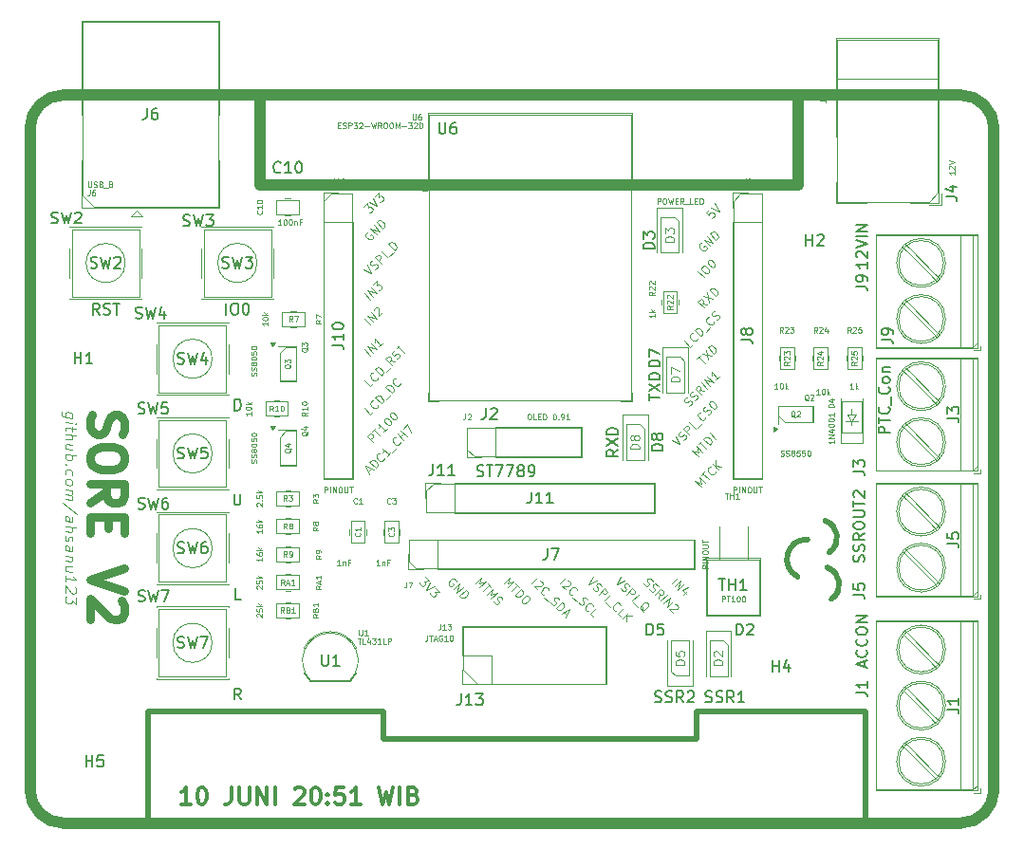
<source format=gbr>
%TF.GenerationSoftware,KiCad,Pcbnew,8.0.3*%
%TF.CreationDate,2024-06-29T17:40:47+07:00*%
%TF.ProjectId,solder-reflow,736f6c64-6572-42d7-9265-666c6f772e6b,rev?*%
%TF.SameCoordinates,Original*%
%TF.FileFunction,Legend,Top*%
%TF.FilePolarity,Positive*%
%FSLAX46Y46*%
G04 Gerber Fmt 4.6, Leading zero omitted, Abs format (unit mm)*
G04 Created by KiCad (PCBNEW 8.0.3) date 2024-06-29 17:40:47*
%MOMM*%
%LPD*%
G01*
G04 APERTURE LIST*
%ADD10C,1.000000*%
%ADD11C,0.500000*%
%ADD12C,0.125000*%
%ADD13C,0.750000*%
%ADD14C,0.300000*%
%ADD15C,0.150000*%
%ADD16C,0.120000*%
%ADD17C,0.100000*%
%ADD18C,0.080000*%
%ADD19C,0.075000*%
G04 APERTURE END LIST*
D10*
X102500000Y-69000000D02*
X102500000Y-128000000D01*
D11*
X177000000Y-131000000D02*
X177000000Y-121000000D01*
X173622942Y-108184415D02*
G75*
G02*
X173999981Y-110999971I-500042J-1499985D01*
G01*
D10*
X185500000Y-66000000D02*
X105500000Y-66000000D01*
X123000000Y-66500000D02*
X123000000Y-74000000D01*
X171000000Y-74000000D02*
X171000000Y-66500000D01*
X105500000Y-131000000D02*
X185500000Y-131000000D01*
D11*
X171000000Y-108999999D02*
G75*
G02*
X171871075Y-105683925I778300J1567999D01*
G01*
D10*
X188500000Y-128000000D02*
G75*
G02*
X185500000Y-131000000I-3000000J0D01*
G01*
D11*
X113000000Y-121000000D02*
X134000000Y-121000000D01*
X134000000Y-123500000D02*
X162000000Y-123500000D01*
X162000000Y-123500000D02*
X162000000Y-121000000D01*
X162000000Y-121000000D02*
X177000000Y-121000000D01*
D10*
X105500000Y-131000000D02*
G75*
G02*
X102500000Y-128000000I0J3000000D01*
G01*
X123000000Y-74000000D02*
X171000000Y-74000000D01*
D11*
X113000000Y-131000000D02*
X113000000Y-121000000D01*
X134000000Y-121000000D02*
X134000000Y-123500000D01*
D10*
X185500000Y-66000000D02*
G75*
G02*
X188500000Y-69000000I0J-3000000D01*
G01*
D11*
X173432852Y-104000001D02*
G75*
G02*
X173809916Y-106815595I-499952J-1499999D01*
G01*
D10*
X188500000Y-69000000D02*
X188500000Y-128000000D01*
X102500000Y-69000000D02*
G75*
G02*
X105500000Y-66000000I3000000J0D01*
G01*
D12*
X162364920Y-100996082D02*
X161834590Y-100465752D01*
X161834590Y-100465752D02*
X162390174Y-100667783D01*
X162390174Y-100667783D02*
X162188143Y-100112199D01*
X162188143Y-100112199D02*
X162718473Y-100642529D01*
X162364920Y-99935422D02*
X162667966Y-99632376D01*
X163046773Y-100314229D02*
X162516443Y-99783899D01*
X163627611Y-99632376D02*
X163627611Y-99682884D01*
X163627611Y-99682884D02*
X163577103Y-99783899D01*
X163577103Y-99783899D02*
X163526596Y-99834406D01*
X163526596Y-99834406D02*
X163425580Y-99884914D01*
X163425580Y-99884914D02*
X163324565Y-99884914D01*
X163324565Y-99884914D02*
X163248804Y-99859660D01*
X163248804Y-99859660D02*
X163122535Y-99783899D01*
X163122535Y-99783899D02*
X163046773Y-99708137D01*
X163046773Y-99708137D02*
X162971012Y-99581868D01*
X162971012Y-99581868D02*
X162945758Y-99506107D01*
X162945758Y-99506107D02*
X162945758Y-99405092D01*
X162945758Y-99405092D02*
X162996265Y-99304076D01*
X162996265Y-99304076D02*
X163046773Y-99253569D01*
X163046773Y-99253569D02*
X163147788Y-99203061D01*
X163147788Y-99203061D02*
X163198296Y-99203061D01*
X163905403Y-99455599D02*
X163375073Y-98925269D01*
X164208449Y-99152554D02*
X163678118Y-99076792D01*
X163678118Y-98622223D02*
X163678118Y-99228315D01*
X133117458Y-94243544D02*
X132864920Y-94496082D01*
X132864920Y-94496082D02*
X132334590Y-93965752D01*
X133546773Y-93713214D02*
X133546773Y-93763722D01*
X133546773Y-93763722D02*
X133496265Y-93864737D01*
X133496265Y-93864737D02*
X133445758Y-93915244D01*
X133445758Y-93915244D02*
X133344742Y-93965752D01*
X133344742Y-93965752D02*
X133243727Y-93965752D01*
X133243727Y-93965752D02*
X133167966Y-93940498D01*
X133167966Y-93940498D02*
X133041697Y-93864737D01*
X133041697Y-93864737D02*
X132965935Y-93788975D01*
X132965935Y-93788975D02*
X132890174Y-93662706D01*
X132890174Y-93662706D02*
X132864920Y-93586945D01*
X132864920Y-93586945D02*
X132864920Y-93485930D01*
X132864920Y-93485930D02*
X132915427Y-93384914D01*
X132915427Y-93384914D02*
X132965935Y-93334407D01*
X132965935Y-93334407D02*
X133066950Y-93283899D01*
X133066950Y-93283899D02*
X133117458Y-93283899D01*
X133824565Y-93536437D02*
X133294235Y-93006107D01*
X133294235Y-93006107D02*
X133420504Y-92879838D01*
X133420504Y-92879838D02*
X133521519Y-92829331D01*
X133521519Y-92829331D02*
X133622534Y-92829331D01*
X133622534Y-92829331D02*
X133698296Y-92854584D01*
X133698296Y-92854584D02*
X133824565Y-92930346D01*
X133824565Y-92930346D02*
X133900326Y-93006107D01*
X133900326Y-93006107D02*
X133976088Y-93132376D01*
X133976088Y-93132376D02*
X134001341Y-93208138D01*
X134001341Y-93208138D02*
X134001341Y-93309153D01*
X134001341Y-93309153D02*
X133950834Y-93410168D01*
X133950834Y-93410168D02*
X133824565Y-93536437D01*
X134279133Y-93182884D02*
X134683194Y-92778823D01*
X134758956Y-92602046D02*
X134228626Y-92071716D01*
X134228626Y-92071716D02*
X134354895Y-91945447D01*
X134354895Y-91945447D02*
X134455910Y-91894939D01*
X134455910Y-91894939D02*
X134556926Y-91894939D01*
X134556926Y-91894939D02*
X134632687Y-91920193D01*
X134632687Y-91920193D02*
X134758956Y-91995954D01*
X134758956Y-91995954D02*
X134834718Y-92071716D01*
X134834718Y-92071716D02*
X134910479Y-92197985D01*
X134910479Y-92197985D02*
X134935733Y-92273746D01*
X134935733Y-92273746D02*
X134935733Y-92374762D01*
X134935733Y-92374762D02*
X134885225Y-92475777D01*
X134885225Y-92475777D02*
X134758956Y-92602046D01*
X135541824Y-91718162D02*
X135541824Y-91768670D01*
X135541824Y-91768670D02*
X135491317Y-91869685D01*
X135491317Y-91869685D02*
X135440809Y-91920193D01*
X135440809Y-91920193D02*
X135339794Y-91970701D01*
X135339794Y-91970701D02*
X135238779Y-91970701D01*
X135238779Y-91970701D02*
X135163017Y-91945447D01*
X135163017Y-91945447D02*
X135036748Y-91869685D01*
X135036748Y-91869685D02*
X134960987Y-91793924D01*
X134960987Y-91793924D02*
X134885225Y-91667655D01*
X134885225Y-91667655D02*
X134859971Y-91591893D01*
X134859971Y-91591893D02*
X134859971Y-91490878D01*
X134859971Y-91490878D02*
X134910479Y-91389863D01*
X134910479Y-91389863D02*
X134960987Y-91339355D01*
X134960987Y-91339355D02*
X135062002Y-91288848D01*
X135062002Y-91288848D02*
X135112510Y-91288848D01*
X106295547Y-94826283D02*
X105486023Y-94725093D01*
X105486023Y-94725093D02*
X105390785Y-94665569D01*
X105390785Y-94665569D02*
X105343166Y-94611997D01*
X105343166Y-94611997D02*
X105295547Y-94510807D01*
X105295547Y-94510807D02*
X105295547Y-94367950D01*
X105295547Y-94367950D02*
X105343166Y-94278664D01*
X105676500Y-94748902D02*
X105628880Y-94647712D01*
X105628880Y-94647712D02*
X105628880Y-94457236D01*
X105628880Y-94457236D02*
X105676500Y-94367950D01*
X105676500Y-94367950D02*
X105724119Y-94326283D01*
X105724119Y-94326283D02*
X105819357Y-94290569D01*
X105819357Y-94290569D02*
X106105071Y-94326283D01*
X106105071Y-94326283D02*
X106200309Y-94385807D01*
X106200309Y-94385807D02*
X106247928Y-94439378D01*
X106247928Y-94439378D02*
X106295547Y-94540569D01*
X106295547Y-94540569D02*
X106295547Y-94731045D01*
X106295547Y-94731045D02*
X106247928Y-94820331D01*
X105628880Y-95219140D02*
X106295547Y-95302474D01*
X106628880Y-95344140D02*
X106581261Y-95290569D01*
X106581261Y-95290569D02*
X106533642Y-95332236D01*
X106533642Y-95332236D02*
X106581261Y-95385807D01*
X106581261Y-95385807D02*
X106628880Y-95344140D01*
X106628880Y-95344140D02*
X106533642Y-95332236D01*
X106295547Y-95635807D02*
X106295547Y-96016759D01*
X106628880Y-95820330D02*
X105771738Y-95713188D01*
X105771738Y-95713188D02*
X105676500Y-95748902D01*
X105676500Y-95748902D02*
X105628880Y-95838188D01*
X105628880Y-95838188D02*
X105628880Y-95933426D01*
X105628880Y-96266759D02*
X106628880Y-96391759D01*
X105628880Y-96695331D02*
X106152690Y-96760807D01*
X106152690Y-96760807D02*
X106247928Y-96725093D01*
X106247928Y-96725093D02*
X106295547Y-96635807D01*
X106295547Y-96635807D02*
X106295547Y-96492950D01*
X106295547Y-96492950D02*
X106247928Y-96391759D01*
X106247928Y-96391759D02*
X106200309Y-96338188D01*
X106295547Y-97683426D02*
X105628880Y-97600093D01*
X106295547Y-97254855D02*
X105771738Y-97189379D01*
X105771738Y-97189379D02*
X105676500Y-97225093D01*
X105676500Y-97225093D02*
X105628880Y-97314379D01*
X105628880Y-97314379D02*
X105628880Y-97457236D01*
X105628880Y-97457236D02*
X105676500Y-97558426D01*
X105676500Y-97558426D02*
X105724119Y-97611998D01*
X105628880Y-98076283D02*
X106628880Y-98201283D01*
X106247928Y-98153664D02*
X106295547Y-98254855D01*
X106295547Y-98254855D02*
X106295547Y-98445331D01*
X106295547Y-98445331D02*
X106247928Y-98534617D01*
X106247928Y-98534617D02*
X106200309Y-98576283D01*
X106200309Y-98576283D02*
X106105071Y-98611998D01*
X106105071Y-98611998D02*
X105819357Y-98576283D01*
X105819357Y-98576283D02*
X105724119Y-98516760D01*
X105724119Y-98516760D02*
X105676500Y-98463188D01*
X105676500Y-98463188D02*
X105628880Y-98361998D01*
X105628880Y-98361998D02*
X105628880Y-98171521D01*
X105628880Y-98171521D02*
X105676500Y-98082236D01*
X105724119Y-98992950D02*
X105676500Y-99034617D01*
X105676500Y-99034617D02*
X105628880Y-98981045D01*
X105628880Y-98981045D02*
X105676500Y-98939379D01*
X105676500Y-98939379D02*
X105724119Y-98992950D01*
X105724119Y-98992950D02*
X105628880Y-98981045D01*
X105676500Y-99891759D02*
X105628880Y-99790569D01*
X105628880Y-99790569D02*
X105628880Y-99600093D01*
X105628880Y-99600093D02*
X105676500Y-99510807D01*
X105676500Y-99510807D02*
X105724119Y-99469140D01*
X105724119Y-99469140D02*
X105819357Y-99433426D01*
X105819357Y-99433426D02*
X106105071Y-99469140D01*
X106105071Y-99469140D02*
X106200309Y-99528664D01*
X106200309Y-99528664D02*
X106247928Y-99582235D01*
X106247928Y-99582235D02*
X106295547Y-99683426D01*
X106295547Y-99683426D02*
X106295547Y-99873902D01*
X106295547Y-99873902D02*
X106247928Y-99963188D01*
X105628880Y-100457236D02*
X105676500Y-100367950D01*
X105676500Y-100367950D02*
X105724119Y-100326283D01*
X105724119Y-100326283D02*
X105819357Y-100290569D01*
X105819357Y-100290569D02*
X106105071Y-100326283D01*
X106105071Y-100326283D02*
X106200309Y-100385807D01*
X106200309Y-100385807D02*
X106247928Y-100439378D01*
X106247928Y-100439378D02*
X106295547Y-100540569D01*
X106295547Y-100540569D02*
X106295547Y-100683426D01*
X106295547Y-100683426D02*
X106247928Y-100772712D01*
X106247928Y-100772712D02*
X106200309Y-100814378D01*
X106200309Y-100814378D02*
X106105071Y-100850093D01*
X106105071Y-100850093D02*
X105819357Y-100814378D01*
X105819357Y-100814378D02*
X105724119Y-100754855D01*
X105724119Y-100754855D02*
X105676500Y-100701283D01*
X105676500Y-100701283D02*
X105628880Y-100600093D01*
X105628880Y-100600093D02*
X105628880Y-100457236D01*
X105628880Y-101219140D02*
X106295547Y-101302474D01*
X106200309Y-101290569D02*
X106247928Y-101344140D01*
X106247928Y-101344140D02*
X106295547Y-101445331D01*
X106295547Y-101445331D02*
X106295547Y-101588188D01*
X106295547Y-101588188D02*
X106247928Y-101677474D01*
X106247928Y-101677474D02*
X106152690Y-101713188D01*
X106152690Y-101713188D02*
X105628880Y-101647712D01*
X106152690Y-101713188D02*
X106247928Y-101772712D01*
X106247928Y-101772712D02*
X106295547Y-101873902D01*
X106295547Y-101873902D02*
X106295547Y-102016759D01*
X106295547Y-102016759D02*
X106247928Y-102106045D01*
X106247928Y-102106045D02*
X106152690Y-102141759D01*
X106152690Y-102141759D02*
X105628880Y-102076283D01*
X106676500Y-103397711D02*
X105390785Y-102379854D01*
X105628880Y-104028664D02*
X106152690Y-104094140D01*
X106152690Y-104094140D02*
X106247928Y-104058426D01*
X106247928Y-104058426D02*
X106295547Y-103969140D01*
X106295547Y-103969140D02*
X106295547Y-103778664D01*
X106295547Y-103778664D02*
X106247928Y-103677473D01*
X105676500Y-104034616D02*
X105628880Y-103933426D01*
X105628880Y-103933426D02*
X105628880Y-103695330D01*
X105628880Y-103695330D02*
X105676500Y-103606045D01*
X105676500Y-103606045D02*
X105771738Y-103570330D01*
X105771738Y-103570330D02*
X105866976Y-103582235D01*
X105866976Y-103582235D02*
X105962214Y-103641759D01*
X105962214Y-103641759D02*
X106009833Y-103742950D01*
X106009833Y-103742950D02*
X106009833Y-103981045D01*
X106009833Y-103981045D02*
X106057452Y-104082235D01*
X105628880Y-104504854D02*
X106628880Y-104629854D01*
X105628880Y-104933426D02*
X106152690Y-104998902D01*
X106152690Y-104998902D02*
X106247928Y-104963188D01*
X106247928Y-104963188D02*
X106295547Y-104873902D01*
X106295547Y-104873902D02*
X106295547Y-104731045D01*
X106295547Y-104731045D02*
X106247928Y-104629854D01*
X106247928Y-104629854D02*
X106200309Y-104576283D01*
X105676500Y-105367950D02*
X105628880Y-105457235D01*
X105628880Y-105457235D02*
X105628880Y-105647712D01*
X105628880Y-105647712D02*
X105676500Y-105748902D01*
X105676500Y-105748902D02*
X105771738Y-105808426D01*
X105771738Y-105808426D02*
X105819357Y-105814378D01*
X105819357Y-105814378D02*
X105914595Y-105778664D01*
X105914595Y-105778664D02*
X105962214Y-105689378D01*
X105962214Y-105689378D02*
X105962214Y-105546521D01*
X105962214Y-105546521D02*
X106009833Y-105457235D01*
X106009833Y-105457235D02*
X106105071Y-105421521D01*
X106105071Y-105421521D02*
X106152690Y-105427474D01*
X106152690Y-105427474D02*
X106247928Y-105486997D01*
X106247928Y-105486997D02*
X106295547Y-105588188D01*
X106295547Y-105588188D02*
X106295547Y-105731045D01*
X106295547Y-105731045D02*
X106247928Y-105820331D01*
X105628880Y-106647712D02*
X106152690Y-106713188D01*
X106152690Y-106713188D02*
X106247928Y-106677474D01*
X106247928Y-106677474D02*
X106295547Y-106588188D01*
X106295547Y-106588188D02*
X106295547Y-106397712D01*
X106295547Y-106397712D02*
X106247928Y-106296521D01*
X105676500Y-106653664D02*
X105628880Y-106552474D01*
X105628880Y-106552474D02*
X105628880Y-106314378D01*
X105628880Y-106314378D02*
X105676500Y-106225093D01*
X105676500Y-106225093D02*
X105771738Y-106189378D01*
X105771738Y-106189378D02*
X105866976Y-106201283D01*
X105866976Y-106201283D02*
X105962214Y-106260807D01*
X105962214Y-106260807D02*
X106009833Y-106361998D01*
X106009833Y-106361998D02*
X106009833Y-106600093D01*
X106009833Y-106600093D02*
X106057452Y-106701283D01*
X106295547Y-107207236D02*
X105628880Y-107123902D01*
X106200309Y-107195331D02*
X106247928Y-107248902D01*
X106247928Y-107248902D02*
X106295547Y-107350093D01*
X106295547Y-107350093D02*
X106295547Y-107492950D01*
X106295547Y-107492950D02*
X106247928Y-107582236D01*
X106247928Y-107582236D02*
X106152690Y-107617950D01*
X106152690Y-107617950D02*
X105628880Y-107552474D01*
X106295547Y-108540569D02*
X105628880Y-108457236D01*
X106295547Y-108111998D02*
X105771738Y-108046522D01*
X105771738Y-108046522D02*
X105676500Y-108082236D01*
X105676500Y-108082236D02*
X105628880Y-108171522D01*
X105628880Y-108171522D02*
X105628880Y-108314379D01*
X105628880Y-108314379D02*
X105676500Y-108415569D01*
X105676500Y-108415569D02*
X105724119Y-108469141D01*
X105628880Y-109457236D02*
X105628880Y-108885807D01*
X105628880Y-109171522D02*
X106628880Y-109296522D01*
X106628880Y-109296522D02*
X106486023Y-109183426D01*
X106486023Y-109183426D02*
X106390785Y-109076284D01*
X106390785Y-109076284D02*
X106343166Y-108975093D01*
X106533642Y-109951284D02*
X106581261Y-110004855D01*
X106581261Y-110004855D02*
X106628880Y-110106045D01*
X106628880Y-110106045D02*
X106628880Y-110344141D01*
X106628880Y-110344141D02*
X106581261Y-110433426D01*
X106581261Y-110433426D02*
X106533642Y-110475093D01*
X106533642Y-110475093D02*
X106438404Y-110510807D01*
X106438404Y-110510807D02*
X106343166Y-110498903D01*
X106343166Y-110498903D02*
X106200309Y-110433426D01*
X106200309Y-110433426D02*
X105628880Y-109790569D01*
X105628880Y-109790569D02*
X105628880Y-110409617D01*
X106628880Y-110867950D02*
X106628880Y-111486998D01*
X106628880Y-111486998D02*
X106247928Y-111106046D01*
X106247928Y-111106046D02*
X106247928Y-111248903D01*
X106247928Y-111248903D02*
X106200309Y-111338188D01*
X106200309Y-111338188D02*
X106152690Y-111379855D01*
X106152690Y-111379855D02*
X106057452Y-111415569D01*
X106057452Y-111415569D02*
X105819357Y-111385807D01*
X105819357Y-111385807D02*
X105724119Y-111326284D01*
X105724119Y-111326284D02*
X105676500Y-111272712D01*
X105676500Y-111272712D02*
X105628880Y-111171522D01*
X105628880Y-111171522D02*
X105628880Y-110885807D01*
X105628880Y-110885807D02*
X105676500Y-110796522D01*
X105676500Y-110796522D02*
X105724119Y-110754855D01*
X132284082Y-76016260D02*
X132612382Y-75687960D01*
X132612382Y-75687960D02*
X132637635Y-76066767D01*
X132637635Y-76066767D02*
X132713397Y-75991006D01*
X132713397Y-75991006D02*
X132789158Y-75965752D01*
X132789158Y-75965752D02*
X132839666Y-75965752D01*
X132839666Y-75965752D02*
X132915427Y-75991006D01*
X132915427Y-75991006D02*
X133041696Y-76117275D01*
X133041696Y-76117275D02*
X133066950Y-76193037D01*
X133066950Y-76193037D02*
X133066950Y-76243544D01*
X133066950Y-76243544D02*
X133041696Y-76319306D01*
X133041696Y-76319306D02*
X132890174Y-76470828D01*
X132890174Y-76470828D02*
X132814412Y-76496082D01*
X132814412Y-76496082D02*
X132763904Y-76496082D01*
X132763905Y-75536437D02*
X133471011Y-75889991D01*
X133471011Y-75889991D02*
X133117458Y-75182884D01*
X133243727Y-75056615D02*
X133572027Y-74728315D01*
X133572027Y-74728315D02*
X133597280Y-75107122D01*
X133597280Y-75107122D02*
X133673042Y-75031361D01*
X133673042Y-75031361D02*
X133748803Y-75006107D01*
X133748803Y-75006107D02*
X133799311Y-75006107D01*
X133799311Y-75006107D02*
X133875072Y-75031361D01*
X133875072Y-75031361D02*
X134001341Y-75157630D01*
X134001341Y-75157630D02*
X134026595Y-75233392D01*
X134026595Y-75233392D02*
X134026595Y-75283899D01*
X134026595Y-75283899D02*
X134001341Y-75359661D01*
X134001341Y-75359661D02*
X133849819Y-75511183D01*
X133849819Y-75511183D02*
X133774057Y-75536437D01*
X133774057Y-75536437D02*
X133723549Y-75536437D01*
D13*
X108049000Y-94564849D02*
X107906142Y-94993421D01*
X107906142Y-94993421D02*
X107906142Y-95707706D01*
X107906142Y-95707706D02*
X108049000Y-95993421D01*
X108049000Y-95993421D02*
X108191857Y-96136278D01*
X108191857Y-96136278D02*
X108477571Y-96279135D01*
X108477571Y-96279135D02*
X108763285Y-96279135D01*
X108763285Y-96279135D02*
X109049000Y-96136278D01*
X109049000Y-96136278D02*
X109191857Y-95993421D01*
X109191857Y-95993421D02*
X109334714Y-95707706D01*
X109334714Y-95707706D02*
X109477571Y-95136278D01*
X109477571Y-95136278D02*
X109620428Y-94850563D01*
X109620428Y-94850563D02*
X109763285Y-94707706D01*
X109763285Y-94707706D02*
X110049000Y-94564849D01*
X110049000Y-94564849D02*
X110334714Y-94564849D01*
X110334714Y-94564849D02*
X110620428Y-94707706D01*
X110620428Y-94707706D02*
X110763285Y-94850563D01*
X110763285Y-94850563D02*
X110906142Y-95136278D01*
X110906142Y-95136278D02*
X110906142Y-95850563D01*
X110906142Y-95850563D02*
X110763285Y-96279135D01*
X110906142Y-98136278D02*
X110906142Y-98707706D01*
X110906142Y-98707706D02*
X110763285Y-98993421D01*
X110763285Y-98993421D02*
X110477571Y-99279135D01*
X110477571Y-99279135D02*
X109906142Y-99421992D01*
X109906142Y-99421992D02*
X108906142Y-99421992D01*
X108906142Y-99421992D02*
X108334714Y-99279135D01*
X108334714Y-99279135D02*
X108049000Y-98993421D01*
X108049000Y-98993421D02*
X107906142Y-98707706D01*
X107906142Y-98707706D02*
X107906142Y-98136278D01*
X107906142Y-98136278D02*
X108049000Y-97850564D01*
X108049000Y-97850564D02*
X108334714Y-97564849D01*
X108334714Y-97564849D02*
X108906142Y-97421992D01*
X108906142Y-97421992D02*
X109906142Y-97421992D01*
X109906142Y-97421992D02*
X110477571Y-97564849D01*
X110477571Y-97564849D02*
X110763285Y-97850564D01*
X110763285Y-97850564D02*
X110906142Y-98136278D01*
X107906142Y-102421992D02*
X109334714Y-101421992D01*
X107906142Y-100707706D02*
X110906142Y-100707706D01*
X110906142Y-100707706D02*
X110906142Y-101850563D01*
X110906142Y-101850563D02*
X110763285Y-102136278D01*
X110763285Y-102136278D02*
X110620428Y-102279135D01*
X110620428Y-102279135D02*
X110334714Y-102421992D01*
X110334714Y-102421992D02*
X109906142Y-102421992D01*
X109906142Y-102421992D02*
X109620428Y-102279135D01*
X109620428Y-102279135D02*
X109477571Y-102136278D01*
X109477571Y-102136278D02*
X109334714Y-101850563D01*
X109334714Y-101850563D02*
X109334714Y-100707706D01*
X109477571Y-103707706D02*
X109477571Y-104707706D01*
X107906142Y-105136278D02*
X107906142Y-103707706D01*
X107906142Y-103707706D02*
X110906142Y-103707706D01*
X110906142Y-103707706D02*
X110906142Y-105136278D01*
X110906142Y-108279135D02*
X107906142Y-109279135D01*
X107906142Y-109279135D02*
X110906142Y-110279135D01*
X110620428Y-111136278D02*
X110763285Y-111279135D01*
X110763285Y-111279135D02*
X110906142Y-111564850D01*
X110906142Y-111564850D02*
X110906142Y-112279135D01*
X110906142Y-112279135D02*
X110763285Y-112564850D01*
X110763285Y-112564850D02*
X110620428Y-112707707D01*
X110620428Y-112707707D02*
X110334714Y-112850564D01*
X110334714Y-112850564D02*
X110049000Y-112850564D01*
X110049000Y-112850564D02*
X109620428Y-112707707D01*
X109620428Y-112707707D02*
X107906142Y-110993421D01*
X107906142Y-110993421D02*
X107906142Y-112850564D01*
D12*
X163087128Y-76213214D02*
X162834590Y-76465752D01*
X162834590Y-76465752D02*
X163061874Y-76743544D01*
X163061874Y-76743544D02*
X163061874Y-76693037D01*
X163061874Y-76693037D02*
X163087128Y-76617275D01*
X163087128Y-76617275D02*
X163213397Y-76491006D01*
X163213397Y-76491006D02*
X163289158Y-76465752D01*
X163289158Y-76465752D02*
X163339666Y-76465752D01*
X163339666Y-76465752D02*
X163415427Y-76491006D01*
X163415427Y-76491006D02*
X163541696Y-76617275D01*
X163541696Y-76617275D02*
X163566950Y-76693037D01*
X163566950Y-76693037D02*
X163566950Y-76743544D01*
X163566950Y-76743544D02*
X163541696Y-76819306D01*
X163541696Y-76819306D02*
X163415427Y-76945575D01*
X163415427Y-76945575D02*
X163339666Y-76970828D01*
X163339666Y-76970828D02*
X163289158Y-76970828D01*
X163263905Y-76036437D02*
X163971011Y-76389991D01*
X163971011Y-76389991D02*
X163617458Y-75682884D01*
X161314412Y-93746082D02*
X161415427Y-93695575D01*
X161415427Y-93695575D02*
X161541696Y-93569306D01*
X161541696Y-93569306D02*
X161566950Y-93493544D01*
X161566950Y-93493544D02*
X161566950Y-93443037D01*
X161566950Y-93443037D02*
X161541696Y-93367275D01*
X161541696Y-93367275D02*
X161491189Y-93316767D01*
X161491189Y-93316767D02*
X161415427Y-93291514D01*
X161415427Y-93291514D02*
X161364920Y-93291514D01*
X161364920Y-93291514D02*
X161289158Y-93316767D01*
X161289158Y-93316767D02*
X161162889Y-93392529D01*
X161162889Y-93392529D02*
X161087128Y-93417783D01*
X161087128Y-93417783D02*
X161036620Y-93417783D01*
X161036620Y-93417783D02*
X160960859Y-93392529D01*
X160960859Y-93392529D02*
X160910351Y-93342021D01*
X160910351Y-93342021D02*
X160885097Y-93266260D01*
X160885097Y-93266260D02*
X160885097Y-93215752D01*
X160885097Y-93215752D02*
X160910351Y-93139991D01*
X160910351Y-93139991D02*
X161036620Y-93013722D01*
X161036620Y-93013722D02*
X161137635Y-92963214D01*
X161819489Y-93241006D02*
X161920504Y-93190498D01*
X161920504Y-93190498D02*
X162046773Y-93064229D01*
X162046773Y-93064229D02*
X162072027Y-92988468D01*
X162072027Y-92988468D02*
X162072027Y-92937960D01*
X162072027Y-92937960D02*
X162046773Y-92862199D01*
X162046773Y-92862199D02*
X161996265Y-92811691D01*
X161996265Y-92811691D02*
X161920504Y-92786437D01*
X161920504Y-92786437D02*
X161869996Y-92786437D01*
X161869996Y-92786437D02*
X161794235Y-92811691D01*
X161794235Y-92811691D02*
X161667966Y-92887452D01*
X161667966Y-92887452D02*
X161592204Y-92912706D01*
X161592204Y-92912706D02*
X161541697Y-92912706D01*
X161541697Y-92912706D02*
X161465935Y-92887452D01*
X161465935Y-92887452D02*
X161415428Y-92836945D01*
X161415428Y-92836945D02*
X161390174Y-92761183D01*
X161390174Y-92761183D02*
X161390174Y-92710676D01*
X161390174Y-92710676D02*
X161415428Y-92634914D01*
X161415428Y-92634914D02*
X161541697Y-92508645D01*
X161541697Y-92508645D02*
X161642712Y-92458138D01*
X162678118Y-92432884D02*
X162248804Y-92357122D01*
X162375073Y-92735929D02*
X161844743Y-92205599D01*
X161844743Y-92205599D02*
X162046773Y-92003569D01*
X162046773Y-92003569D02*
X162122535Y-91978315D01*
X162122535Y-91978315D02*
X162173042Y-91978315D01*
X162173042Y-91978315D02*
X162248804Y-92003569D01*
X162248804Y-92003569D02*
X162324565Y-92079330D01*
X162324565Y-92079330D02*
X162349819Y-92155092D01*
X162349819Y-92155092D02*
X162349819Y-92205599D01*
X162349819Y-92205599D02*
X162324565Y-92281361D01*
X162324565Y-92281361D02*
X162122535Y-92483391D01*
X162905403Y-92205599D02*
X162375073Y-91675269D01*
X163157941Y-91953061D02*
X162627611Y-91422731D01*
X162627611Y-91422731D02*
X163460987Y-91650015D01*
X163460987Y-91650015D02*
X162930657Y-91119685D01*
X163991317Y-91119685D02*
X163688271Y-91422731D01*
X163839794Y-91271208D02*
X163309464Y-90740878D01*
X163309464Y-90740878D02*
X163334717Y-90867147D01*
X163334717Y-90867147D02*
X163334717Y-90968163D01*
X163334717Y-90968163D02*
X163309464Y-91043924D01*
X144753917Y-109614920D02*
X145284247Y-109084590D01*
X145284247Y-109084590D02*
X145082216Y-109640174D01*
X145082216Y-109640174D02*
X145637800Y-109438143D01*
X145637800Y-109438143D02*
X145107470Y-109968473D01*
X145814577Y-109614920D02*
X146117623Y-109917966D01*
X145435770Y-110296773D02*
X145966100Y-109766443D01*
X145764070Y-110625073D02*
X146294400Y-110094743D01*
X146294400Y-110094743D02*
X146420669Y-110221012D01*
X146420669Y-110221012D02*
X146471176Y-110322027D01*
X146471176Y-110322027D02*
X146471176Y-110423042D01*
X146471176Y-110423042D02*
X146445923Y-110498804D01*
X146445923Y-110498804D02*
X146370161Y-110625073D01*
X146370161Y-110625073D02*
X146294400Y-110700834D01*
X146294400Y-110700834D02*
X146168131Y-110776596D01*
X146168131Y-110776596D02*
X146092369Y-110801849D01*
X146092369Y-110801849D02*
X145991354Y-110801849D01*
X145991354Y-110801849D02*
X145890339Y-110751342D01*
X145890339Y-110751342D02*
X145764070Y-110625073D01*
X146925745Y-110726088D02*
X147026760Y-110827103D01*
X147026760Y-110827103D02*
X147052014Y-110902865D01*
X147052014Y-110902865D02*
X147052014Y-111003880D01*
X147052014Y-111003880D02*
X146976253Y-111130149D01*
X146976253Y-111130149D02*
X146799476Y-111306926D01*
X146799476Y-111306926D02*
X146673207Y-111382687D01*
X146673207Y-111382687D02*
X146572192Y-111382687D01*
X146572192Y-111382687D02*
X146496430Y-111357433D01*
X146496430Y-111357433D02*
X146395415Y-111256418D01*
X146395415Y-111256418D02*
X146370161Y-111180657D01*
X146370161Y-111180657D02*
X146370161Y-111079641D01*
X146370161Y-111079641D02*
X146445923Y-110953372D01*
X146445923Y-110953372D02*
X146622699Y-110776596D01*
X146622699Y-110776596D02*
X146748968Y-110700834D01*
X146748968Y-110700834D02*
X146849984Y-110700834D01*
X146849984Y-110700834D02*
X146925745Y-110726088D01*
X162114920Y-98246082D02*
X161584590Y-97715752D01*
X161584590Y-97715752D02*
X162140174Y-97917783D01*
X162140174Y-97917783D02*
X161938143Y-97362199D01*
X161938143Y-97362199D02*
X162468473Y-97892529D01*
X162114920Y-97185422D02*
X162417966Y-96882376D01*
X162796773Y-97564229D02*
X162266443Y-97033899D01*
X163125073Y-97235929D02*
X162594743Y-96705599D01*
X162594743Y-96705599D02*
X162721012Y-96579330D01*
X162721012Y-96579330D02*
X162822027Y-96528823D01*
X162822027Y-96528823D02*
X162923042Y-96528823D01*
X162923042Y-96528823D02*
X162998804Y-96554076D01*
X162998804Y-96554076D02*
X163125073Y-96629838D01*
X163125073Y-96629838D02*
X163200834Y-96705599D01*
X163200834Y-96705599D02*
X163276596Y-96831868D01*
X163276596Y-96831868D02*
X163301849Y-96907630D01*
X163301849Y-96907630D02*
X163301849Y-97008645D01*
X163301849Y-97008645D02*
X163251342Y-97109660D01*
X163251342Y-97109660D02*
X163125073Y-97235929D01*
X163655403Y-96705599D02*
X163125073Y-96175269D01*
X137733739Y-109034082D02*
X138062039Y-109362382D01*
X138062039Y-109362382D02*
X137683232Y-109387635D01*
X137683232Y-109387635D02*
X137758993Y-109463397D01*
X137758993Y-109463397D02*
X137784247Y-109539158D01*
X137784247Y-109539158D02*
X137784247Y-109589666D01*
X137784247Y-109589666D02*
X137758993Y-109665427D01*
X137758993Y-109665427D02*
X137632724Y-109791696D01*
X137632724Y-109791696D02*
X137556962Y-109816950D01*
X137556962Y-109816950D02*
X137506455Y-109816950D01*
X137506455Y-109816950D02*
X137430693Y-109791696D01*
X137430693Y-109791696D02*
X137279171Y-109640174D01*
X137279171Y-109640174D02*
X137253917Y-109564412D01*
X137253917Y-109564412D02*
X137253917Y-109513904D01*
X138213562Y-109513905D02*
X137860008Y-110221011D01*
X137860008Y-110221011D02*
X138567115Y-109867458D01*
X138693384Y-109993727D02*
X139021684Y-110322027D01*
X139021684Y-110322027D02*
X138642877Y-110347280D01*
X138642877Y-110347280D02*
X138718638Y-110423042D01*
X138718638Y-110423042D02*
X138743892Y-110498803D01*
X138743892Y-110498803D02*
X138743892Y-110549311D01*
X138743892Y-110549311D02*
X138718638Y-110625072D01*
X138718638Y-110625072D02*
X138592369Y-110751341D01*
X138592369Y-110751341D02*
X138516607Y-110776595D01*
X138516607Y-110776595D02*
X138466100Y-110776595D01*
X138466100Y-110776595D02*
X138390338Y-110751341D01*
X138390338Y-110751341D02*
X138238816Y-110599819D01*
X138238816Y-110599819D02*
X138213562Y-110524057D01*
X138213562Y-110524057D02*
X138213562Y-110473549D01*
D14*
X116840225Y-129300828D02*
X115983082Y-129300828D01*
X116411653Y-129300828D02*
X116411653Y-127800828D01*
X116411653Y-127800828D02*
X116268796Y-128015114D01*
X116268796Y-128015114D02*
X116125939Y-128157971D01*
X116125939Y-128157971D02*
X115983082Y-128229400D01*
X117768796Y-127800828D02*
X117911653Y-127800828D01*
X117911653Y-127800828D02*
X118054510Y-127872257D01*
X118054510Y-127872257D02*
X118125939Y-127943685D01*
X118125939Y-127943685D02*
X118197367Y-128086542D01*
X118197367Y-128086542D02*
X118268796Y-128372257D01*
X118268796Y-128372257D02*
X118268796Y-128729400D01*
X118268796Y-128729400D02*
X118197367Y-129015114D01*
X118197367Y-129015114D02*
X118125939Y-129157971D01*
X118125939Y-129157971D02*
X118054510Y-129229400D01*
X118054510Y-129229400D02*
X117911653Y-129300828D01*
X117911653Y-129300828D02*
X117768796Y-129300828D01*
X117768796Y-129300828D02*
X117625939Y-129229400D01*
X117625939Y-129229400D02*
X117554510Y-129157971D01*
X117554510Y-129157971D02*
X117483081Y-129015114D01*
X117483081Y-129015114D02*
X117411653Y-128729400D01*
X117411653Y-128729400D02*
X117411653Y-128372257D01*
X117411653Y-128372257D02*
X117483081Y-128086542D01*
X117483081Y-128086542D02*
X117554510Y-127943685D01*
X117554510Y-127943685D02*
X117625939Y-127872257D01*
X117625939Y-127872257D02*
X117768796Y-127800828D01*
X120483081Y-127800828D02*
X120483081Y-128872257D01*
X120483081Y-128872257D02*
X120411652Y-129086542D01*
X120411652Y-129086542D02*
X120268795Y-129229400D01*
X120268795Y-129229400D02*
X120054509Y-129300828D01*
X120054509Y-129300828D02*
X119911652Y-129300828D01*
X121197366Y-127800828D02*
X121197366Y-129015114D01*
X121197366Y-129015114D02*
X121268795Y-129157971D01*
X121268795Y-129157971D02*
X121340224Y-129229400D01*
X121340224Y-129229400D02*
X121483081Y-129300828D01*
X121483081Y-129300828D02*
X121768795Y-129300828D01*
X121768795Y-129300828D02*
X121911652Y-129229400D01*
X121911652Y-129229400D02*
X121983081Y-129157971D01*
X121983081Y-129157971D02*
X122054509Y-129015114D01*
X122054509Y-129015114D02*
X122054509Y-127800828D01*
X122768795Y-129300828D02*
X122768795Y-127800828D01*
X122768795Y-127800828D02*
X123625938Y-129300828D01*
X123625938Y-129300828D02*
X123625938Y-127800828D01*
X124340224Y-129300828D02*
X124340224Y-127800828D01*
X126125939Y-127943685D02*
X126197367Y-127872257D01*
X126197367Y-127872257D02*
X126340225Y-127800828D01*
X126340225Y-127800828D02*
X126697367Y-127800828D01*
X126697367Y-127800828D02*
X126840225Y-127872257D01*
X126840225Y-127872257D02*
X126911653Y-127943685D01*
X126911653Y-127943685D02*
X126983082Y-128086542D01*
X126983082Y-128086542D02*
X126983082Y-128229400D01*
X126983082Y-128229400D02*
X126911653Y-128443685D01*
X126911653Y-128443685D02*
X126054510Y-129300828D01*
X126054510Y-129300828D02*
X126983082Y-129300828D01*
X127911653Y-127800828D02*
X128054510Y-127800828D01*
X128054510Y-127800828D02*
X128197367Y-127872257D01*
X128197367Y-127872257D02*
X128268796Y-127943685D01*
X128268796Y-127943685D02*
X128340224Y-128086542D01*
X128340224Y-128086542D02*
X128411653Y-128372257D01*
X128411653Y-128372257D02*
X128411653Y-128729400D01*
X128411653Y-128729400D02*
X128340224Y-129015114D01*
X128340224Y-129015114D02*
X128268796Y-129157971D01*
X128268796Y-129157971D02*
X128197367Y-129229400D01*
X128197367Y-129229400D02*
X128054510Y-129300828D01*
X128054510Y-129300828D02*
X127911653Y-129300828D01*
X127911653Y-129300828D02*
X127768796Y-129229400D01*
X127768796Y-129229400D02*
X127697367Y-129157971D01*
X127697367Y-129157971D02*
X127625938Y-129015114D01*
X127625938Y-129015114D02*
X127554510Y-128729400D01*
X127554510Y-128729400D02*
X127554510Y-128372257D01*
X127554510Y-128372257D02*
X127625938Y-128086542D01*
X127625938Y-128086542D02*
X127697367Y-127943685D01*
X127697367Y-127943685D02*
X127768796Y-127872257D01*
X127768796Y-127872257D02*
X127911653Y-127800828D01*
X129054509Y-129157971D02*
X129125938Y-129229400D01*
X129125938Y-129229400D02*
X129054509Y-129300828D01*
X129054509Y-129300828D02*
X128983081Y-129229400D01*
X128983081Y-129229400D02*
X129054509Y-129157971D01*
X129054509Y-129157971D02*
X129054509Y-129300828D01*
X129054509Y-128372257D02*
X129125938Y-128443685D01*
X129125938Y-128443685D02*
X129054509Y-128515114D01*
X129054509Y-128515114D02*
X128983081Y-128443685D01*
X128983081Y-128443685D02*
X129054509Y-128372257D01*
X129054509Y-128372257D02*
X129054509Y-128515114D01*
X130483081Y-127800828D02*
X129768795Y-127800828D01*
X129768795Y-127800828D02*
X129697367Y-128515114D01*
X129697367Y-128515114D02*
X129768795Y-128443685D01*
X129768795Y-128443685D02*
X129911653Y-128372257D01*
X129911653Y-128372257D02*
X130268795Y-128372257D01*
X130268795Y-128372257D02*
X130411653Y-128443685D01*
X130411653Y-128443685D02*
X130483081Y-128515114D01*
X130483081Y-128515114D02*
X130554510Y-128657971D01*
X130554510Y-128657971D02*
X130554510Y-129015114D01*
X130554510Y-129015114D02*
X130483081Y-129157971D01*
X130483081Y-129157971D02*
X130411653Y-129229400D01*
X130411653Y-129229400D02*
X130268795Y-129300828D01*
X130268795Y-129300828D02*
X129911653Y-129300828D01*
X129911653Y-129300828D02*
X129768795Y-129229400D01*
X129768795Y-129229400D02*
X129697367Y-129157971D01*
X131983081Y-129300828D02*
X131125938Y-129300828D01*
X131554509Y-129300828D02*
X131554509Y-127800828D01*
X131554509Y-127800828D02*
X131411652Y-128015114D01*
X131411652Y-128015114D02*
X131268795Y-128157971D01*
X131268795Y-128157971D02*
X131125938Y-128229400D01*
X133625937Y-127800828D02*
X133983080Y-129300828D01*
X133983080Y-129300828D02*
X134268794Y-128229400D01*
X134268794Y-128229400D02*
X134554509Y-129300828D01*
X134554509Y-129300828D02*
X134911652Y-127800828D01*
X135483080Y-129300828D02*
X135483080Y-127800828D01*
X136697366Y-128515114D02*
X136911652Y-128586542D01*
X136911652Y-128586542D02*
X136983081Y-128657971D01*
X136983081Y-128657971D02*
X137054509Y-128800828D01*
X137054509Y-128800828D02*
X137054509Y-129015114D01*
X137054509Y-129015114D02*
X136983081Y-129157971D01*
X136983081Y-129157971D02*
X136911652Y-129229400D01*
X136911652Y-129229400D02*
X136768795Y-129300828D01*
X136768795Y-129300828D02*
X136197366Y-129300828D01*
X136197366Y-129300828D02*
X136197366Y-127800828D01*
X136197366Y-127800828D02*
X136697366Y-127800828D01*
X136697366Y-127800828D02*
X136840224Y-127872257D01*
X136840224Y-127872257D02*
X136911652Y-127943685D01*
X136911652Y-127943685D02*
X136983081Y-128086542D01*
X136983081Y-128086542D02*
X136983081Y-128229400D01*
X136983081Y-128229400D02*
X136911652Y-128372257D01*
X136911652Y-128372257D02*
X136840224Y-128443685D01*
X136840224Y-128443685D02*
X136697366Y-128515114D01*
X136697366Y-128515114D02*
X136197366Y-128515114D01*
D12*
X132864920Y-89246082D02*
X132334590Y-88715752D01*
X133117458Y-88993544D02*
X132587128Y-88463214D01*
X132587128Y-88463214D02*
X133420504Y-88690498D01*
X133420504Y-88690498D02*
X132890174Y-88160168D01*
X133950834Y-88160168D02*
X133647788Y-88463214D01*
X133799311Y-88311691D02*
X133268981Y-87781361D01*
X133268981Y-87781361D02*
X133294234Y-87907630D01*
X133294234Y-87907630D02*
X133294234Y-88008646D01*
X133294234Y-88008646D02*
X133268981Y-88084407D01*
X161617458Y-88243544D02*
X161364920Y-88496082D01*
X161364920Y-88496082D02*
X160834590Y-87965752D01*
X162046773Y-87713214D02*
X162046773Y-87763722D01*
X162046773Y-87763722D02*
X161996265Y-87864737D01*
X161996265Y-87864737D02*
X161945758Y-87915244D01*
X161945758Y-87915244D02*
X161844742Y-87965752D01*
X161844742Y-87965752D02*
X161743727Y-87965752D01*
X161743727Y-87965752D02*
X161667966Y-87940498D01*
X161667966Y-87940498D02*
X161541697Y-87864737D01*
X161541697Y-87864737D02*
X161465935Y-87788975D01*
X161465935Y-87788975D02*
X161390174Y-87662706D01*
X161390174Y-87662706D02*
X161364920Y-87586945D01*
X161364920Y-87586945D02*
X161364920Y-87485930D01*
X161364920Y-87485930D02*
X161415427Y-87384914D01*
X161415427Y-87384914D02*
X161465935Y-87334407D01*
X161465935Y-87334407D02*
X161566950Y-87283899D01*
X161566950Y-87283899D02*
X161617458Y-87283899D01*
X162324565Y-87536437D02*
X161794235Y-87006107D01*
X161794235Y-87006107D02*
X161920504Y-86879838D01*
X161920504Y-86879838D02*
X162021519Y-86829331D01*
X162021519Y-86829331D02*
X162122534Y-86829331D01*
X162122534Y-86829331D02*
X162198296Y-86854584D01*
X162198296Y-86854584D02*
X162324565Y-86930346D01*
X162324565Y-86930346D02*
X162400326Y-87006107D01*
X162400326Y-87006107D02*
X162476088Y-87132376D01*
X162476088Y-87132376D02*
X162501341Y-87208138D01*
X162501341Y-87208138D02*
X162501341Y-87309153D01*
X162501341Y-87309153D02*
X162450834Y-87410168D01*
X162450834Y-87410168D02*
X162324565Y-87536437D01*
X162779133Y-87182884D02*
X163183194Y-86778823D01*
X163511494Y-86248492D02*
X163511494Y-86299000D01*
X163511494Y-86299000D02*
X163460987Y-86400015D01*
X163460987Y-86400015D02*
X163410479Y-86450523D01*
X163410479Y-86450523D02*
X163309464Y-86501031D01*
X163309464Y-86501031D02*
X163208449Y-86501031D01*
X163208449Y-86501031D02*
X163132687Y-86475777D01*
X163132687Y-86475777D02*
X163006418Y-86400015D01*
X163006418Y-86400015D02*
X162930657Y-86324254D01*
X162930657Y-86324254D02*
X162854895Y-86197985D01*
X162854895Y-86197985D02*
X162829641Y-86122223D01*
X162829641Y-86122223D02*
X162829641Y-86021208D01*
X162829641Y-86021208D02*
X162880149Y-85920193D01*
X162880149Y-85920193D02*
X162930657Y-85869685D01*
X162930657Y-85869685D02*
X163031672Y-85819178D01*
X163031672Y-85819178D02*
X163082179Y-85819178D01*
X163738779Y-86071716D02*
X163839794Y-86021208D01*
X163839794Y-86021208D02*
X163966063Y-85894939D01*
X163966063Y-85894939D02*
X163991317Y-85819178D01*
X163991317Y-85819178D02*
X163991317Y-85768670D01*
X163991317Y-85768670D02*
X163966063Y-85692909D01*
X163966063Y-85692909D02*
X163915555Y-85642401D01*
X163915555Y-85642401D02*
X163839794Y-85617147D01*
X163839794Y-85617147D02*
X163789286Y-85617147D01*
X163789286Y-85617147D02*
X163713525Y-85642401D01*
X163713525Y-85642401D02*
X163587256Y-85718162D01*
X163587256Y-85718162D02*
X163511494Y-85743416D01*
X163511494Y-85743416D02*
X163460987Y-85743416D01*
X163460987Y-85743416D02*
X163385225Y-85718162D01*
X163385225Y-85718162D02*
X163334718Y-85667655D01*
X163334718Y-85667655D02*
X163309464Y-85591893D01*
X163309464Y-85591893D02*
X163309464Y-85541386D01*
X163309464Y-85541386D02*
X163334718Y-85465624D01*
X163334718Y-85465624D02*
X163460987Y-85339355D01*
X163460987Y-85339355D02*
X163562002Y-85288848D01*
X152708485Y-109008828D02*
X152354932Y-109715935D01*
X152354932Y-109715935D02*
X153062039Y-109362382D01*
X152708485Y-110018981D02*
X152758993Y-110119996D01*
X152758993Y-110119996D02*
X152885262Y-110246265D01*
X152885262Y-110246265D02*
X152961023Y-110271519D01*
X152961023Y-110271519D02*
X153011531Y-110271519D01*
X153011531Y-110271519D02*
X153087292Y-110246265D01*
X153087292Y-110246265D02*
X153137800Y-110195757D01*
X153137800Y-110195757D02*
X153163054Y-110119996D01*
X153163054Y-110119996D02*
X153163054Y-110069488D01*
X153163054Y-110069488D02*
X153137800Y-109993727D01*
X153137800Y-109993727D02*
X153062039Y-109867458D01*
X153062039Y-109867458D02*
X153036785Y-109791696D01*
X153036785Y-109791696D02*
X153036785Y-109741189D01*
X153036785Y-109741189D02*
X153062039Y-109665427D01*
X153062039Y-109665427D02*
X153112546Y-109614920D01*
X153112546Y-109614920D02*
X153188308Y-109589666D01*
X153188308Y-109589666D02*
X153238815Y-109589666D01*
X153238815Y-109589666D02*
X153314577Y-109614920D01*
X153314577Y-109614920D02*
X153440846Y-109741189D01*
X153440846Y-109741189D02*
X153491353Y-109842204D01*
X153213562Y-110574565D02*
X153743892Y-110044235D01*
X153743892Y-110044235D02*
X153945922Y-110246265D01*
X153945922Y-110246265D02*
X153971176Y-110322027D01*
X153971176Y-110322027D02*
X153971176Y-110372534D01*
X153971176Y-110372534D02*
X153945922Y-110448296D01*
X153945922Y-110448296D02*
X153870161Y-110524057D01*
X153870161Y-110524057D02*
X153794399Y-110549311D01*
X153794399Y-110549311D02*
X153743892Y-110549311D01*
X153743892Y-110549311D02*
X153668130Y-110524057D01*
X153668130Y-110524057D02*
X153466100Y-110322027D01*
X153743892Y-111104895D02*
X154274222Y-110574565D01*
X153819653Y-111281672D02*
X154223714Y-111685733D01*
X154754045Y-112014033D02*
X154703537Y-112014033D01*
X154703537Y-112014033D02*
X154602522Y-111963525D01*
X154602522Y-111963525D02*
X154552014Y-111913017D01*
X154552014Y-111913017D02*
X154501507Y-111812002D01*
X154501507Y-111812002D02*
X154501507Y-111710987D01*
X154501507Y-111710987D02*
X154526760Y-111635225D01*
X154526760Y-111635225D02*
X154602522Y-111508956D01*
X154602522Y-111508956D02*
X154678283Y-111433195D01*
X154678283Y-111433195D02*
X154804552Y-111357433D01*
X154804552Y-111357433D02*
X154880314Y-111332180D01*
X154880314Y-111332180D02*
X154981329Y-111332180D01*
X154981329Y-111332180D02*
X155082344Y-111382687D01*
X155082344Y-111382687D02*
X155132852Y-111433195D01*
X155132852Y-111433195D02*
X155183360Y-111534210D01*
X155183360Y-111534210D02*
X155183360Y-111584718D01*
X155183360Y-112544363D02*
X154930821Y-112291824D01*
X154930821Y-112291824D02*
X155461152Y-111761494D01*
X155360136Y-112721139D02*
X155890466Y-112190809D01*
X155663182Y-113024185D02*
X155738944Y-112493855D01*
X156193512Y-112493855D02*
X155587421Y-112493855D01*
X157253917Y-109564412D02*
X157304424Y-109665427D01*
X157304424Y-109665427D02*
X157430693Y-109791696D01*
X157430693Y-109791696D02*
X157506455Y-109816950D01*
X157506455Y-109816950D02*
X157556962Y-109816950D01*
X157556962Y-109816950D02*
X157632724Y-109791696D01*
X157632724Y-109791696D02*
X157683232Y-109741189D01*
X157683232Y-109741189D02*
X157708485Y-109665427D01*
X157708485Y-109665427D02*
X157708485Y-109614920D01*
X157708485Y-109614920D02*
X157683232Y-109539158D01*
X157683232Y-109539158D02*
X157607470Y-109412889D01*
X157607470Y-109412889D02*
X157582216Y-109337128D01*
X157582216Y-109337128D02*
X157582216Y-109286620D01*
X157582216Y-109286620D02*
X157607470Y-109210859D01*
X157607470Y-109210859D02*
X157657978Y-109160351D01*
X157657978Y-109160351D02*
X157733739Y-109135097D01*
X157733739Y-109135097D02*
X157784247Y-109135097D01*
X157784247Y-109135097D02*
X157860008Y-109160351D01*
X157860008Y-109160351D02*
X157986277Y-109286620D01*
X157986277Y-109286620D02*
X158036785Y-109387635D01*
X157758993Y-110069489D02*
X157809501Y-110170504D01*
X157809501Y-110170504D02*
X157935770Y-110296773D01*
X157935770Y-110296773D02*
X158011531Y-110322027D01*
X158011531Y-110322027D02*
X158062039Y-110322027D01*
X158062039Y-110322027D02*
X158137800Y-110296773D01*
X158137800Y-110296773D02*
X158188308Y-110246265D01*
X158188308Y-110246265D02*
X158213562Y-110170504D01*
X158213562Y-110170504D02*
X158213562Y-110119996D01*
X158213562Y-110119996D02*
X158188308Y-110044235D01*
X158188308Y-110044235D02*
X158112547Y-109917966D01*
X158112547Y-109917966D02*
X158087293Y-109842204D01*
X158087293Y-109842204D02*
X158087293Y-109791697D01*
X158087293Y-109791697D02*
X158112547Y-109715935D01*
X158112547Y-109715935D02*
X158163054Y-109665428D01*
X158163054Y-109665428D02*
X158238816Y-109640174D01*
X158238816Y-109640174D02*
X158289323Y-109640174D01*
X158289323Y-109640174D02*
X158365085Y-109665428D01*
X158365085Y-109665428D02*
X158491354Y-109791697D01*
X158491354Y-109791697D02*
X158541861Y-109892712D01*
X158567115Y-110928118D02*
X158642877Y-110498804D01*
X158264070Y-110625073D02*
X158794400Y-110094743D01*
X158794400Y-110094743D02*
X158996430Y-110296773D01*
X158996430Y-110296773D02*
X159021684Y-110372535D01*
X159021684Y-110372535D02*
X159021684Y-110423042D01*
X159021684Y-110423042D02*
X158996430Y-110498804D01*
X158996430Y-110498804D02*
X158920669Y-110574565D01*
X158920669Y-110574565D02*
X158844907Y-110599819D01*
X158844907Y-110599819D02*
X158794400Y-110599819D01*
X158794400Y-110599819D02*
X158718638Y-110574565D01*
X158718638Y-110574565D02*
X158516608Y-110372535D01*
X158794400Y-111155403D02*
X159324730Y-110625073D01*
X159046938Y-111407941D02*
X159577268Y-110877611D01*
X159577268Y-110877611D02*
X159349984Y-111710987D01*
X159349984Y-111710987D02*
X159880314Y-111180657D01*
X160057090Y-111458448D02*
X160107598Y-111458448D01*
X160107598Y-111458448D02*
X160183359Y-111483702D01*
X160183359Y-111483702D02*
X160309628Y-111609971D01*
X160309628Y-111609971D02*
X160334882Y-111685733D01*
X160334882Y-111685733D02*
X160334882Y-111736240D01*
X160334882Y-111736240D02*
X160309628Y-111812002D01*
X160309628Y-111812002D02*
X160259121Y-111862509D01*
X160259121Y-111862509D02*
X160158106Y-111913017D01*
X160158106Y-111913017D02*
X159552014Y-111913017D01*
X159552014Y-111913017D02*
X159880314Y-112241317D01*
X162614920Y-82246082D02*
X162084590Y-81715752D01*
X162438143Y-81362199D02*
X162539158Y-81261183D01*
X162539158Y-81261183D02*
X162614920Y-81235930D01*
X162614920Y-81235930D02*
X162715935Y-81235930D01*
X162715935Y-81235930D02*
X162842204Y-81311691D01*
X162842204Y-81311691D02*
X163018981Y-81488468D01*
X163018981Y-81488468D02*
X163094742Y-81614737D01*
X163094742Y-81614737D02*
X163094742Y-81715752D01*
X163094742Y-81715752D02*
X163069488Y-81791514D01*
X163069488Y-81791514D02*
X162968473Y-81892529D01*
X162968473Y-81892529D02*
X162892712Y-81917783D01*
X162892712Y-81917783D02*
X162791697Y-81917783D01*
X162791697Y-81917783D02*
X162665427Y-81842021D01*
X162665427Y-81842021D02*
X162488651Y-81665244D01*
X162488651Y-81665244D02*
X162412889Y-81538975D01*
X162412889Y-81538975D02*
X162412889Y-81437960D01*
X162412889Y-81437960D02*
X162438143Y-81362199D01*
X162993727Y-80806615D02*
X163044234Y-80756107D01*
X163044234Y-80756107D02*
X163119996Y-80730854D01*
X163119996Y-80730854D02*
X163170504Y-80730854D01*
X163170504Y-80730854D02*
X163246265Y-80756107D01*
X163246265Y-80756107D02*
X163372534Y-80831869D01*
X163372534Y-80831869D02*
X163498803Y-80958138D01*
X163498803Y-80958138D02*
X163574565Y-81084407D01*
X163574565Y-81084407D02*
X163599818Y-81160168D01*
X163599818Y-81160168D02*
X163599818Y-81210676D01*
X163599818Y-81210676D02*
X163574565Y-81286437D01*
X163574565Y-81286437D02*
X163524057Y-81336945D01*
X163524057Y-81336945D02*
X163448295Y-81362199D01*
X163448295Y-81362199D02*
X163397788Y-81362199D01*
X163397788Y-81362199D02*
X163322026Y-81336945D01*
X163322026Y-81336945D02*
X163195757Y-81261184D01*
X163195757Y-81261184D02*
X163069488Y-81134915D01*
X163069488Y-81134915D02*
X162993727Y-81008646D01*
X162993727Y-81008646D02*
X162968473Y-80932884D01*
X162968473Y-80932884D02*
X162968473Y-80882376D01*
X162968473Y-80882376D02*
X162993727Y-80806615D01*
X132864920Y-84246082D02*
X132334590Y-83715752D01*
X133117458Y-83993544D02*
X132587128Y-83463214D01*
X132587128Y-83463214D02*
X133420504Y-83690498D01*
X133420504Y-83690498D02*
X132890174Y-83160168D01*
X133092204Y-82958138D02*
X133420504Y-82629838D01*
X133420504Y-82629838D02*
X133445757Y-83008646D01*
X133445757Y-83008646D02*
X133521519Y-82932884D01*
X133521519Y-82932884D02*
X133597280Y-82907630D01*
X133597280Y-82907630D02*
X133647788Y-82907630D01*
X133647788Y-82907630D02*
X133723549Y-82932884D01*
X133723549Y-82932884D02*
X133849818Y-83059153D01*
X133849818Y-83059153D02*
X133875072Y-83134915D01*
X133875072Y-83134915D02*
X133875072Y-83185422D01*
X133875072Y-83185422D02*
X133849818Y-83261184D01*
X133849818Y-83261184D02*
X133698295Y-83412707D01*
X133698295Y-83412707D02*
X133622534Y-83437960D01*
X133622534Y-83437960D02*
X133572026Y-83437960D01*
X162008828Y-89541514D02*
X162311874Y-89238468D01*
X162690681Y-89920321D02*
X162160351Y-89389991D01*
X162438143Y-89112199D02*
X163322027Y-89288975D01*
X162791697Y-88758645D02*
X162968473Y-89642529D01*
X163524058Y-89086945D02*
X162993727Y-88556614D01*
X162993727Y-88556614D02*
X163119996Y-88430345D01*
X163119996Y-88430345D02*
X163221012Y-88379838D01*
X163221012Y-88379838D02*
X163322027Y-88379838D01*
X163322027Y-88379838D02*
X163397788Y-88405092D01*
X163397788Y-88405092D02*
X163524058Y-88480853D01*
X163524058Y-88480853D02*
X163599819Y-88556614D01*
X163599819Y-88556614D02*
X163675580Y-88682883D01*
X163675580Y-88682883D02*
X163700834Y-88758645D01*
X163700834Y-88758645D02*
X163700834Y-88859660D01*
X163700834Y-88859660D02*
X163650327Y-88960675D01*
X163650327Y-88960675D02*
X163524058Y-89086945D01*
X140536785Y-109387635D02*
X140511531Y-109311874D01*
X140511531Y-109311874D02*
X140435770Y-109236113D01*
X140435770Y-109236113D02*
X140334754Y-109185605D01*
X140334754Y-109185605D02*
X140233739Y-109185605D01*
X140233739Y-109185605D02*
X140157978Y-109210859D01*
X140157978Y-109210859D02*
X140031709Y-109286620D01*
X140031709Y-109286620D02*
X139955947Y-109362382D01*
X139955947Y-109362382D02*
X139880186Y-109488651D01*
X139880186Y-109488651D02*
X139854932Y-109564412D01*
X139854932Y-109564412D02*
X139854932Y-109665427D01*
X139854932Y-109665427D02*
X139905440Y-109766443D01*
X139905440Y-109766443D02*
X139955947Y-109816950D01*
X139955947Y-109816950D02*
X140056962Y-109867458D01*
X140056962Y-109867458D02*
X140107470Y-109867458D01*
X140107470Y-109867458D02*
X140284247Y-109690681D01*
X140284247Y-109690681D02*
X140183232Y-109589666D01*
X140284247Y-110145250D02*
X140814577Y-109614920D01*
X140814577Y-109614920D02*
X140587293Y-110448296D01*
X140587293Y-110448296D02*
X141117623Y-109917965D01*
X140839830Y-110700833D02*
X141370161Y-110170503D01*
X141370161Y-110170503D02*
X141496430Y-110296772D01*
X141496430Y-110296772D02*
X141546937Y-110397788D01*
X141546937Y-110397788D02*
X141546937Y-110498803D01*
X141546937Y-110498803D02*
X141521683Y-110574564D01*
X141521683Y-110574564D02*
X141445922Y-110700833D01*
X141445922Y-110700833D02*
X141370161Y-110776595D01*
X141370161Y-110776595D02*
X141243891Y-110852356D01*
X141243891Y-110852356D02*
X141168130Y-110877610D01*
X141168130Y-110877610D02*
X141067115Y-110877610D01*
X141067115Y-110877610D02*
X140966100Y-110827103D01*
X140966100Y-110827103D02*
X140839830Y-110700833D01*
X132258828Y-81541514D02*
X132965935Y-81895067D01*
X132965935Y-81895067D02*
X132612382Y-81187960D01*
X133268981Y-81541514D02*
X133369996Y-81491006D01*
X133369996Y-81491006D02*
X133496265Y-81364737D01*
X133496265Y-81364737D02*
X133521519Y-81288976D01*
X133521519Y-81288976D02*
X133521519Y-81238468D01*
X133521519Y-81238468D02*
X133496265Y-81162707D01*
X133496265Y-81162707D02*
X133445757Y-81112199D01*
X133445757Y-81112199D02*
X133369996Y-81086945D01*
X133369996Y-81086945D02*
X133319488Y-81086945D01*
X133319488Y-81086945D02*
X133243727Y-81112199D01*
X133243727Y-81112199D02*
X133117458Y-81187960D01*
X133117458Y-81187960D02*
X133041696Y-81213214D01*
X133041696Y-81213214D02*
X132991189Y-81213214D01*
X132991189Y-81213214D02*
X132915427Y-81187960D01*
X132915427Y-81187960D02*
X132864920Y-81137453D01*
X132864920Y-81137453D02*
X132839666Y-81061691D01*
X132839666Y-81061691D02*
X132839666Y-81011184D01*
X132839666Y-81011184D02*
X132864920Y-80935422D01*
X132864920Y-80935422D02*
X132991189Y-80809153D01*
X132991189Y-80809153D02*
X133092204Y-80758646D01*
X133824565Y-81036437D02*
X133294235Y-80506107D01*
X133294235Y-80506107D02*
X133496265Y-80304077D01*
X133496265Y-80304077D02*
X133572027Y-80278823D01*
X133572027Y-80278823D02*
X133622534Y-80278823D01*
X133622534Y-80278823D02*
X133698296Y-80304077D01*
X133698296Y-80304077D02*
X133774057Y-80379838D01*
X133774057Y-80379838D02*
X133799311Y-80455600D01*
X133799311Y-80455600D02*
X133799311Y-80506107D01*
X133799311Y-80506107D02*
X133774057Y-80581869D01*
X133774057Y-80581869D02*
X133572027Y-80783899D01*
X134354895Y-80506107D02*
X133824565Y-79975777D01*
X134531672Y-80430346D02*
X134935733Y-80026285D01*
X135011494Y-79849508D02*
X134481164Y-79319178D01*
X134481164Y-79319178D02*
X134607433Y-79192908D01*
X134607433Y-79192908D02*
X134708449Y-79142401D01*
X134708449Y-79142401D02*
X134809464Y-79142401D01*
X134809464Y-79142401D02*
X134885225Y-79167655D01*
X134885225Y-79167655D02*
X135011494Y-79243416D01*
X135011494Y-79243416D02*
X135087256Y-79319178D01*
X135087256Y-79319178D02*
X135163017Y-79445447D01*
X135163017Y-79445447D02*
X135188271Y-79521208D01*
X135188271Y-79521208D02*
X135188271Y-79622223D01*
X135188271Y-79622223D02*
X135137763Y-79723239D01*
X135137763Y-79723239D02*
X135011494Y-79849508D01*
X147253917Y-109614920D02*
X147784247Y-109084590D01*
X147961024Y-109362382D02*
X148011531Y-109362382D01*
X148011531Y-109362382D02*
X148087293Y-109387635D01*
X148087293Y-109387635D02*
X148213562Y-109513905D01*
X148213562Y-109513905D02*
X148238816Y-109589666D01*
X148238816Y-109589666D02*
X148238816Y-109640174D01*
X148238816Y-109640174D02*
X148213562Y-109715935D01*
X148213562Y-109715935D02*
X148163054Y-109766443D01*
X148163054Y-109766443D02*
X148062039Y-109816950D01*
X148062039Y-109816950D02*
X147455947Y-109816950D01*
X147455947Y-109816950D02*
X147784247Y-110145250D01*
X148365085Y-110625073D02*
X148314577Y-110625073D01*
X148314577Y-110625073D02*
X148213562Y-110574565D01*
X148213562Y-110574565D02*
X148163054Y-110524057D01*
X148163054Y-110524057D02*
X148112547Y-110423042D01*
X148112547Y-110423042D02*
X148112547Y-110322027D01*
X148112547Y-110322027D02*
X148137800Y-110246265D01*
X148137800Y-110246265D02*
X148213562Y-110119996D01*
X148213562Y-110119996D02*
X148289323Y-110044235D01*
X148289323Y-110044235D02*
X148415592Y-109968473D01*
X148415592Y-109968473D02*
X148491354Y-109943220D01*
X148491354Y-109943220D02*
X148592369Y-109943220D01*
X148592369Y-109943220D02*
X148693384Y-109993727D01*
X148693384Y-109993727D02*
X148743892Y-110044235D01*
X148743892Y-110044235D02*
X148794400Y-110145250D01*
X148794400Y-110145250D02*
X148794400Y-110195758D01*
X148365085Y-110827103D02*
X148769146Y-111231164D01*
X148945923Y-111256418D02*
X148996430Y-111357433D01*
X148996430Y-111357433D02*
X149122700Y-111483703D01*
X149122700Y-111483703D02*
X149198461Y-111508956D01*
X149198461Y-111508956D02*
X149248969Y-111508956D01*
X149248969Y-111508956D02*
X149324730Y-111483703D01*
X149324730Y-111483703D02*
X149375238Y-111433195D01*
X149375238Y-111433195D02*
X149400491Y-111357433D01*
X149400491Y-111357433D02*
X149400491Y-111306926D01*
X149400491Y-111306926D02*
X149375238Y-111231164D01*
X149375238Y-111231164D02*
X149299476Y-111104895D01*
X149299476Y-111104895D02*
X149274222Y-111029134D01*
X149274222Y-111029134D02*
X149274222Y-110978626D01*
X149274222Y-110978626D02*
X149299476Y-110902865D01*
X149299476Y-110902865D02*
X149349984Y-110852357D01*
X149349984Y-110852357D02*
X149425745Y-110827103D01*
X149425745Y-110827103D02*
X149476253Y-110827103D01*
X149476253Y-110827103D02*
X149552014Y-110852357D01*
X149552014Y-110852357D02*
X149678283Y-110978626D01*
X149678283Y-110978626D02*
X149728791Y-111079642D01*
X149450999Y-111812002D02*
X149981329Y-111281672D01*
X149981329Y-111281672D02*
X150107598Y-111407941D01*
X150107598Y-111407941D02*
X150158106Y-111508957D01*
X150158106Y-111508957D02*
X150158106Y-111609972D01*
X150158106Y-111609972D02*
X150132852Y-111685733D01*
X150132852Y-111685733D02*
X150057091Y-111812002D01*
X150057091Y-111812002D02*
X149981329Y-111887764D01*
X149981329Y-111887764D02*
X149855060Y-111963525D01*
X149855060Y-111963525D02*
X149779299Y-111988779D01*
X149779299Y-111988779D02*
X149678284Y-111988779D01*
X149678284Y-111988779D02*
X149577268Y-111938271D01*
X149577268Y-111938271D02*
X149450999Y-111812002D01*
X150107598Y-112165556D02*
X150360137Y-112418094D01*
X149905568Y-112266571D02*
X150612675Y-111913018D01*
X150612675Y-111913018D02*
X150259121Y-112620124D01*
X133114920Y-96996082D02*
X132584590Y-96465752D01*
X132584590Y-96465752D02*
X132786620Y-96263722D01*
X132786620Y-96263722D02*
X132862382Y-96238468D01*
X132862382Y-96238468D02*
X132912889Y-96238468D01*
X132912889Y-96238468D02*
X132988651Y-96263722D01*
X132988651Y-96263722D02*
X133064412Y-96339483D01*
X133064412Y-96339483D02*
X133089666Y-96415245D01*
X133089666Y-96415245D02*
X133089666Y-96465752D01*
X133089666Y-96465752D02*
X133064412Y-96541514D01*
X133064412Y-96541514D02*
X132862382Y-96743544D01*
X133039158Y-96011184D02*
X133342204Y-95708138D01*
X133721011Y-96389991D02*
X133190681Y-95859661D01*
X134327103Y-95783899D02*
X134024057Y-96086945D01*
X134175580Y-95935422D02*
X133645250Y-95405092D01*
X133645250Y-95405092D02*
X133670504Y-95531361D01*
X133670504Y-95531361D02*
X133670504Y-95632376D01*
X133670504Y-95632376D02*
X133645250Y-95708138D01*
X134125073Y-94925269D02*
X134175580Y-94874761D01*
X134175580Y-94874761D02*
X134251342Y-94849508D01*
X134251342Y-94849508D02*
X134301849Y-94849508D01*
X134301849Y-94849508D02*
X134377611Y-94874761D01*
X134377611Y-94874761D02*
X134503880Y-94950523D01*
X134503880Y-94950523D02*
X134630149Y-95076792D01*
X134630149Y-95076792D02*
X134705910Y-95203061D01*
X134705910Y-95203061D02*
X134731164Y-95278822D01*
X134731164Y-95278822D02*
X134731164Y-95329330D01*
X134731164Y-95329330D02*
X134705910Y-95405092D01*
X134705910Y-95405092D02*
X134655403Y-95455599D01*
X134655403Y-95455599D02*
X134579641Y-95480853D01*
X134579641Y-95480853D02*
X134529134Y-95480853D01*
X134529134Y-95480853D02*
X134453372Y-95455599D01*
X134453372Y-95455599D02*
X134327103Y-95379838D01*
X134327103Y-95379838D02*
X134200834Y-95253569D01*
X134200834Y-95253569D02*
X134125073Y-95127300D01*
X134125073Y-95127300D02*
X134099819Y-95051538D01*
X134099819Y-95051538D02*
X134099819Y-95001031D01*
X134099819Y-95001031D02*
X134125073Y-94925269D01*
X134630149Y-94420193D02*
X134680657Y-94369685D01*
X134680657Y-94369685D02*
X134756418Y-94344431D01*
X134756418Y-94344431D02*
X134806926Y-94344431D01*
X134806926Y-94344431D02*
X134882687Y-94369685D01*
X134882687Y-94369685D02*
X135008956Y-94445446D01*
X135008956Y-94445446D02*
X135135226Y-94571715D01*
X135135226Y-94571715D02*
X135210987Y-94697985D01*
X135210987Y-94697985D02*
X135236241Y-94773746D01*
X135236241Y-94773746D02*
X135236241Y-94824254D01*
X135236241Y-94824254D02*
X135210987Y-94900015D01*
X135210987Y-94900015D02*
X135160479Y-94950523D01*
X135160479Y-94950523D02*
X135084718Y-94975777D01*
X135084718Y-94975777D02*
X135034210Y-94975777D01*
X135034210Y-94975777D02*
X134958449Y-94950523D01*
X134958449Y-94950523D02*
X134832180Y-94874761D01*
X134832180Y-94874761D02*
X134705911Y-94748492D01*
X134705911Y-94748492D02*
X134630149Y-94622223D01*
X134630149Y-94622223D02*
X134604895Y-94546462D01*
X134604895Y-94546462D02*
X134604895Y-94495954D01*
X134604895Y-94495954D02*
X134630149Y-94420193D01*
X132637635Y-78213214D02*
X132561874Y-78238468D01*
X132561874Y-78238468D02*
X132486113Y-78314229D01*
X132486113Y-78314229D02*
X132435605Y-78415245D01*
X132435605Y-78415245D02*
X132435605Y-78516260D01*
X132435605Y-78516260D02*
X132460859Y-78592021D01*
X132460859Y-78592021D02*
X132536620Y-78718290D01*
X132536620Y-78718290D02*
X132612382Y-78794052D01*
X132612382Y-78794052D02*
X132738651Y-78869813D01*
X132738651Y-78869813D02*
X132814412Y-78895067D01*
X132814412Y-78895067D02*
X132915427Y-78895067D01*
X132915427Y-78895067D02*
X133016443Y-78844559D01*
X133016443Y-78844559D02*
X133066950Y-78794052D01*
X133066950Y-78794052D02*
X133117458Y-78693037D01*
X133117458Y-78693037D02*
X133117458Y-78642529D01*
X133117458Y-78642529D02*
X132940681Y-78465752D01*
X132940681Y-78465752D02*
X132839666Y-78566767D01*
X133395250Y-78465752D02*
X132864920Y-77935422D01*
X132864920Y-77935422D02*
X133698296Y-78162706D01*
X133698296Y-78162706D02*
X133167965Y-77632376D01*
X133950833Y-77910169D02*
X133420503Y-77379838D01*
X133420503Y-77379838D02*
X133546772Y-77253569D01*
X133546772Y-77253569D02*
X133647788Y-77203062D01*
X133647788Y-77203062D02*
X133748803Y-77203062D01*
X133748803Y-77203062D02*
X133824564Y-77228316D01*
X133824564Y-77228316D02*
X133950833Y-77304077D01*
X133950833Y-77304077D02*
X134026595Y-77379838D01*
X134026595Y-77379838D02*
X134102356Y-77506108D01*
X134102356Y-77506108D02*
X134127610Y-77581869D01*
X134127610Y-77581869D02*
X134127610Y-77682884D01*
X134127610Y-77682884D02*
X134077103Y-77783899D01*
X134077103Y-77783899D02*
X133950833Y-77910169D01*
X155208485Y-109008828D02*
X154854932Y-109715935D01*
X154854932Y-109715935D02*
X155562039Y-109362382D01*
X155208485Y-110018981D02*
X155258993Y-110119996D01*
X155258993Y-110119996D02*
X155385262Y-110246265D01*
X155385262Y-110246265D02*
X155461023Y-110271519D01*
X155461023Y-110271519D02*
X155511531Y-110271519D01*
X155511531Y-110271519D02*
X155587292Y-110246265D01*
X155587292Y-110246265D02*
X155637800Y-110195757D01*
X155637800Y-110195757D02*
X155663054Y-110119996D01*
X155663054Y-110119996D02*
X155663054Y-110069488D01*
X155663054Y-110069488D02*
X155637800Y-109993727D01*
X155637800Y-109993727D02*
X155562039Y-109867458D01*
X155562039Y-109867458D02*
X155536785Y-109791696D01*
X155536785Y-109791696D02*
X155536785Y-109741189D01*
X155536785Y-109741189D02*
X155562039Y-109665427D01*
X155562039Y-109665427D02*
X155612546Y-109614920D01*
X155612546Y-109614920D02*
X155688308Y-109589666D01*
X155688308Y-109589666D02*
X155738815Y-109589666D01*
X155738815Y-109589666D02*
X155814577Y-109614920D01*
X155814577Y-109614920D02*
X155940846Y-109741189D01*
X155940846Y-109741189D02*
X155991353Y-109842204D01*
X155713562Y-110574565D02*
X156243892Y-110044235D01*
X156243892Y-110044235D02*
X156445922Y-110246265D01*
X156445922Y-110246265D02*
X156471176Y-110322027D01*
X156471176Y-110322027D02*
X156471176Y-110372534D01*
X156471176Y-110372534D02*
X156445922Y-110448296D01*
X156445922Y-110448296D02*
X156370161Y-110524057D01*
X156370161Y-110524057D02*
X156294399Y-110549311D01*
X156294399Y-110549311D02*
X156243892Y-110549311D01*
X156243892Y-110549311D02*
X156168130Y-110524057D01*
X156168130Y-110524057D02*
X155966100Y-110322027D01*
X156243892Y-111104895D02*
X156774222Y-110574565D01*
X156319653Y-111281672D02*
X156723714Y-111685733D01*
X157203537Y-112165555D02*
X157178283Y-112089794D01*
X157178283Y-112089794D02*
X157178283Y-111988779D01*
X157178283Y-111988779D02*
X157178283Y-111837256D01*
X157178283Y-111837256D02*
X157153029Y-111761494D01*
X157153029Y-111761494D02*
X157102522Y-111710987D01*
X157001507Y-111862510D02*
X156976253Y-111786748D01*
X156976253Y-111786748D02*
X156976253Y-111685733D01*
X156976253Y-111685733D02*
X157052014Y-111559464D01*
X157052014Y-111559464D02*
X157228791Y-111382687D01*
X157228791Y-111382687D02*
X157355060Y-111306926D01*
X157355060Y-111306926D02*
X157456075Y-111306926D01*
X157456075Y-111306926D02*
X157531837Y-111332180D01*
X157531837Y-111332180D02*
X157632852Y-111433195D01*
X157632852Y-111433195D02*
X157658106Y-111508956D01*
X157658106Y-111508956D02*
X157658106Y-111609971D01*
X157658106Y-111609971D02*
X157582344Y-111736241D01*
X157582344Y-111736241D02*
X157405568Y-111913017D01*
X157405568Y-111913017D02*
X157279299Y-111988779D01*
X157279299Y-111988779D02*
X157178283Y-111988779D01*
X157178283Y-111988779D02*
X157102522Y-111963525D01*
X157102522Y-111963525D02*
X157001507Y-111862510D01*
X149753917Y-109614920D02*
X150284247Y-109084590D01*
X150461024Y-109362382D02*
X150511531Y-109362382D01*
X150511531Y-109362382D02*
X150587293Y-109387635D01*
X150587293Y-109387635D02*
X150713562Y-109513905D01*
X150713562Y-109513905D02*
X150738816Y-109589666D01*
X150738816Y-109589666D02*
X150738816Y-109640174D01*
X150738816Y-109640174D02*
X150713562Y-109715935D01*
X150713562Y-109715935D02*
X150663054Y-109766443D01*
X150663054Y-109766443D02*
X150562039Y-109816950D01*
X150562039Y-109816950D02*
X149955947Y-109816950D01*
X149955947Y-109816950D02*
X150284247Y-110145250D01*
X150865085Y-110625073D02*
X150814577Y-110625073D01*
X150814577Y-110625073D02*
X150713562Y-110574565D01*
X150713562Y-110574565D02*
X150663054Y-110524057D01*
X150663054Y-110524057D02*
X150612547Y-110423042D01*
X150612547Y-110423042D02*
X150612547Y-110322027D01*
X150612547Y-110322027D02*
X150637800Y-110246265D01*
X150637800Y-110246265D02*
X150713562Y-110119996D01*
X150713562Y-110119996D02*
X150789323Y-110044235D01*
X150789323Y-110044235D02*
X150915592Y-109968473D01*
X150915592Y-109968473D02*
X150991354Y-109943220D01*
X150991354Y-109943220D02*
X151092369Y-109943220D01*
X151092369Y-109943220D02*
X151193384Y-109993727D01*
X151193384Y-109993727D02*
X151243892Y-110044235D01*
X151243892Y-110044235D02*
X151294400Y-110145250D01*
X151294400Y-110145250D02*
X151294400Y-110195758D01*
X150865085Y-110827103D02*
X151269146Y-111231164D01*
X151445923Y-111256418D02*
X151496430Y-111357433D01*
X151496430Y-111357433D02*
X151622700Y-111483703D01*
X151622700Y-111483703D02*
X151698461Y-111508956D01*
X151698461Y-111508956D02*
X151748969Y-111508956D01*
X151748969Y-111508956D02*
X151824730Y-111483703D01*
X151824730Y-111483703D02*
X151875238Y-111433195D01*
X151875238Y-111433195D02*
X151900491Y-111357433D01*
X151900491Y-111357433D02*
X151900491Y-111306926D01*
X151900491Y-111306926D02*
X151875238Y-111231164D01*
X151875238Y-111231164D02*
X151799476Y-111104895D01*
X151799476Y-111104895D02*
X151774222Y-111029134D01*
X151774222Y-111029134D02*
X151774222Y-110978626D01*
X151774222Y-110978626D02*
X151799476Y-110902865D01*
X151799476Y-110902865D02*
X151849984Y-110852357D01*
X151849984Y-110852357D02*
X151925745Y-110827103D01*
X151925745Y-110827103D02*
X151976253Y-110827103D01*
X151976253Y-110827103D02*
X152052014Y-110852357D01*
X152052014Y-110852357D02*
X152178283Y-110978626D01*
X152178283Y-110978626D02*
X152228791Y-111079642D01*
X152304553Y-112064540D02*
X152254045Y-112064540D01*
X152254045Y-112064540D02*
X152153030Y-112014033D01*
X152153030Y-112014033D02*
X152102522Y-111963525D01*
X152102522Y-111963525D02*
X152052015Y-111862510D01*
X152052015Y-111862510D02*
X152052015Y-111761495D01*
X152052015Y-111761495D02*
X152077268Y-111685733D01*
X152077268Y-111685733D02*
X152153030Y-111559464D01*
X152153030Y-111559464D02*
X152228791Y-111483703D01*
X152228791Y-111483703D02*
X152355060Y-111407941D01*
X152355060Y-111407941D02*
X152430822Y-111382687D01*
X152430822Y-111382687D02*
X152531837Y-111382687D01*
X152531837Y-111382687D02*
X152632852Y-111433195D01*
X152632852Y-111433195D02*
X152683360Y-111483703D01*
X152683360Y-111483703D02*
X152733868Y-111584718D01*
X152733868Y-111584718D02*
X152733868Y-111635226D01*
X152733868Y-112594871D02*
X152481329Y-112342332D01*
X152481329Y-112342332D02*
X153011659Y-111812002D01*
X132688143Y-99619813D02*
X132940681Y-99367275D01*
X132789158Y-99821844D02*
X132435605Y-99114737D01*
X132435605Y-99114737D02*
X133142712Y-99468290D01*
X133319488Y-99291514D02*
X132789158Y-98761184D01*
X132789158Y-98761184D02*
X132915427Y-98634915D01*
X132915427Y-98634915D02*
X133016442Y-98584407D01*
X133016442Y-98584407D02*
X133117458Y-98584407D01*
X133117458Y-98584407D02*
X133193219Y-98609661D01*
X133193219Y-98609661D02*
X133319488Y-98685422D01*
X133319488Y-98685422D02*
X133395250Y-98761184D01*
X133395250Y-98761184D02*
X133471011Y-98887453D01*
X133471011Y-98887453D02*
X133496265Y-98963214D01*
X133496265Y-98963214D02*
X133496265Y-99064229D01*
X133496265Y-99064229D02*
X133445757Y-99165245D01*
X133445757Y-99165245D02*
X133319488Y-99291514D01*
X134102356Y-98407630D02*
X134102356Y-98458138D01*
X134102356Y-98458138D02*
X134051849Y-98559153D01*
X134051849Y-98559153D02*
X134001341Y-98609661D01*
X134001341Y-98609661D02*
X133900326Y-98660168D01*
X133900326Y-98660168D02*
X133799311Y-98660168D01*
X133799311Y-98660168D02*
X133723549Y-98634915D01*
X133723549Y-98634915D02*
X133597280Y-98559153D01*
X133597280Y-98559153D02*
X133521519Y-98483392D01*
X133521519Y-98483392D02*
X133445757Y-98357123D01*
X133445757Y-98357123D02*
X133420504Y-98281361D01*
X133420504Y-98281361D02*
X133420504Y-98180346D01*
X133420504Y-98180346D02*
X133471011Y-98079331D01*
X133471011Y-98079331D02*
X133521519Y-98028823D01*
X133521519Y-98028823D02*
X133622534Y-97978315D01*
X133622534Y-97978315D02*
X133673042Y-97978315D01*
X134657940Y-97953062D02*
X134354895Y-98256107D01*
X134506417Y-98104585D02*
X133976087Y-97574254D01*
X133976087Y-97574254D02*
X134001341Y-97700524D01*
X134001341Y-97700524D02*
X134001341Y-97801539D01*
X134001341Y-97801539D02*
X133976087Y-97877300D01*
X134809463Y-97902554D02*
X135213524Y-97498493D01*
X135541824Y-96968162D02*
X135541824Y-97018670D01*
X135541824Y-97018670D02*
X135491317Y-97119685D01*
X135491317Y-97119685D02*
X135440809Y-97170193D01*
X135440809Y-97170193D02*
X135339794Y-97220701D01*
X135339794Y-97220701D02*
X135238779Y-97220701D01*
X135238779Y-97220701D02*
X135163017Y-97195447D01*
X135163017Y-97195447D02*
X135036748Y-97119685D01*
X135036748Y-97119685D02*
X134960987Y-97043924D01*
X134960987Y-97043924D02*
X134885225Y-96917655D01*
X134885225Y-96917655D02*
X134859971Y-96841893D01*
X134859971Y-96841893D02*
X134859971Y-96740878D01*
X134859971Y-96740878D02*
X134910479Y-96639863D01*
X134910479Y-96639863D02*
X134960987Y-96589355D01*
X134960987Y-96589355D02*
X135062002Y-96538848D01*
X135062002Y-96538848D02*
X135112510Y-96538848D01*
X135819616Y-96791386D02*
X135289286Y-96261056D01*
X135541824Y-96513594D02*
X135844870Y-96210548D01*
X136122662Y-96488340D02*
X135592332Y-95958010D01*
X135794362Y-95755980D02*
X136147916Y-95402426D01*
X136147916Y-95402426D02*
X136450961Y-96160041D01*
X162387635Y-79213214D02*
X162311874Y-79238468D01*
X162311874Y-79238468D02*
X162236113Y-79314229D01*
X162236113Y-79314229D02*
X162185605Y-79415245D01*
X162185605Y-79415245D02*
X162185605Y-79516260D01*
X162185605Y-79516260D02*
X162210859Y-79592021D01*
X162210859Y-79592021D02*
X162286620Y-79718290D01*
X162286620Y-79718290D02*
X162362382Y-79794052D01*
X162362382Y-79794052D02*
X162488651Y-79869813D01*
X162488651Y-79869813D02*
X162564412Y-79895067D01*
X162564412Y-79895067D02*
X162665427Y-79895067D01*
X162665427Y-79895067D02*
X162766443Y-79844559D01*
X162766443Y-79844559D02*
X162816950Y-79794052D01*
X162816950Y-79794052D02*
X162867458Y-79693037D01*
X162867458Y-79693037D02*
X162867458Y-79642529D01*
X162867458Y-79642529D02*
X162690681Y-79465752D01*
X162690681Y-79465752D02*
X162589666Y-79566767D01*
X163145250Y-79465752D02*
X162614920Y-78935422D01*
X162614920Y-78935422D02*
X163448296Y-79162706D01*
X163448296Y-79162706D02*
X162917965Y-78632376D01*
X163700833Y-78910169D02*
X163170503Y-78379838D01*
X163170503Y-78379838D02*
X163296772Y-78253569D01*
X163296772Y-78253569D02*
X163397788Y-78203062D01*
X163397788Y-78203062D02*
X163498803Y-78203062D01*
X163498803Y-78203062D02*
X163574564Y-78228316D01*
X163574564Y-78228316D02*
X163700833Y-78304077D01*
X163700833Y-78304077D02*
X163776595Y-78379838D01*
X163776595Y-78379838D02*
X163852356Y-78506108D01*
X163852356Y-78506108D02*
X163877610Y-78581869D01*
X163877610Y-78581869D02*
X163877610Y-78682884D01*
X163877610Y-78682884D02*
X163827103Y-78783899D01*
X163827103Y-78783899D02*
X163700833Y-78910169D01*
X133117458Y-91743544D02*
X132864920Y-91996082D01*
X132864920Y-91996082D02*
X132334590Y-91465752D01*
X133546773Y-91213214D02*
X133546773Y-91263722D01*
X133546773Y-91263722D02*
X133496265Y-91364737D01*
X133496265Y-91364737D02*
X133445758Y-91415244D01*
X133445758Y-91415244D02*
X133344742Y-91465752D01*
X133344742Y-91465752D02*
X133243727Y-91465752D01*
X133243727Y-91465752D02*
X133167966Y-91440498D01*
X133167966Y-91440498D02*
X133041697Y-91364737D01*
X133041697Y-91364737D02*
X132965935Y-91288975D01*
X132965935Y-91288975D02*
X132890174Y-91162706D01*
X132890174Y-91162706D02*
X132864920Y-91086945D01*
X132864920Y-91086945D02*
X132864920Y-90985930D01*
X132864920Y-90985930D02*
X132915427Y-90884914D01*
X132915427Y-90884914D02*
X132965935Y-90834407D01*
X132965935Y-90834407D02*
X133066950Y-90783899D01*
X133066950Y-90783899D02*
X133117458Y-90783899D01*
X133824565Y-91036437D02*
X133294235Y-90506107D01*
X133294235Y-90506107D02*
X133420504Y-90379838D01*
X133420504Y-90379838D02*
X133521519Y-90329331D01*
X133521519Y-90329331D02*
X133622534Y-90329331D01*
X133622534Y-90329331D02*
X133698296Y-90354584D01*
X133698296Y-90354584D02*
X133824565Y-90430346D01*
X133824565Y-90430346D02*
X133900326Y-90506107D01*
X133900326Y-90506107D02*
X133976088Y-90632376D01*
X133976088Y-90632376D02*
X134001341Y-90708138D01*
X134001341Y-90708138D02*
X134001341Y-90809153D01*
X134001341Y-90809153D02*
X133950834Y-90910168D01*
X133950834Y-90910168D02*
X133824565Y-91036437D01*
X134279133Y-90682884D02*
X134683194Y-90278823D01*
X135062002Y-89799000D02*
X134632687Y-89723239D01*
X134758956Y-90102046D02*
X134228626Y-89571716D01*
X134228626Y-89571716D02*
X134430657Y-89369685D01*
X134430657Y-89369685D02*
X134506418Y-89344431D01*
X134506418Y-89344431D02*
X134556926Y-89344431D01*
X134556926Y-89344431D02*
X134632687Y-89369685D01*
X134632687Y-89369685D02*
X134708449Y-89445447D01*
X134708449Y-89445447D02*
X134733702Y-89521208D01*
X134733702Y-89521208D02*
X134733702Y-89571716D01*
X134733702Y-89571716D02*
X134708449Y-89647477D01*
X134708449Y-89647477D02*
X134506418Y-89849508D01*
X135238779Y-89571716D02*
X135339794Y-89521208D01*
X135339794Y-89521208D02*
X135466063Y-89394939D01*
X135466063Y-89394939D02*
X135491317Y-89319178D01*
X135491317Y-89319178D02*
X135491317Y-89268670D01*
X135491317Y-89268670D02*
X135466063Y-89192909D01*
X135466063Y-89192909D02*
X135415555Y-89142401D01*
X135415555Y-89142401D02*
X135339794Y-89117147D01*
X135339794Y-89117147D02*
X135289286Y-89117147D01*
X135289286Y-89117147D02*
X135213525Y-89142401D01*
X135213525Y-89142401D02*
X135087256Y-89218162D01*
X135087256Y-89218162D02*
X135011494Y-89243416D01*
X135011494Y-89243416D02*
X134960987Y-89243416D01*
X134960987Y-89243416D02*
X134885225Y-89218162D01*
X134885225Y-89218162D02*
X134834718Y-89167655D01*
X134834718Y-89167655D02*
X134809464Y-89091893D01*
X134809464Y-89091893D02*
X134809464Y-89041386D01*
X134809464Y-89041386D02*
X134834718Y-88965624D01*
X134834718Y-88965624D02*
X134960987Y-88839355D01*
X134960987Y-88839355D02*
X135062002Y-88788848D01*
X135188271Y-88612071D02*
X135491317Y-88309025D01*
X135870124Y-88990878D02*
X135339794Y-88460548D01*
X159758828Y-96791514D02*
X160465935Y-97145067D01*
X160465935Y-97145067D02*
X160112382Y-96437960D01*
X160768981Y-96791514D02*
X160869996Y-96741006D01*
X160869996Y-96741006D02*
X160996265Y-96614737D01*
X160996265Y-96614737D02*
X161021519Y-96538976D01*
X161021519Y-96538976D02*
X161021519Y-96488468D01*
X161021519Y-96488468D02*
X160996265Y-96412707D01*
X160996265Y-96412707D02*
X160945757Y-96362199D01*
X160945757Y-96362199D02*
X160869996Y-96336945D01*
X160869996Y-96336945D02*
X160819488Y-96336945D01*
X160819488Y-96336945D02*
X160743727Y-96362199D01*
X160743727Y-96362199D02*
X160617458Y-96437960D01*
X160617458Y-96437960D02*
X160541696Y-96463214D01*
X160541696Y-96463214D02*
X160491189Y-96463214D01*
X160491189Y-96463214D02*
X160415427Y-96437960D01*
X160415427Y-96437960D02*
X160364920Y-96387453D01*
X160364920Y-96387453D02*
X160339666Y-96311691D01*
X160339666Y-96311691D02*
X160339666Y-96261184D01*
X160339666Y-96261184D02*
X160364920Y-96185422D01*
X160364920Y-96185422D02*
X160491189Y-96059153D01*
X160491189Y-96059153D02*
X160592204Y-96008646D01*
X161324565Y-96286437D02*
X160794235Y-95756107D01*
X160794235Y-95756107D02*
X160996265Y-95554077D01*
X160996265Y-95554077D02*
X161072027Y-95528823D01*
X161072027Y-95528823D02*
X161122534Y-95528823D01*
X161122534Y-95528823D02*
X161198296Y-95554077D01*
X161198296Y-95554077D02*
X161274057Y-95629838D01*
X161274057Y-95629838D02*
X161299311Y-95705600D01*
X161299311Y-95705600D02*
X161299311Y-95756107D01*
X161299311Y-95756107D02*
X161274057Y-95831869D01*
X161274057Y-95831869D02*
X161072027Y-96033899D01*
X161854895Y-95756107D02*
X161324565Y-95225777D01*
X162031672Y-95680346D02*
X162435733Y-95276285D01*
X162764033Y-94745954D02*
X162764033Y-94796462D01*
X162764033Y-94796462D02*
X162713525Y-94897477D01*
X162713525Y-94897477D02*
X162663017Y-94947985D01*
X162663017Y-94947985D02*
X162562002Y-94998492D01*
X162562002Y-94998492D02*
X162460987Y-94998492D01*
X162460987Y-94998492D02*
X162385225Y-94973239D01*
X162385225Y-94973239D02*
X162258956Y-94897477D01*
X162258956Y-94897477D02*
X162183195Y-94821716D01*
X162183195Y-94821716D02*
X162107433Y-94695447D01*
X162107433Y-94695447D02*
X162082180Y-94619685D01*
X162082180Y-94619685D02*
X162082180Y-94518670D01*
X162082180Y-94518670D02*
X162132687Y-94417655D01*
X162132687Y-94417655D02*
X162183195Y-94367147D01*
X162183195Y-94367147D02*
X162284210Y-94316639D01*
X162284210Y-94316639D02*
X162334718Y-94316639D01*
X162991317Y-94569178D02*
X163092332Y-94518670D01*
X163092332Y-94518670D02*
X163218601Y-94392401D01*
X163218601Y-94392401D02*
X163243855Y-94316639D01*
X163243855Y-94316639D02*
X163243855Y-94266132D01*
X163243855Y-94266132D02*
X163218601Y-94190370D01*
X163218601Y-94190370D02*
X163168094Y-94139863D01*
X163168094Y-94139863D02*
X163092332Y-94114609D01*
X163092332Y-94114609D02*
X163041824Y-94114609D01*
X163041824Y-94114609D02*
X162966063Y-94139863D01*
X162966063Y-94139863D02*
X162839794Y-94215624D01*
X162839794Y-94215624D02*
X162764033Y-94240878D01*
X162764033Y-94240878D02*
X162713525Y-94240878D01*
X162713525Y-94240878D02*
X162637763Y-94215624D01*
X162637763Y-94215624D02*
X162587256Y-94165117D01*
X162587256Y-94165117D02*
X162562002Y-94089355D01*
X162562002Y-94089355D02*
X162562002Y-94038847D01*
X162562002Y-94038847D02*
X162587256Y-93963086D01*
X162587256Y-93963086D02*
X162713525Y-93836817D01*
X162713525Y-93836817D02*
X162814540Y-93786309D01*
X163117586Y-93432756D02*
X163168094Y-93382248D01*
X163168094Y-93382248D02*
X163243855Y-93356994D01*
X163243855Y-93356994D02*
X163294363Y-93356994D01*
X163294363Y-93356994D02*
X163370124Y-93382248D01*
X163370124Y-93382248D02*
X163496393Y-93458010D01*
X163496393Y-93458010D02*
X163622662Y-93584279D01*
X163622662Y-93584279D02*
X163698424Y-93710548D01*
X163698424Y-93710548D02*
X163723678Y-93786309D01*
X163723678Y-93786309D02*
X163723678Y-93836817D01*
X163723678Y-93836817D02*
X163698424Y-93912578D01*
X163698424Y-93912578D02*
X163647916Y-93963086D01*
X163647916Y-93963086D02*
X163572155Y-93988340D01*
X163572155Y-93988340D02*
X163521647Y-93988340D01*
X163521647Y-93988340D02*
X163445886Y-93963086D01*
X163445886Y-93963086D02*
X163319617Y-93887324D01*
X163319617Y-93887324D02*
X163193348Y-93761055D01*
X163193348Y-93761055D02*
X163117586Y-93634786D01*
X163117586Y-93634786D02*
X163092332Y-93559025D01*
X163092332Y-93559025D02*
X163092332Y-93508517D01*
X163092332Y-93508517D02*
X163117586Y-93432756D01*
X132864920Y-86496082D02*
X132334590Y-85965752D01*
X133117458Y-86243544D02*
X132587128Y-85713214D01*
X132587128Y-85713214D02*
X133420504Y-85940498D01*
X133420504Y-85940498D02*
X132890174Y-85410168D01*
X133167965Y-85233392D02*
X133167965Y-85182884D01*
X133167965Y-85182884D02*
X133193219Y-85107123D01*
X133193219Y-85107123D02*
X133319488Y-84980854D01*
X133319488Y-84980854D02*
X133395250Y-84955600D01*
X133395250Y-84955600D02*
X133445757Y-84955600D01*
X133445757Y-84955600D02*
X133521519Y-84980854D01*
X133521519Y-84980854D02*
X133572026Y-85031361D01*
X133572026Y-85031361D02*
X133622534Y-85132376D01*
X133622534Y-85132376D02*
X133622534Y-85738468D01*
X133622534Y-85738468D02*
X133950834Y-85410168D01*
X162917965Y-84693037D02*
X162488651Y-84617275D01*
X162614920Y-84996082D02*
X162084590Y-84465752D01*
X162084590Y-84465752D02*
X162286620Y-84263722D01*
X162286620Y-84263722D02*
X162362382Y-84238468D01*
X162362382Y-84238468D02*
X162412889Y-84238468D01*
X162412889Y-84238468D02*
X162488651Y-84263722D01*
X162488651Y-84263722D02*
X162564412Y-84339483D01*
X162564412Y-84339483D02*
X162589666Y-84415245D01*
X162589666Y-84415245D02*
X162589666Y-84465752D01*
X162589666Y-84465752D02*
X162564412Y-84541514D01*
X162564412Y-84541514D02*
X162362382Y-84743544D01*
X162564412Y-83985930D02*
X163448296Y-84162706D01*
X162917965Y-83632376D02*
X163094742Y-84516260D01*
X163650326Y-83960676D02*
X163119996Y-83430346D01*
X163119996Y-83430346D02*
X163246265Y-83304077D01*
X163246265Y-83304077D02*
X163347281Y-83253569D01*
X163347281Y-83253569D02*
X163448296Y-83253569D01*
X163448296Y-83253569D02*
X163524057Y-83278823D01*
X163524057Y-83278823D02*
X163650326Y-83354584D01*
X163650326Y-83354584D02*
X163726088Y-83430346D01*
X163726088Y-83430346D02*
X163801849Y-83556615D01*
X163801849Y-83556615D02*
X163827103Y-83632376D01*
X163827103Y-83632376D02*
X163827103Y-83733391D01*
X163827103Y-83733391D02*
X163776595Y-83834407D01*
X163776595Y-83834407D02*
X163650326Y-83960676D01*
X142253917Y-109614920D02*
X142784247Y-109084590D01*
X142784247Y-109084590D02*
X142582216Y-109640174D01*
X142582216Y-109640174D02*
X143137800Y-109438143D01*
X143137800Y-109438143D02*
X142607470Y-109968473D01*
X143314577Y-109614920D02*
X143617623Y-109917966D01*
X142935770Y-110296773D02*
X143466100Y-109766443D01*
X143264070Y-110625073D02*
X143794400Y-110094743D01*
X143794400Y-110094743D02*
X143592369Y-110650326D01*
X143592369Y-110650326D02*
X144147953Y-110448296D01*
X144147953Y-110448296D02*
X143617623Y-110978626D01*
X143870161Y-111180657D02*
X143920669Y-111281672D01*
X143920669Y-111281672D02*
X144046938Y-111407941D01*
X144046938Y-111407941D02*
X144122699Y-111433195D01*
X144122699Y-111433195D02*
X144173207Y-111433195D01*
X144173207Y-111433195D02*
X144248968Y-111407941D01*
X144248968Y-111407941D02*
X144299476Y-111357433D01*
X144299476Y-111357433D02*
X144324730Y-111281672D01*
X144324730Y-111281672D02*
X144324730Y-111231164D01*
X144324730Y-111231164D02*
X144299476Y-111155403D01*
X144299476Y-111155403D02*
X144223715Y-111029134D01*
X144223715Y-111029134D02*
X144198461Y-110953372D01*
X144198461Y-110953372D02*
X144198461Y-110902865D01*
X144198461Y-110902865D02*
X144223715Y-110827103D01*
X144223715Y-110827103D02*
X144274222Y-110776596D01*
X144274222Y-110776596D02*
X144349984Y-110751342D01*
X144349984Y-110751342D02*
X144400491Y-110751342D01*
X144400491Y-110751342D02*
X144476253Y-110776596D01*
X144476253Y-110776596D02*
X144602522Y-110902865D01*
X144602522Y-110902865D02*
X144653029Y-111003880D01*
X159753917Y-109614920D02*
X160284247Y-109084590D01*
X160006455Y-109867458D02*
X160536785Y-109337128D01*
X160536785Y-109337128D02*
X160309501Y-110170504D01*
X160309501Y-110170504D02*
X160839831Y-109640174D01*
X161142876Y-110296773D02*
X160789323Y-110650326D01*
X161218638Y-109968473D02*
X160713562Y-110221011D01*
X160713562Y-110221011D02*
X161041861Y-110549311D01*
D15*
X158954819Y-97738094D02*
X157954819Y-97738094D01*
X157954819Y-97738094D02*
X157954819Y-97499999D01*
X157954819Y-97499999D02*
X158002438Y-97357142D01*
X158002438Y-97357142D02*
X158097676Y-97261904D01*
X158097676Y-97261904D02*
X158192914Y-97214285D01*
X158192914Y-97214285D02*
X158383390Y-97166666D01*
X158383390Y-97166666D02*
X158526247Y-97166666D01*
X158526247Y-97166666D02*
X158716723Y-97214285D01*
X158716723Y-97214285D02*
X158811961Y-97261904D01*
X158811961Y-97261904D02*
X158907200Y-97357142D01*
X158907200Y-97357142D02*
X158954819Y-97499999D01*
X158954819Y-97499999D02*
X158954819Y-97738094D01*
X158383390Y-96595237D02*
X158335771Y-96690475D01*
X158335771Y-96690475D02*
X158288152Y-96738094D01*
X158288152Y-96738094D02*
X158192914Y-96785713D01*
X158192914Y-96785713D02*
X158145295Y-96785713D01*
X158145295Y-96785713D02*
X158050057Y-96738094D01*
X158050057Y-96738094D02*
X158002438Y-96690475D01*
X158002438Y-96690475D02*
X157954819Y-96595237D01*
X157954819Y-96595237D02*
X157954819Y-96404761D01*
X157954819Y-96404761D02*
X158002438Y-96309523D01*
X158002438Y-96309523D02*
X158050057Y-96261904D01*
X158050057Y-96261904D02*
X158145295Y-96214285D01*
X158145295Y-96214285D02*
X158192914Y-96214285D01*
X158192914Y-96214285D02*
X158288152Y-96261904D01*
X158288152Y-96261904D02*
X158335771Y-96309523D01*
X158335771Y-96309523D02*
X158383390Y-96404761D01*
X158383390Y-96404761D02*
X158383390Y-96595237D01*
X158383390Y-96595237D02*
X158431009Y-96690475D01*
X158431009Y-96690475D02*
X158478628Y-96738094D01*
X158478628Y-96738094D02*
X158573866Y-96785713D01*
X158573866Y-96785713D02*
X158764342Y-96785713D01*
X158764342Y-96785713D02*
X158859580Y-96738094D01*
X158859580Y-96738094D02*
X158907200Y-96690475D01*
X158907200Y-96690475D02*
X158954819Y-96595237D01*
X158954819Y-96595237D02*
X158954819Y-96404761D01*
X158954819Y-96404761D02*
X158907200Y-96309523D01*
X158907200Y-96309523D02*
X158859580Y-96261904D01*
X158859580Y-96261904D02*
X158764342Y-96214285D01*
X158764342Y-96214285D02*
X158573866Y-96214285D01*
X158573866Y-96214285D02*
X158478628Y-96261904D01*
X158478628Y-96261904D02*
X158431009Y-96309523D01*
X158431009Y-96309523D02*
X158383390Y-96404761D01*
X154954819Y-97666666D02*
X154478628Y-97999999D01*
X154954819Y-98238094D02*
X153954819Y-98238094D01*
X153954819Y-98238094D02*
X153954819Y-97857142D01*
X153954819Y-97857142D02*
X154002438Y-97761904D01*
X154002438Y-97761904D02*
X154050057Y-97714285D01*
X154050057Y-97714285D02*
X154145295Y-97666666D01*
X154145295Y-97666666D02*
X154288152Y-97666666D01*
X154288152Y-97666666D02*
X154383390Y-97714285D01*
X154383390Y-97714285D02*
X154431009Y-97761904D01*
X154431009Y-97761904D02*
X154478628Y-97857142D01*
X154478628Y-97857142D02*
X154478628Y-98238094D01*
X153954819Y-97333332D02*
X154954819Y-96666666D01*
X153954819Y-96666666D02*
X154954819Y-97333332D01*
X154954819Y-96285713D02*
X153954819Y-96285713D01*
X153954819Y-96285713D02*
X153954819Y-96047618D01*
X153954819Y-96047618D02*
X154002438Y-95904761D01*
X154002438Y-95904761D02*
X154097676Y-95809523D01*
X154097676Y-95809523D02*
X154192914Y-95761904D01*
X154192914Y-95761904D02*
X154383390Y-95714285D01*
X154383390Y-95714285D02*
X154526247Y-95714285D01*
X154526247Y-95714285D02*
X154716723Y-95761904D01*
X154716723Y-95761904D02*
X154811961Y-95809523D01*
X154811961Y-95809523D02*
X154907200Y-95904761D01*
X154907200Y-95904761D02*
X154954819Y-96047618D01*
X154954819Y-96047618D02*
X154954819Y-96285713D01*
D16*
X156863855Y-97590475D02*
X156063855Y-97590475D01*
X156063855Y-97590475D02*
X156063855Y-97399999D01*
X156063855Y-97399999D02*
X156101950Y-97285713D01*
X156101950Y-97285713D02*
X156178140Y-97209523D01*
X156178140Y-97209523D02*
X156254331Y-97171428D01*
X156254331Y-97171428D02*
X156406712Y-97133332D01*
X156406712Y-97133332D02*
X156520998Y-97133332D01*
X156520998Y-97133332D02*
X156673379Y-97171428D01*
X156673379Y-97171428D02*
X156749569Y-97209523D01*
X156749569Y-97209523D02*
X156825760Y-97285713D01*
X156825760Y-97285713D02*
X156863855Y-97399999D01*
X156863855Y-97399999D02*
X156863855Y-97590475D01*
X156406712Y-96676190D02*
X156368617Y-96752380D01*
X156368617Y-96752380D02*
X156330521Y-96790475D01*
X156330521Y-96790475D02*
X156254331Y-96828571D01*
X156254331Y-96828571D02*
X156216236Y-96828571D01*
X156216236Y-96828571D02*
X156140045Y-96790475D01*
X156140045Y-96790475D02*
X156101950Y-96752380D01*
X156101950Y-96752380D02*
X156063855Y-96676190D01*
X156063855Y-96676190D02*
X156063855Y-96523809D01*
X156063855Y-96523809D02*
X156101950Y-96447618D01*
X156101950Y-96447618D02*
X156140045Y-96409523D01*
X156140045Y-96409523D02*
X156216236Y-96371428D01*
X156216236Y-96371428D02*
X156254331Y-96371428D01*
X156254331Y-96371428D02*
X156330521Y-96409523D01*
X156330521Y-96409523D02*
X156368617Y-96447618D01*
X156368617Y-96447618D02*
X156406712Y-96523809D01*
X156406712Y-96523809D02*
X156406712Y-96676190D01*
X156406712Y-96676190D02*
X156444807Y-96752380D01*
X156444807Y-96752380D02*
X156482902Y-96790475D01*
X156482902Y-96790475D02*
X156559093Y-96828571D01*
X156559093Y-96828571D02*
X156711474Y-96828571D01*
X156711474Y-96828571D02*
X156787664Y-96790475D01*
X156787664Y-96790475D02*
X156825760Y-96752380D01*
X156825760Y-96752380D02*
X156863855Y-96676190D01*
X156863855Y-96676190D02*
X156863855Y-96523809D01*
X156863855Y-96523809D02*
X156825760Y-96447618D01*
X156825760Y-96447618D02*
X156787664Y-96409523D01*
X156787664Y-96409523D02*
X156711474Y-96371428D01*
X156711474Y-96371428D02*
X156559093Y-96371428D01*
X156559093Y-96371428D02*
X156482902Y-96409523D01*
X156482902Y-96409523D02*
X156444807Y-96447618D01*
X156444807Y-96447618D02*
X156406712Y-96523809D01*
D17*
X128476109Y-107083333D02*
X128238014Y-107249999D01*
X128476109Y-107369047D02*
X127976109Y-107369047D01*
X127976109Y-107369047D02*
X127976109Y-107178571D01*
X127976109Y-107178571D02*
X127999919Y-107130952D01*
X127999919Y-107130952D02*
X128023728Y-107107142D01*
X128023728Y-107107142D02*
X128071347Y-107083333D01*
X128071347Y-107083333D02*
X128142776Y-107083333D01*
X128142776Y-107083333D02*
X128190395Y-107107142D01*
X128190395Y-107107142D02*
X128214204Y-107130952D01*
X128214204Y-107130952D02*
X128238014Y-107178571D01*
X128238014Y-107178571D02*
X128238014Y-107369047D01*
X128476109Y-106845237D02*
X128476109Y-106749999D01*
X128476109Y-106749999D02*
X128452300Y-106702380D01*
X128452300Y-106702380D02*
X128428490Y-106678571D01*
X128428490Y-106678571D02*
X128357061Y-106630952D01*
X128357061Y-106630952D02*
X128261823Y-106607142D01*
X128261823Y-106607142D02*
X128071347Y-106607142D01*
X128071347Y-106607142D02*
X128023728Y-106630952D01*
X128023728Y-106630952D02*
X127999919Y-106654761D01*
X127999919Y-106654761D02*
X127976109Y-106702380D01*
X127976109Y-106702380D02*
X127976109Y-106797618D01*
X127976109Y-106797618D02*
X127999919Y-106845237D01*
X127999919Y-106845237D02*
X128023728Y-106869047D01*
X128023728Y-106869047D02*
X128071347Y-106892856D01*
X128071347Y-106892856D02*
X128190395Y-106892856D01*
X128190395Y-106892856D02*
X128238014Y-106869047D01*
X128238014Y-106869047D02*
X128261823Y-106845237D01*
X128261823Y-106845237D02*
X128285633Y-106797618D01*
X128285633Y-106797618D02*
X128285633Y-106702380D01*
X128285633Y-106702380D02*
X128261823Y-106654761D01*
X128261823Y-106654761D02*
X128238014Y-106630952D01*
X128238014Y-106630952D02*
X128190395Y-106607142D01*
X123226109Y-107297618D02*
X123226109Y-107583332D01*
X123226109Y-107440475D02*
X122726109Y-107440475D01*
X122726109Y-107440475D02*
X122797538Y-107488094D01*
X122797538Y-107488094D02*
X122845157Y-107535713D01*
X122845157Y-107535713D02*
X122868966Y-107583332D01*
X122726109Y-106869047D02*
X122726109Y-106964285D01*
X122726109Y-106964285D02*
X122749919Y-107011904D01*
X122749919Y-107011904D02*
X122773728Y-107035714D01*
X122773728Y-107035714D02*
X122845157Y-107083333D01*
X122845157Y-107083333D02*
X122940395Y-107107142D01*
X122940395Y-107107142D02*
X123130871Y-107107142D01*
X123130871Y-107107142D02*
X123178490Y-107083333D01*
X123178490Y-107083333D02*
X123202300Y-107059523D01*
X123202300Y-107059523D02*
X123226109Y-107011904D01*
X123226109Y-107011904D02*
X123226109Y-106916666D01*
X123226109Y-106916666D02*
X123202300Y-106869047D01*
X123202300Y-106869047D02*
X123178490Y-106845238D01*
X123178490Y-106845238D02*
X123130871Y-106821428D01*
X123130871Y-106821428D02*
X123011823Y-106821428D01*
X123011823Y-106821428D02*
X122964204Y-106845238D01*
X122964204Y-106845238D02*
X122940395Y-106869047D01*
X122940395Y-106869047D02*
X122916585Y-106916666D01*
X122916585Y-106916666D02*
X122916585Y-107011904D01*
X122916585Y-107011904D02*
X122940395Y-107059523D01*
X122940395Y-107059523D02*
X122964204Y-107083333D01*
X122964204Y-107083333D02*
X123011823Y-107107142D01*
X123226109Y-106607143D02*
X122726109Y-106607143D01*
X123035633Y-106559524D02*
X123226109Y-106416667D01*
X122892776Y-106416667D02*
X123083252Y-106607143D01*
D18*
X125416666Y-107227149D02*
X125250000Y-106989054D01*
X125130952Y-107227149D02*
X125130952Y-106727149D01*
X125130952Y-106727149D02*
X125321428Y-106727149D01*
X125321428Y-106727149D02*
X125369047Y-106750959D01*
X125369047Y-106750959D02*
X125392857Y-106774768D01*
X125392857Y-106774768D02*
X125416666Y-106822387D01*
X125416666Y-106822387D02*
X125416666Y-106893816D01*
X125416666Y-106893816D02*
X125392857Y-106941435D01*
X125392857Y-106941435D02*
X125369047Y-106965244D01*
X125369047Y-106965244D02*
X125321428Y-106989054D01*
X125321428Y-106989054D02*
X125130952Y-106989054D01*
X125654762Y-107227149D02*
X125750000Y-107227149D01*
X125750000Y-107227149D02*
X125797619Y-107203340D01*
X125797619Y-107203340D02*
X125821428Y-107179530D01*
X125821428Y-107179530D02*
X125869047Y-107108101D01*
X125869047Y-107108101D02*
X125892857Y-107012863D01*
X125892857Y-107012863D02*
X125892857Y-106822387D01*
X125892857Y-106822387D02*
X125869047Y-106774768D01*
X125869047Y-106774768D02*
X125845238Y-106750959D01*
X125845238Y-106750959D02*
X125797619Y-106727149D01*
X125797619Y-106727149D02*
X125702381Y-106727149D01*
X125702381Y-106727149D02*
X125654762Y-106750959D01*
X125654762Y-106750959D02*
X125630952Y-106774768D01*
X125630952Y-106774768D02*
X125607143Y-106822387D01*
X125607143Y-106822387D02*
X125607143Y-106941435D01*
X125607143Y-106941435D02*
X125630952Y-106989054D01*
X125630952Y-106989054D02*
X125654762Y-107012863D01*
X125654762Y-107012863D02*
X125702381Y-107036673D01*
X125702381Y-107036673D02*
X125797619Y-107036673D01*
X125797619Y-107036673D02*
X125845238Y-107012863D01*
X125845238Y-107012863D02*
X125869047Y-106989054D01*
X125869047Y-106989054D02*
X125892857Y-106941435D01*
D15*
X106488095Y-89954819D02*
X106488095Y-88954819D01*
X106488095Y-89431009D02*
X107059523Y-89431009D01*
X107059523Y-89954819D02*
X107059523Y-88954819D01*
X108059523Y-89954819D02*
X107488095Y-89954819D01*
X107773809Y-89954819D02*
X107773809Y-88954819D01*
X107773809Y-88954819D02*
X107678571Y-89097676D01*
X107678571Y-89097676D02*
X107583333Y-89192914D01*
X107583333Y-89192914D02*
X107488095Y-89240533D01*
D17*
X169678571Y-87226109D02*
X169511905Y-86988014D01*
X169392857Y-87226109D02*
X169392857Y-86726109D01*
X169392857Y-86726109D02*
X169583333Y-86726109D01*
X169583333Y-86726109D02*
X169630952Y-86749919D01*
X169630952Y-86749919D02*
X169654762Y-86773728D01*
X169654762Y-86773728D02*
X169678571Y-86821347D01*
X169678571Y-86821347D02*
X169678571Y-86892776D01*
X169678571Y-86892776D02*
X169654762Y-86940395D01*
X169654762Y-86940395D02*
X169630952Y-86964204D01*
X169630952Y-86964204D02*
X169583333Y-86988014D01*
X169583333Y-86988014D02*
X169392857Y-86988014D01*
X169869048Y-86773728D02*
X169892857Y-86749919D01*
X169892857Y-86749919D02*
X169940476Y-86726109D01*
X169940476Y-86726109D02*
X170059524Y-86726109D01*
X170059524Y-86726109D02*
X170107143Y-86749919D01*
X170107143Y-86749919D02*
X170130952Y-86773728D01*
X170130952Y-86773728D02*
X170154762Y-86821347D01*
X170154762Y-86821347D02*
X170154762Y-86868966D01*
X170154762Y-86868966D02*
X170130952Y-86940395D01*
X170130952Y-86940395D02*
X169845238Y-87226109D01*
X169845238Y-87226109D02*
X170154762Y-87226109D01*
X170321428Y-86726109D02*
X170630952Y-86726109D01*
X170630952Y-86726109D02*
X170464285Y-86916585D01*
X170464285Y-86916585D02*
X170535714Y-86916585D01*
X170535714Y-86916585D02*
X170583333Y-86940395D01*
X170583333Y-86940395D02*
X170607142Y-86964204D01*
X170607142Y-86964204D02*
X170630952Y-87011823D01*
X170630952Y-87011823D02*
X170630952Y-87130871D01*
X170630952Y-87130871D02*
X170607142Y-87178490D01*
X170607142Y-87178490D02*
X170583333Y-87202300D01*
X170583333Y-87202300D02*
X170535714Y-87226109D01*
X170535714Y-87226109D02*
X170392857Y-87226109D01*
X170392857Y-87226109D02*
X170345238Y-87202300D01*
X170345238Y-87202300D02*
X170321428Y-87178490D01*
X169202381Y-92226109D02*
X168916667Y-92226109D01*
X169059524Y-92226109D02*
X169059524Y-91726109D01*
X169059524Y-91726109D02*
X169011905Y-91797538D01*
X169011905Y-91797538D02*
X168964286Y-91845157D01*
X168964286Y-91845157D02*
X168916667Y-91868966D01*
X169511904Y-91726109D02*
X169559523Y-91726109D01*
X169559523Y-91726109D02*
X169607142Y-91749919D01*
X169607142Y-91749919D02*
X169630952Y-91773728D01*
X169630952Y-91773728D02*
X169654761Y-91821347D01*
X169654761Y-91821347D02*
X169678571Y-91916585D01*
X169678571Y-91916585D02*
X169678571Y-92035633D01*
X169678571Y-92035633D02*
X169654761Y-92130871D01*
X169654761Y-92130871D02*
X169630952Y-92178490D01*
X169630952Y-92178490D02*
X169607142Y-92202300D01*
X169607142Y-92202300D02*
X169559523Y-92226109D01*
X169559523Y-92226109D02*
X169511904Y-92226109D01*
X169511904Y-92226109D02*
X169464285Y-92202300D01*
X169464285Y-92202300D02*
X169440476Y-92178490D01*
X169440476Y-92178490D02*
X169416666Y-92130871D01*
X169416666Y-92130871D02*
X169392857Y-92035633D01*
X169392857Y-92035633D02*
X169392857Y-91916585D01*
X169392857Y-91916585D02*
X169416666Y-91821347D01*
X169416666Y-91821347D02*
X169440476Y-91773728D01*
X169440476Y-91773728D02*
X169464285Y-91749919D01*
X169464285Y-91749919D02*
X169511904Y-91726109D01*
X169892856Y-92226109D02*
X169892856Y-91726109D01*
X169940475Y-92035633D02*
X170083332Y-92226109D01*
X170083332Y-91892776D02*
X169892856Y-92083252D01*
D18*
X170277149Y-89821428D02*
X170039054Y-89988094D01*
X170277149Y-90107142D02*
X169777149Y-90107142D01*
X169777149Y-90107142D02*
X169777149Y-89916666D01*
X169777149Y-89916666D02*
X169800959Y-89869047D01*
X169800959Y-89869047D02*
X169824768Y-89845237D01*
X169824768Y-89845237D02*
X169872387Y-89821428D01*
X169872387Y-89821428D02*
X169943816Y-89821428D01*
X169943816Y-89821428D02*
X169991435Y-89845237D01*
X169991435Y-89845237D02*
X170015244Y-89869047D01*
X170015244Y-89869047D02*
X170039054Y-89916666D01*
X170039054Y-89916666D02*
X170039054Y-90107142D01*
X169824768Y-89630951D02*
X169800959Y-89607142D01*
X169800959Y-89607142D02*
X169777149Y-89559523D01*
X169777149Y-89559523D02*
X169777149Y-89440475D01*
X169777149Y-89440475D02*
X169800959Y-89392856D01*
X169800959Y-89392856D02*
X169824768Y-89369047D01*
X169824768Y-89369047D02*
X169872387Y-89345237D01*
X169872387Y-89345237D02*
X169920006Y-89345237D01*
X169920006Y-89345237D02*
X169991435Y-89369047D01*
X169991435Y-89369047D02*
X170277149Y-89654761D01*
X170277149Y-89654761D02*
X170277149Y-89345237D01*
X169777149Y-89178571D02*
X169777149Y-88869047D01*
X169777149Y-88869047D02*
X169967625Y-89035714D01*
X169967625Y-89035714D02*
X169967625Y-88964285D01*
X169967625Y-88964285D02*
X169991435Y-88916666D01*
X169991435Y-88916666D02*
X170015244Y-88892857D01*
X170015244Y-88892857D02*
X170062863Y-88869047D01*
X170062863Y-88869047D02*
X170181911Y-88869047D01*
X170181911Y-88869047D02*
X170229530Y-88892857D01*
X170229530Y-88892857D02*
X170253340Y-88916666D01*
X170253340Y-88916666D02*
X170277149Y-88964285D01*
X170277149Y-88964285D02*
X170277149Y-89107142D01*
X170277149Y-89107142D02*
X170253340Y-89154761D01*
X170253340Y-89154761D02*
X170229530Y-89178571D01*
D17*
X131869047Y-113726109D02*
X131869047Y-114130871D01*
X131869047Y-114130871D02*
X131892857Y-114178490D01*
X131892857Y-114178490D02*
X131916666Y-114202300D01*
X131916666Y-114202300D02*
X131964285Y-114226109D01*
X131964285Y-114226109D02*
X132059523Y-114226109D01*
X132059523Y-114226109D02*
X132107142Y-114202300D01*
X132107142Y-114202300D02*
X132130952Y-114178490D01*
X132130952Y-114178490D02*
X132154761Y-114130871D01*
X132154761Y-114130871D02*
X132154761Y-113726109D01*
X132654762Y-114226109D02*
X132369048Y-114226109D01*
X132511905Y-114226109D02*
X132511905Y-113726109D01*
X132511905Y-113726109D02*
X132464286Y-113797538D01*
X132464286Y-113797538D02*
X132416667Y-113845157D01*
X132416667Y-113845157D02*
X132369048Y-113868966D01*
X131738096Y-114476109D02*
X132023810Y-114476109D01*
X131880953Y-114976109D02*
X131880953Y-114476109D01*
X132428571Y-114976109D02*
X132190476Y-114976109D01*
X132190476Y-114976109D02*
X132190476Y-114476109D01*
X132809524Y-114642776D02*
X132809524Y-114976109D01*
X132690476Y-114452300D02*
X132571429Y-114809442D01*
X132571429Y-114809442D02*
X132880952Y-114809442D01*
X133023809Y-114476109D02*
X133333333Y-114476109D01*
X133333333Y-114476109D02*
X133166666Y-114666585D01*
X133166666Y-114666585D02*
X133238095Y-114666585D01*
X133238095Y-114666585D02*
X133285714Y-114690395D01*
X133285714Y-114690395D02*
X133309523Y-114714204D01*
X133309523Y-114714204D02*
X133333333Y-114761823D01*
X133333333Y-114761823D02*
X133333333Y-114880871D01*
X133333333Y-114880871D02*
X133309523Y-114928490D01*
X133309523Y-114928490D02*
X133285714Y-114952300D01*
X133285714Y-114952300D02*
X133238095Y-114976109D01*
X133238095Y-114976109D02*
X133095238Y-114976109D01*
X133095238Y-114976109D02*
X133047619Y-114952300D01*
X133047619Y-114952300D02*
X133023809Y-114928490D01*
X133809523Y-114976109D02*
X133523809Y-114976109D01*
X133666666Y-114976109D02*
X133666666Y-114476109D01*
X133666666Y-114476109D02*
X133619047Y-114547538D01*
X133619047Y-114547538D02*
X133571428Y-114595157D01*
X133571428Y-114595157D02*
X133523809Y-114618966D01*
X134261903Y-114976109D02*
X134023808Y-114976109D01*
X134023808Y-114976109D02*
X134023808Y-114476109D01*
X134428570Y-114976109D02*
X134428570Y-114476109D01*
X134428570Y-114476109D02*
X134619046Y-114476109D01*
X134619046Y-114476109D02*
X134666665Y-114499919D01*
X134666665Y-114499919D02*
X134690475Y-114523728D01*
X134690475Y-114523728D02*
X134714284Y-114571347D01*
X134714284Y-114571347D02*
X134714284Y-114642776D01*
X134714284Y-114642776D02*
X134690475Y-114690395D01*
X134690475Y-114690395D02*
X134666665Y-114714204D01*
X134666665Y-114714204D02*
X134619046Y-114738014D01*
X134619046Y-114738014D02*
X134428570Y-114738014D01*
D15*
X128528095Y-115954819D02*
X128528095Y-116764342D01*
X128528095Y-116764342D02*
X128575714Y-116859580D01*
X128575714Y-116859580D02*
X128623333Y-116907200D01*
X128623333Y-116907200D02*
X128718571Y-116954819D01*
X128718571Y-116954819D02*
X128909047Y-116954819D01*
X128909047Y-116954819D02*
X129004285Y-116907200D01*
X129004285Y-116907200D02*
X129051904Y-116859580D01*
X129051904Y-116859580D02*
X129099523Y-116764342D01*
X129099523Y-116764342D02*
X129099523Y-115954819D01*
X130099523Y-116954819D02*
X129528095Y-116954819D01*
X129813809Y-116954819D02*
X129813809Y-115954819D01*
X129813809Y-115954819D02*
X129718571Y-116097676D01*
X129718571Y-116097676D02*
X129623333Y-116192914D01*
X129623333Y-116192914D02*
X129528095Y-116240533D01*
D17*
X136619047Y-67726109D02*
X136619047Y-68130871D01*
X136619047Y-68130871D02*
X136642857Y-68178490D01*
X136642857Y-68178490D02*
X136666666Y-68202300D01*
X136666666Y-68202300D02*
X136714285Y-68226109D01*
X136714285Y-68226109D02*
X136809523Y-68226109D01*
X136809523Y-68226109D02*
X136857142Y-68202300D01*
X136857142Y-68202300D02*
X136880952Y-68178490D01*
X136880952Y-68178490D02*
X136904761Y-68130871D01*
X136904761Y-68130871D02*
X136904761Y-67726109D01*
X137357143Y-67726109D02*
X137261905Y-67726109D01*
X137261905Y-67726109D02*
X137214286Y-67749919D01*
X137214286Y-67749919D02*
X137190476Y-67773728D01*
X137190476Y-67773728D02*
X137142857Y-67845157D01*
X137142857Y-67845157D02*
X137119048Y-67940395D01*
X137119048Y-67940395D02*
X137119048Y-68130871D01*
X137119048Y-68130871D02*
X137142857Y-68178490D01*
X137142857Y-68178490D02*
X137166667Y-68202300D01*
X137166667Y-68202300D02*
X137214286Y-68226109D01*
X137214286Y-68226109D02*
X137309524Y-68226109D01*
X137309524Y-68226109D02*
X137357143Y-68202300D01*
X137357143Y-68202300D02*
X137380952Y-68178490D01*
X137380952Y-68178490D02*
X137404762Y-68130871D01*
X137404762Y-68130871D02*
X137404762Y-68011823D01*
X137404762Y-68011823D02*
X137380952Y-67964204D01*
X137380952Y-67964204D02*
X137357143Y-67940395D01*
X137357143Y-67940395D02*
X137309524Y-67916585D01*
X137309524Y-67916585D02*
X137214286Y-67916585D01*
X137214286Y-67916585D02*
X137166667Y-67940395D01*
X137166667Y-67940395D02*
X137142857Y-67964204D01*
X137142857Y-67964204D02*
X137119048Y-68011823D01*
X129988095Y-68714204D02*
X130154762Y-68714204D01*
X130226190Y-68976109D02*
X129988095Y-68976109D01*
X129988095Y-68976109D02*
X129988095Y-68476109D01*
X129988095Y-68476109D02*
X130226190Y-68476109D01*
X130416667Y-68952300D02*
X130488095Y-68976109D01*
X130488095Y-68976109D02*
X130607143Y-68976109D01*
X130607143Y-68976109D02*
X130654762Y-68952300D01*
X130654762Y-68952300D02*
X130678571Y-68928490D01*
X130678571Y-68928490D02*
X130702381Y-68880871D01*
X130702381Y-68880871D02*
X130702381Y-68833252D01*
X130702381Y-68833252D02*
X130678571Y-68785633D01*
X130678571Y-68785633D02*
X130654762Y-68761823D01*
X130654762Y-68761823D02*
X130607143Y-68738014D01*
X130607143Y-68738014D02*
X130511905Y-68714204D01*
X130511905Y-68714204D02*
X130464286Y-68690395D01*
X130464286Y-68690395D02*
X130440476Y-68666585D01*
X130440476Y-68666585D02*
X130416667Y-68618966D01*
X130416667Y-68618966D02*
X130416667Y-68571347D01*
X130416667Y-68571347D02*
X130440476Y-68523728D01*
X130440476Y-68523728D02*
X130464286Y-68499919D01*
X130464286Y-68499919D02*
X130511905Y-68476109D01*
X130511905Y-68476109D02*
X130630952Y-68476109D01*
X130630952Y-68476109D02*
X130702381Y-68499919D01*
X130916666Y-68976109D02*
X130916666Y-68476109D01*
X130916666Y-68476109D02*
X131107142Y-68476109D01*
X131107142Y-68476109D02*
X131154761Y-68499919D01*
X131154761Y-68499919D02*
X131178571Y-68523728D01*
X131178571Y-68523728D02*
X131202380Y-68571347D01*
X131202380Y-68571347D02*
X131202380Y-68642776D01*
X131202380Y-68642776D02*
X131178571Y-68690395D01*
X131178571Y-68690395D02*
X131154761Y-68714204D01*
X131154761Y-68714204D02*
X131107142Y-68738014D01*
X131107142Y-68738014D02*
X130916666Y-68738014D01*
X131369047Y-68476109D02*
X131678571Y-68476109D01*
X131678571Y-68476109D02*
X131511904Y-68666585D01*
X131511904Y-68666585D02*
X131583333Y-68666585D01*
X131583333Y-68666585D02*
X131630952Y-68690395D01*
X131630952Y-68690395D02*
X131654761Y-68714204D01*
X131654761Y-68714204D02*
X131678571Y-68761823D01*
X131678571Y-68761823D02*
X131678571Y-68880871D01*
X131678571Y-68880871D02*
X131654761Y-68928490D01*
X131654761Y-68928490D02*
X131630952Y-68952300D01*
X131630952Y-68952300D02*
X131583333Y-68976109D01*
X131583333Y-68976109D02*
X131440476Y-68976109D01*
X131440476Y-68976109D02*
X131392857Y-68952300D01*
X131392857Y-68952300D02*
X131369047Y-68928490D01*
X131869047Y-68523728D02*
X131892856Y-68499919D01*
X131892856Y-68499919D02*
X131940475Y-68476109D01*
X131940475Y-68476109D02*
X132059523Y-68476109D01*
X132059523Y-68476109D02*
X132107142Y-68499919D01*
X132107142Y-68499919D02*
X132130951Y-68523728D01*
X132130951Y-68523728D02*
X132154761Y-68571347D01*
X132154761Y-68571347D02*
X132154761Y-68618966D01*
X132154761Y-68618966D02*
X132130951Y-68690395D01*
X132130951Y-68690395D02*
X131845237Y-68976109D01*
X131845237Y-68976109D02*
X132154761Y-68976109D01*
X132369046Y-68785633D02*
X132749999Y-68785633D01*
X132940475Y-68476109D02*
X133059523Y-68976109D01*
X133059523Y-68976109D02*
X133154761Y-68618966D01*
X133154761Y-68618966D02*
X133249999Y-68976109D01*
X133249999Y-68976109D02*
X133369047Y-68476109D01*
X133845237Y-68976109D02*
X133678571Y-68738014D01*
X133559523Y-68976109D02*
X133559523Y-68476109D01*
X133559523Y-68476109D02*
X133749999Y-68476109D01*
X133749999Y-68476109D02*
X133797618Y-68499919D01*
X133797618Y-68499919D02*
X133821428Y-68523728D01*
X133821428Y-68523728D02*
X133845237Y-68571347D01*
X133845237Y-68571347D02*
X133845237Y-68642776D01*
X133845237Y-68642776D02*
X133821428Y-68690395D01*
X133821428Y-68690395D02*
X133797618Y-68714204D01*
X133797618Y-68714204D02*
X133749999Y-68738014D01*
X133749999Y-68738014D02*
X133559523Y-68738014D01*
X134154761Y-68476109D02*
X134249999Y-68476109D01*
X134249999Y-68476109D02*
X134297618Y-68499919D01*
X134297618Y-68499919D02*
X134345237Y-68547538D01*
X134345237Y-68547538D02*
X134369047Y-68642776D01*
X134369047Y-68642776D02*
X134369047Y-68809442D01*
X134369047Y-68809442D02*
X134345237Y-68904680D01*
X134345237Y-68904680D02*
X134297618Y-68952300D01*
X134297618Y-68952300D02*
X134249999Y-68976109D01*
X134249999Y-68976109D02*
X134154761Y-68976109D01*
X134154761Y-68976109D02*
X134107142Y-68952300D01*
X134107142Y-68952300D02*
X134059523Y-68904680D01*
X134059523Y-68904680D02*
X134035714Y-68809442D01*
X134035714Y-68809442D02*
X134035714Y-68642776D01*
X134035714Y-68642776D02*
X134059523Y-68547538D01*
X134059523Y-68547538D02*
X134107142Y-68499919D01*
X134107142Y-68499919D02*
X134154761Y-68476109D01*
X134678571Y-68476109D02*
X134773809Y-68476109D01*
X134773809Y-68476109D02*
X134821428Y-68499919D01*
X134821428Y-68499919D02*
X134869047Y-68547538D01*
X134869047Y-68547538D02*
X134892857Y-68642776D01*
X134892857Y-68642776D02*
X134892857Y-68809442D01*
X134892857Y-68809442D02*
X134869047Y-68904680D01*
X134869047Y-68904680D02*
X134821428Y-68952300D01*
X134821428Y-68952300D02*
X134773809Y-68976109D01*
X134773809Y-68976109D02*
X134678571Y-68976109D01*
X134678571Y-68976109D02*
X134630952Y-68952300D01*
X134630952Y-68952300D02*
X134583333Y-68904680D01*
X134583333Y-68904680D02*
X134559524Y-68809442D01*
X134559524Y-68809442D02*
X134559524Y-68642776D01*
X134559524Y-68642776D02*
X134583333Y-68547538D01*
X134583333Y-68547538D02*
X134630952Y-68499919D01*
X134630952Y-68499919D02*
X134678571Y-68476109D01*
X135107143Y-68976109D02*
X135107143Y-68476109D01*
X135107143Y-68476109D02*
X135273810Y-68833252D01*
X135273810Y-68833252D02*
X135440476Y-68476109D01*
X135440476Y-68476109D02*
X135440476Y-68976109D01*
X135678572Y-68785633D02*
X136059525Y-68785633D01*
X136250001Y-68476109D02*
X136559525Y-68476109D01*
X136559525Y-68476109D02*
X136392858Y-68666585D01*
X136392858Y-68666585D02*
X136464287Y-68666585D01*
X136464287Y-68666585D02*
X136511906Y-68690395D01*
X136511906Y-68690395D02*
X136535715Y-68714204D01*
X136535715Y-68714204D02*
X136559525Y-68761823D01*
X136559525Y-68761823D02*
X136559525Y-68880871D01*
X136559525Y-68880871D02*
X136535715Y-68928490D01*
X136535715Y-68928490D02*
X136511906Y-68952300D01*
X136511906Y-68952300D02*
X136464287Y-68976109D01*
X136464287Y-68976109D02*
X136321430Y-68976109D01*
X136321430Y-68976109D02*
X136273811Y-68952300D01*
X136273811Y-68952300D02*
X136250001Y-68928490D01*
X136750001Y-68523728D02*
X136773810Y-68499919D01*
X136773810Y-68499919D02*
X136821429Y-68476109D01*
X136821429Y-68476109D02*
X136940477Y-68476109D01*
X136940477Y-68476109D02*
X136988096Y-68499919D01*
X136988096Y-68499919D02*
X137011905Y-68523728D01*
X137011905Y-68523728D02*
X137035715Y-68571347D01*
X137035715Y-68571347D02*
X137035715Y-68618966D01*
X137035715Y-68618966D02*
X137011905Y-68690395D01*
X137011905Y-68690395D02*
X136726191Y-68976109D01*
X136726191Y-68976109D02*
X137035715Y-68976109D01*
X137250000Y-68976109D02*
X137250000Y-68476109D01*
X137250000Y-68476109D02*
X137369048Y-68476109D01*
X137369048Y-68476109D02*
X137440476Y-68499919D01*
X137440476Y-68499919D02*
X137488095Y-68547538D01*
X137488095Y-68547538D02*
X137511905Y-68595157D01*
X137511905Y-68595157D02*
X137535714Y-68690395D01*
X137535714Y-68690395D02*
X137535714Y-68761823D01*
X137535714Y-68761823D02*
X137511905Y-68857061D01*
X137511905Y-68857061D02*
X137488095Y-68904680D01*
X137488095Y-68904680D02*
X137440476Y-68952300D01*
X137440476Y-68952300D02*
X137369048Y-68976109D01*
X137369048Y-68976109D02*
X137250000Y-68976109D01*
D15*
X138988095Y-68454819D02*
X138988095Y-69264342D01*
X138988095Y-69264342D02*
X139035714Y-69359580D01*
X139035714Y-69359580D02*
X139083333Y-69407200D01*
X139083333Y-69407200D02*
X139178571Y-69454819D01*
X139178571Y-69454819D02*
X139369047Y-69454819D01*
X139369047Y-69454819D02*
X139464285Y-69407200D01*
X139464285Y-69407200D02*
X139511904Y-69359580D01*
X139511904Y-69359580D02*
X139559523Y-69264342D01*
X139559523Y-69264342D02*
X139559523Y-68454819D01*
X140464285Y-68454819D02*
X140273809Y-68454819D01*
X140273809Y-68454819D02*
X140178571Y-68502438D01*
X140178571Y-68502438D02*
X140130952Y-68550057D01*
X140130952Y-68550057D02*
X140035714Y-68692914D01*
X140035714Y-68692914D02*
X139988095Y-68883390D01*
X139988095Y-68883390D02*
X139988095Y-69264342D01*
X139988095Y-69264342D02*
X140035714Y-69359580D01*
X140035714Y-69359580D02*
X140083333Y-69407200D01*
X140083333Y-69407200D02*
X140178571Y-69454819D01*
X140178571Y-69454819D02*
X140369047Y-69454819D01*
X140369047Y-69454819D02*
X140464285Y-69407200D01*
X140464285Y-69407200D02*
X140511904Y-69359580D01*
X140511904Y-69359580D02*
X140559523Y-69264342D01*
X140559523Y-69264342D02*
X140559523Y-69026247D01*
X140559523Y-69026247D02*
X140511904Y-68931009D01*
X140511904Y-68931009D02*
X140464285Y-68883390D01*
X140464285Y-68883390D02*
X140369047Y-68835771D01*
X140369047Y-68835771D02*
X140178571Y-68835771D01*
X140178571Y-68835771D02*
X140083333Y-68883390D01*
X140083333Y-68883390D02*
X140035714Y-68931009D01*
X140035714Y-68931009D02*
X139988095Y-69026247D01*
X158204819Y-79738094D02*
X157204819Y-79738094D01*
X157204819Y-79738094D02*
X157204819Y-79499999D01*
X157204819Y-79499999D02*
X157252438Y-79357142D01*
X157252438Y-79357142D02*
X157347676Y-79261904D01*
X157347676Y-79261904D02*
X157442914Y-79214285D01*
X157442914Y-79214285D02*
X157633390Y-79166666D01*
X157633390Y-79166666D02*
X157776247Y-79166666D01*
X157776247Y-79166666D02*
X157966723Y-79214285D01*
X157966723Y-79214285D02*
X158061961Y-79261904D01*
X158061961Y-79261904D02*
X158157200Y-79357142D01*
X158157200Y-79357142D02*
X158204819Y-79499999D01*
X158204819Y-79499999D02*
X158204819Y-79738094D01*
X157204819Y-78833332D02*
X157204819Y-78214285D01*
X157204819Y-78214285D02*
X157585771Y-78547618D01*
X157585771Y-78547618D02*
X157585771Y-78404761D01*
X157585771Y-78404761D02*
X157633390Y-78309523D01*
X157633390Y-78309523D02*
X157681009Y-78261904D01*
X157681009Y-78261904D02*
X157776247Y-78214285D01*
X157776247Y-78214285D02*
X158014342Y-78214285D01*
X158014342Y-78214285D02*
X158109580Y-78261904D01*
X158109580Y-78261904D02*
X158157200Y-78309523D01*
X158157200Y-78309523D02*
X158204819Y-78404761D01*
X158204819Y-78404761D02*
X158204819Y-78690475D01*
X158204819Y-78690475D02*
X158157200Y-78785713D01*
X158157200Y-78785713D02*
X158109580Y-78833332D01*
D12*
X158476190Y-75724809D02*
X158476190Y-75224809D01*
X158476190Y-75224809D02*
X158666666Y-75224809D01*
X158666666Y-75224809D02*
X158714285Y-75248619D01*
X158714285Y-75248619D02*
X158738095Y-75272428D01*
X158738095Y-75272428D02*
X158761904Y-75320047D01*
X158761904Y-75320047D02*
X158761904Y-75391476D01*
X158761904Y-75391476D02*
X158738095Y-75439095D01*
X158738095Y-75439095D02*
X158714285Y-75462904D01*
X158714285Y-75462904D02*
X158666666Y-75486714D01*
X158666666Y-75486714D02*
X158476190Y-75486714D01*
X159071428Y-75224809D02*
X159166666Y-75224809D01*
X159166666Y-75224809D02*
X159214285Y-75248619D01*
X159214285Y-75248619D02*
X159261904Y-75296238D01*
X159261904Y-75296238D02*
X159285714Y-75391476D01*
X159285714Y-75391476D02*
X159285714Y-75558142D01*
X159285714Y-75558142D02*
X159261904Y-75653380D01*
X159261904Y-75653380D02*
X159214285Y-75701000D01*
X159214285Y-75701000D02*
X159166666Y-75724809D01*
X159166666Y-75724809D02*
X159071428Y-75724809D01*
X159071428Y-75724809D02*
X159023809Y-75701000D01*
X159023809Y-75701000D02*
X158976190Y-75653380D01*
X158976190Y-75653380D02*
X158952381Y-75558142D01*
X158952381Y-75558142D02*
X158952381Y-75391476D01*
X158952381Y-75391476D02*
X158976190Y-75296238D01*
X158976190Y-75296238D02*
X159023809Y-75248619D01*
X159023809Y-75248619D02*
X159071428Y-75224809D01*
X159452381Y-75224809D02*
X159571429Y-75724809D01*
X159571429Y-75724809D02*
X159666667Y-75367666D01*
X159666667Y-75367666D02*
X159761905Y-75724809D01*
X159761905Y-75724809D02*
X159880953Y-75224809D01*
X160071429Y-75462904D02*
X160238096Y-75462904D01*
X160309524Y-75724809D02*
X160071429Y-75724809D01*
X160071429Y-75724809D02*
X160071429Y-75224809D01*
X160071429Y-75224809D02*
X160309524Y-75224809D01*
X160809524Y-75724809D02*
X160642858Y-75486714D01*
X160523810Y-75724809D02*
X160523810Y-75224809D01*
X160523810Y-75224809D02*
X160714286Y-75224809D01*
X160714286Y-75224809D02*
X160761905Y-75248619D01*
X160761905Y-75248619D02*
X160785715Y-75272428D01*
X160785715Y-75272428D02*
X160809524Y-75320047D01*
X160809524Y-75320047D02*
X160809524Y-75391476D01*
X160809524Y-75391476D02*
X160785715Y-75439095D01*
X160785715Y-75439095D02*
X160761905Y-75462904D01*
X160761905Y-75462904D02*
X160714286Y-75486714D01*
X160714286Y-75486714D02*
X160523810Y-75486714D01*
X160904763Y-75772428D02*
X161285715Y-75772428D01*
X161642857Y-75724809D02*
X161404762Y-75724809D01*
X161404762Y-75724809D02*
X161404762Y-75224809D01*
X161809524Y-75462904D02*
X161976191Y-75462904D01*
X162047619Y-75724809D02*
X161809524Y-75724809D01*
X161809524Y-75724809D02*
X161809524Y-75224809D01*
X161809524Y-75224809D02*
X162047619Y-75224809D01*
X162261905Y-75724809D02*
X162261905Y-75224809D01*
X162261905Y-75224809D02*
X162380953Y-75224809D01*
X162380953Y-75224809D02*
X162452381Y-75248619D01*
X162452381Y-75248619D02*
X162500000Y-75296238D01*
X162500000Y-75296238D02*
X162523810Y-75343857D01*
X162523810Y-75343857D02*
X162547619Y-75439095D01*
X162547619Y-75439095D02*
X162547619Y-75510523D01*
X162547619Y-75510523D02*
X162523810Y-75605761D01*
X162523810Y-75605761D02*
X162500000Y-75653380D01*
X162500000Y-75653380D02*
X162452381Y-75701000D01*
X162452381Y-75701000D02*
X162380953Y-75724809D01*
X162380953Y-75724809D02*
X162261905Y-75724809D01*
D16*
X159953855Y-79080475D02*
X159153855Y-79080475D01*
X159153855Y-79080475D02*
X159153855Y-78889999D01*
X159153855Y-78889999D02*
X159191950Y-78775713D01*
X159191950Y-78775713D02*
X159268140Y-78699523D01*
X159268140Y-78699523D02*
X159344331Y-78661428D01*
X159344331Y-78661428D02*
X159496712Y-78623332D01*
X159496712Y-78623332D02*
X159610998Y-78623332D01*
X159610998Y-78623332D02*
X159763379Y-78661428D01*
X159763379Y-78661428D02*
X159839569Y-78699523D01*
X159839569Y-78699523D02*
X159915760Y-78775713D01*
X159915760Y-78775713D02*
X159953855Y-78889999D01*
X159953855Y-78889999D02*
X159953855Y-79080475D01*
X159153855Y-78356666D02*
X159153855Y-77861428D01*
X159153855Y-77861428D02*
X159458617Y-78128094D01*
X159458617Y-78128094D02*
X159458617Y-78013809D01*
X159458617Y-78013809D02*
X159496712Y-77937618D01*
X159496712Y-77937618D02*
X159534807Y-77899523D01*
X159534807Y-77899523D02*
X159610998Y-77861428D01*
X159610998Y-77861428D02*
X159801474Y-77861428D01*
X159801474Y-77861428D02*
X159877664Y-77899523D01*
X159877664Y-77899523D02*
X159915760Y-77937618D01*
X159915760Y-77937618D02*
X159953855Y-78013809D01*
X159953855Y-78013809D02*
X159953855Y-78242380D01*
X159953855Y-78242380D02*
X159915760Y-78318571D01*
X159915760Y-78318571D02*
X159877664Y-78356666D01*
D17*
X128476109Y-109797618D02*
X128238014Y-109964284D01*
X128476109Y-110083332D02*
X127976109Y-110083332D01*
X127976109Y-110083332D02*
X127976109Y-109892856D01*
X127976109Y-109892856D02*
X127999919Y-109845237D01*
X127999919Y-109845237D02*
X128023728Y-109821427D01*
X128023728Y-109821427D02*
X128071347Y-109797618D01*
X128071347Y-109797618D02*
X128142776Y-109797618D01*
X128142776Y-109797618D02*
X128190395Y-109821427D01*
X128190395Y-109821427D02*
X128214204Y-109845237D01*
X128214204Y-109845237D02*
X128238014Y-109892856D01*
X128238014Y-109892856D02*
X128238014Y-110083332D01*
X128333252Y-109607141D02*
X128333252Y-109369046D01*
X128476109Y-109654760D02*
X127976109Y-109488094D01*
X127976109Y-109488094D02*
X128476109Y-109321427D01*
X128476109Y-108892856D02*
X128476109Y-109178570D01*
X128476109Y-109035713D02*
X127976109Y-109035713D01*
X127976109Y-109035713D02*
X128047538Y-109083332D01*
X128047538Y-109083332D02*
X128095157Y-109130951D01*
X128095157Y-109130951D02*
X128118966Y-109178570D01*
X122773728Y-110083332D02*
X122749919Y-110059523D01*
X122749919Y-110059523D02*
X122726109Y-110011904D01*
X122726109Y-110011904D02*
X122726109Y-109892856D01*
X122726109Y-109892856D02*
X122749919Y-109845237D01*
X122749919Y-109845237D02*
X122773728Y-109821428D01*
X122773728Y-109821428D02*
X122821347Y-109797618D01*
X122821347Y-109797618D02*
X122868966Y-109797618D01*
X122868966Y-109797618D02*
X122940395Y-109821428D01*
X122940395Y-109821428D02*
X123226109Y-110107142D01*
X123226109Y-110107142D02*
X123226109Y-109797618D01*
X122726109Y-109345238D02*
X122726109Y-109583333D01*
X122726109Y-109583333D02*
X122964204Y-109607142D01*
X122964204Y-109607142D02*
X122940395Y-109583333D01*
X122940395Y-109583333D02*
X122916585Y-109535714D01*
X122916585Y-109535714D02*
X122916585Y-109416666D01*
X122916585Y-109416666D02*
X122940395Y-109369047D01*
X122940395Y-109369047D02*
X122964204Y-109345238D01*
X122964204Y-109345238D02*
X123011823Y-109321428D01*
X123011823Y-109321428D02*
X123130871Y-109321428D01*
X123130871Y-109321428D02*
X123178490Y-109345238D01*
X123178490Y-109345238D02*
X123202300Y-109369047D01*
X123202300Y-109369047D02*
X123226109Y-109416666D01*
X123226109Y-109416666D02*
X123226109Y-109535714D01*
X123226109Y-109535714D02*
X123202300Y-109583333D01*
X123202300Y-109583333D02*
X123178490Y-109607142D01*
X123226109Y-109107143D02*
X122726109Y-109107143D01*
X123035633Y-109059524D02*
X123226109Y-108916667D01*
X122892776Y-108916667D02*
X123083252Y-109107143D01*
D18*
X125202381Y-109727149D02*
X125035715Y-109489054D01*
X124916667Y-109727149D02*
X124916667Y-109227149D01*
X124916667Y-109227149D02*
X125107143Y-109227149D01*
X125107143Y-109227149D02*
X125154762Y-109250959D01*
X125154762Y-109250959D02*
X125178572Y-109274768D01*
X125178572Y-109274768D02*
X125202381Y-109322387D01*
X125202381Y-109322387D02*
X125202381Y-109393816D01*
X125202381Y-109393816D02*
X125178572Y-109441435D01*
X125178572Y-109441435D02*
X125154762Y-109465244D01*
X125154762Y-109465244D02*
X125107143Y-109489054D01*
X125107143Y-109489054D02*
X124916667Y-109489054D01*
X125392858Y-109584292D02*
X125630953Y-109584292D01*
X125345239Y-109727149D02*
X125511905Y-109227149D01*
X125511905Y-109227149D02*
X125678572Y-109727149D01*
X126107143Y-109727149D02*
X125821429Y-109727149D01*
X125964286Y-109727149D02*
X125964286Y-109227149D01*
X125964286Y-109227149D02*
X125916667Y-109298578D01*
X125916667Y-109298578D02*
X125869048Y-109346197D01*
X125869048Y-109346197D02*
X125821429Y-109370006D01*
D17*
X107833333Y-74476109D02*
X107833333Y-74833252D01*
X107833333Y-74833252D02*
X107809524Y-74904680D01*
X107809524Y-74904680D02*
X107761905Y-74952300D01*
X107761905Y-74952300D02*
X107690476Y-74976109D01*
X107690476Y-74976109D02*
X107642857Y-74976109D01*
X108285714Y-74476109D02*
X108190476Y-74476109D01*
X108190476Y-74476109D02*
X108142857Y-74499919D01*
X108142857Y-74499919D02*
X108119047Y-74523728D01*
X108119047Y-74523728D02*
X108071428Y-74595157D01*
X108071428Y-74595157D02*
X108047619Y-74690395D01*
X108047619Y-74690395D02*
X108047619Y-74880871D01*
X108047619Y-74880871D02*
X108071428Y-74928490D01*
X108071428Y-74928490D02*
X108095238Y-74952300D01*
X108095238Y-74952300D02*
X108142857Y-74976109D01*
X108142857Y-74976109D02*
X108238095Y-74976109D01*
X108238095Y-74976109D02*
X108285714Y-74952300D01*
X108285714Y-74952300D02*
X108309523Y-74928490D01*
X108309523Y-74928490D02*
X108333333Y-74880871D01*
X108333333Y-74880871D02*
X108333333Y-74761823D01*
X108333333Y-74761823D02*
X108309523Y-74714204D01*
X108309523Y-74714204D02*
X108285714Y-74690395D01*
X108285714Y-74690395D02*
X108238095Y-74666585D01*
X108238095Y-74666585D02*
X108142857Y-74666585D01*
X108142857Y-74666585D02*
X108095238Y-74690395D01*
X108095238Y-74690395D02*
X108071428Y-74714204D01*
X108071428Y-74714204D02*
X108047619Y-74761823D01*
X107678571Y-73726109D02*
X107678571Y-74130871D01*
X107678571Y-74130871D02*
X107702381Y-74178490D01*
X107702381Y-74178490D02*
X107726190Y-74202300D01*
X107726190Y-74202300D02*
X107773809Y-74226109D01*
X107773809Y-74226109D02*
X107869047Y-74226109D01*
X107869047Y-74226109D02*
X107916666Y-74202300D01*
X107916666Y-74202300D02*
X107940476Y-74178490D01*
X107940476Y-74178490D02*
X107964285Y-74130871D01*
X107964285Y-74130871D02*
X107964285Y-73726109D01*
X108178572Y-74202300D02*
X108250000Y-74226109D01*
X108250000Y-74226109D02*
X108369048Y-74226109D01*
X108369048Y-74226109D02*
X108416667Y-74202300D01*
X108416667Y-74202300D02*
X108440476Y-74178490D01*
X108440476Y-74178490D02*
X108464286Y-74130871D01*
X108464286Y-74130871D02*
X108464286Y-74083252D01*
X108464286Y-74083252D02*
X108440476Y-74035633D01*
X108440476Y-74035633D02*
X108416667Y-74011823D01*
X108416667Y-74011823D02*
X108369048Y-73988014D01*
X108369048Y-73988014D02*
X108273810Y-73964204D01*
X108273810Y-73964204D02*
X108226191Y-73940395D01*
X108226191Y-73940395D02*
X108202381Y-73916585D01*
X108202381Y-73916585D02*
X108178572Y-73868966D01*
X108178572Y-73868966D02*
X108178572Y-73821347D01*
X108178572Y-73821347D02*
X108202381Y-73773728D01*
X108202381Y-73773728D02*
X108226191Y-73749919D01*
X108226191Y-73749919D02*
X108273810Y-73726109D01*
X108273810Y-73726109D02*
X108392857Y-73726109D01*
X108392857Y-73726109D02*
X108464286Y-73749919D01*
X108845238Y-73964204D02*
X108916666Y-73988014D01*
X108916666Y-73988014D02*
X108940476Y-74011823D01*
X108940476Y-74011823D02*
X108964285Y-74059442D01*
X108964285Y-74059442D02*
X108964285Y-74130871D01*
X108964285Y-74130871D02*
X108940476Y-74178490D01*
X108940476Y-74178490D02*
X108916666Y-74202300D01*
X108916666Y-74202300D02*
X108869047Y-74226109D01*
X108869047Y-74226109D02*
X108678571Y-74226109D01*
X108678571Y-74226109D02*
X108678571Y-73726109D01*
X108678571Y-73726109D02*
X108845238Y-73726109D01*
X108845238Y-73726109D02*
X108892857Y-73749919D01*
X108892857Y-73749919D02*
X108916666Y-73773728D01*
X108916666Y-73773728D02*
X108940476Y-73821347D01*
X108940476Y-73821347D02*
X108940476Y-73868966D01*
X108940476Y-73868966D02*
X108916666Y-73916585D01*
X108916666Y-73916585D02*
X108892857Y-73940395D01*
X108892857Y-73940395D02*
X108845238Y-73964204D01*
X108845238Y-73964204D02*
X108678571Y-73964204D01*
X109059524Y-74273728D02*
X109440476Y-74273728D01*
X109726190Y-73964204D02*
X109797618Y-73988014D01*
X109797618Y-73988014D02*
X109821428Y-74011823D01*
X109821428Y-74011823D02*
X109845237Y-74059442D01*
X109845237Y-74059442D02*
X109845237Y-74130871D01*
X109845237Y-74130871D02*
X109821428Y-74178490D01*
X109821428Y-74178490D02*
X109797618Y-74202300D01*
X109797618Y-74202300D02*
X109749999Y-74226109D01*
X109749999Y-74226109D02*
X109559523Y-74226109D01*
X109559523Y-74226109D02*
X109559523Y-73726109D01*
X109559523Y-73726109D02*
X109726190Y-73726109D01*
X109726190Y-73726109D02*
X109773809Y-73749919D01*
X109773809Y-73749919D02*
X109797618Y-73773728D01*
X109797618Y-73773728D02*
X109821428Y-73821347D01*
X109821428Y-73821347D02*
X109821428Y-73868966D01*
X109821428Y-73868966D02*
X109797618Y-73916585D01*
X109797618Y-73916585D02*
X109773809Y-73940395D01*
X109773809Y-73940395D02*
X109726190Y-73964204D01*
X109726190Y-73964204D02*
X109559523Y-73964204D01*
D15*
X112916666Y-67194819D02*
X112916666Y-67909104D01*
X112916666Y-67909104D02*
X112869047Y-68051961D01*
X112869047Y-68051961D02*
X112773809Y-68147200D01*
X112773809Y-68147200D02*
X112630952Y-68194819D01*
X112630952Y-68194819D02*
X112535714Y-68194819D01*
X113821428Y-67194819D02*
X113630952Y-67194819D01*
X113630952Y-67194819D02*
X113535714Y-67242438D01*
X113535714Y-67242438D02*
X113488095Y-67290057D01*
X113488095Y-67290057D02*
X113392857Y-67432914D01*
X113392857Y-67432914D02*
X113345238Y-67623390D01*
X113345238Y-67623390D02*
X113345238Y-68004342D01*
X113345238Y-68004342D02*
X113392857Y-68099580D01*
X113392857Y-68099580D02*
X113440476Y-68147200D01*
X113440476Y-68147200D02*
X113535714Y-68194819D01*
X113535714Y-68194819D02*
X113726190Y-68194819D01*
X113726190Y-68194819D02*
X113821428Y-68147200D01*
X113821428Y-68147200D02*
X113869047Y-68099580D01*
X113869047Y-68099580D02*
X113916666Y-68004342D01*
X113916666Y-68004342D02*
X113916666Y-67766247D01*
X113916666Y-67766247D02*
X113869047Y-67671009D01*
X113869047Y-67671009D02*
X113821428Y-67623390D01*
X113821428Y-67623390D02*
X113726190Y-67575771D01*
X113726190Y-67575771D02*
X113535714Y-67575771D01*
X113535714Y-67575771D02*
X113440476Y-67623390D01*
X113440476Y-67623390D02*
X113392857Y-67671009D01*
X113392857Y-67671009D02*
X113345238Y-67766247D01*
D17*
X175728571Y-87226109D02*
X175561905Y-86988014D01*
X175442857Y-87226109D02*
X175442857Y-86726109D01*
X175442857Y-86726109D02*
X175633333Y-86726109D01*
X175633333Y-86726109D02*
X175680952Y-86749919D01*
X175680952Y-86749919D02*
X175704762Y-86773728D01*
X175704762Y-86773728D02*
X175728571Y-86821347D01*
X175728571Y-86821347D02*
X175728571Y-86892776D01*
X175728571Y-86892776D02*
X175704762Y-86940395D01*
X175704762Y-86940395D02*
X175680952Y-86964204D01*
X175680952Y-86964204D02*
X175633333Y-86988014D01*
X175633333Y-86988014D02*
X175442857Y-86988014D01*
X175919048Y-86773728D02*
X175942857Y-86749919D01*
X175942857Y-86749919D02*
X175990476Y-86726109D01*
X175990476Y-86726109D02*
X176109524Y-86726109D01*
X176109524Y-86726109D02*
X176157143Y-86749919D01*
X176157143Y-86749919D02*
X176180952Y-86773728D01*
X176180952Y-86773728D02*
X176204762Y-86821347D01*
X176204762Y-86821347D02*
X176204762Y-86868966D01*
X176204762Y-86868966D02*
X176180952Y-86940395D01*
X176180952Y-86940395D02*
X175895238Y-87226109D01*
X175895238Y-87226109D02*
X176204762Y-87226109D01*
X176657142Y-86726109D02*
X176419047Y-86726109D01*
X176419047Y-86726109D02*
X176395238Y-86964204D01*
X176395238Y-86964204D02*
X176419047Y-86940395D01*
X176419047Y-86940395D02*
X176466666Y-86916585D01*
X176466666Y-86916585D02*
X176585714Y-86916585D01*
X176585714Y-86916585D02*
X176633333Y-86940395D01*
X176633333Y-86940395D02*
X176657142Y-86964204D01*
X176657142Y-86964204D02*
X176680952Y-87011823D01*
X176680952Y-87011823D02*
X176680952Y-87130871D01*
X176680952Y-87130871D02*
X176657142Y-87178490D01*
X176657142Y-87178490D02*
X176633333Y-87202300D01*
X176633333Y-87202300D02*
X176585714Y-87226109D01*
X176585714Y-87226109D02*
X176466666Y-87226109D01*
X176466666Y-87226109D02*
X176419047Y-87202300D01*
X176419047Y-87202300D02*
X176395238Y-87178490D01*
X175940476Y-92226109D02*
X175654762Y-92226109D01*
X175797619Y-92226109D02*
X175797619Y-91726109D01*
X175797619Y-91726109D02*
X175750000Y-91797538D01*
X175750000Y-91797538D02*
X175702381Y-91845157D01*
X175702381Y-91845157D02*
X175654762Y-91868966D01*
X176154761Y-92226109D02*
X176154761Y-91726109D01*
X176202380Y-92035633D02*
X176345237Y-92226109D01*
X176345237Y-91892776D02*
X176154761Y-92083252D01*
D18*
X176277149Y-89821428D02*
X176039054Y-89988094D01*
X176277149Y-90107142D02*
X175777149Y-90107142D01*
X175777149Y-90107142D02*
X175777149Y-89916666D01*
X175777149Y-89916666D02*
X175800959Y-89869047D01*
X175800959Y-89869047D02*
X175824768Y-89845237D01*
X175824768Y-89845237D02*
X175872387Y-89821428D01*
X175872387Y-89821428D02*
X175943816Y-89821428D01*
X175943816Y-89821428D02*
X175991435Y-89845237D01*
X175991435Y-89845237D02*
X176015244Y-89869047D01*
X176015244Y-89869047D02*
X176039054Y-89916666D01*
X176039054Y-89916666D02*
X176039054Y-90107142D01*
X175824768Y-89630951D02*
X175800959Y-89607142D01*
X175800959Y-89607142D02*
X175777149Y-89559523D01*
X175777149Y-89559523D02*
X175777149Y-89440475D01*
X175777149Y-89440475D02*
X175800959Y-89392856D01*
X175800959Y-89392856D02*
X175824768Y-89369047D01*
X175824768Y-89369047D02*
X175872387Y-89345237D01*
X175872387Y-89345237D02*
X175920006Y-89345237D01*
X175920006Y-89345237D02*
X175991435Y-89369047D01*
X175991435Y-89369047D02*
X176277149Y-89654761D01*
X176277149Y-89654761D02*
X176277149Y-89345237D01*
X175777149Y-88892857D02*
X175777149Y-89130952D01*
X175777149Y-89130952D02*
X176015244Y-89154761D01*
X176015244Y-89154761D02*
X175991435Y-89130952D01*
X175991435Y-89130952D02*
X175967625Y-89083333D01*
X175967625Y-89083333D02*
X175967625Y-88964285D01*
X175967625Y-88964285D02*
X175991435Y-88916666D01*
X175991435Y-88916666D02*
X176015244Y-88892857D01*
X176015244Y-88892857D02*
X176062863Y-88869047D01*
X176062863Y-88869047D02*
X176181911Y-88869047D01*
X176181911Y-88869047D02*
X176229530Y-88892857D01*
X176229530Y-88892857D02*
X176253340Y-88916666D01*
X176253340Y-88916666D02*
X176277149Y-88964285D01*
X176277149Y-88964285D02*
X176277149Y-89083333D01*
X176277149Y-89083333D02*
X176253340Y-89130952D01*
X176253340Y-89130952D02*
X176229530Y-89154761D01*
D15*
X175954819Y-99583333D02*
X176669104Y-99583333D01*
X176669104Y-99583333D02*
X176811961Y-99630952D01*
X176811961Y-99630952D02*
X176907200Y-99726190D01*
X176907200Y-99726190D02*
X176954819Y-99869047D01*
X176954819Y-99869047D02*
X176954819Y-99964285D01*
X175954819Y-99202380D02*
X175954819Y-98583333D01*
X175954819Y-98583333D02*
X176335771Y-98916666D01*
X176335771Y-98916666D02*
X176335771Y-98773809D01*
X176335771Y-98773809D02*
X176383390Y-98678571D01*
X176383390Y-98678571D02*
X176431009Y-98630952D01*
X176431009Y-98630952D02*
X176526247Y-98583333D01*
X176526247Y-98583333D02*
X176764342Y-98583333D01*
X176764342Y-98583333D02*
X176859580Y-98630952D01*
X176859580Y-98630952D02*
X176907200Y-98678571D01*
X176907200Y-98678571D02*
X176954819Y-98773809D01*
X176954819Y-98773809D02*
X176954819Y-99059523D01*
X176954819Y-99059523D02*
X176907200Y-99154761D01*
X176907200Y-99154761D02*
X176859580Y-99202380D01*
X179204819Y-96178571D02*
X178204819Y-96178571D01*
X178204819Y-96178571D02*
X178204819Y-95797619D01*
X178204819Y-95797619D02*
X178252438Y-95702381D01*
X178252438Y-95702381D02*
X178300057Y-95654762D01*
X178300057Y-95654762D02*
X178395295Y-95607143D01*
X178395295Y-95607143D02*
X178538152Y-95607143D01*
X178538152Y-95607143D02*
X178633390Y-95654762D01*
X178633390Y-95654762D02*
X178681009Y-95702381D01*
X178681009Y-95702381D02*
X178728628Y-95797619D01*
X178728628Y-95797619D02*
X178728628Y-96178571D01*
X178204819Y-95321428D02*
X178204819Y-94750000D01*
X179204819Y-95035714D02*
X178204819Y-95035714D01*
X179109580Y-93845238D02*
X179157200Y-93892857D01*
X179157200Y-93892857D02*
X179204819Y-94035714D01*
X179204819Y-94035714D02*
X179204819Y-94130952D01*
X179204819Y-94130952D02*
X179157200Y-94273809D01*
X179157200Y-94273809D02*
X179061961Y-94369047D01*
X179061961Y-94369047D02*
X178966723Y-94416666D01*
X178966723Y-94416666D02*
X178776247Y-94464285D01*
X178776247Y-94464285D02*
X178633390Y-94464285D01*
X178633390Y-94464285D02*
X178442914Y-94416666D01*
X178442914Y-94416666D02*
X178347676Y-94369047D01*
X178347676Y-94369047D02*
X178252438Y-94273809D01*
X178252438Y-94273809D02*
X178204819Y-94130952D01*
X178204819Y-94130952D02*
X178204819Y-94035714D01*
X178204819Y-94035714D02*
X178252438Y-93892857D01*
X178252438Y-93892857D02*
X178300057Y-93845238D01*
X179300057Y-93654762D02*
X179300057Y-92892857D01*
X179109580Y-92083333D02*
X179157200Y-92130952D01*
X179157200Y-92130952D02*
X179204819Y-92273809D01*
X179204819Y-92273809D02*
X179204819Y-92369047D01*
X179204819Y-92369047D02*
X179157200Y-92511904D01*
X179157200Y-92511904D02*
X179061961Y-92607142D01*
X179061961Y-92607142D02*
X178966723Y-92654761D01*
X178966723Y-92654761D02*
X178776247Y-92702380D01*
X178776247Y-92702380D02*
X178633390Y-92702380D01*
X178633390Y-92702380D02*
X178442914Y-92654761D01*
X178442914Y-92654761D02*
X178347676Y-92607142D01*
X178347676Y-92607142D02*
X178252438Y-92511904D01*
X178252438Y-92511904D02*
X178204819Y-92369047D01*
X178204819Y-92369047D02*
X178204819Y-92273809D01*
X178204819Y-92273809D02*
X178252438Y-92130952D01*
X178252438Y-92130952D02*
X178300057Y-92083333D01*
X179204819Y-91511904D02*
X179157200Y-91607142D01*
X179157200Y-91607142D02*
X179109580Y-91654761D01*
X179109580Y-91654761D02*
X179014342Y-91702380D01*
X179014342Y-91702380D02*
X178728628Y-91702380D01*
X178728628Y-91702380D02*
X178633390Y-91654761D01*
X178633390Y-91654761D02*
X178585771Y-91607142D01*
X178585771Y-91607142D02*
X178538152Y-91511904D01*
X178538152Y-91511904D02*
X178538152Y-91369047D01*
X178538152Y-91369047D02*
X178585771Y-91273809D01*
X178585771Y-91273809D02*
X178633390Y-91226190D01*
X178633390Y-91226190D02*
X178728628Y-91178571D01*
X178728628Y-91178571D02*
X179014342Y-91178571D01*
X179014342Y-91178571D02*
X179109580Y-91226190D01*
X179109580Y-91226190D02*
X179157200Y-91273809D01*
X179157200Y-91273809D02*
X179204819Y-91369047D01*
X179204819Y-91369047D02*
X179204819Y-91511904D01*
X178538152Y-90749999D02*
X179204819Y-90749999D01*
X178633390Y-90749999D02*
X178585771Y-90702380D01*
X178585771Y-90702380D02*
X178538152Y-90607142D01*
X178538152Y-90607142D02*
X178538152Y-90464285D01*
X178538152Y-90464285D02*
X178585771Y-90369047D01*
X178585771Y-90369047D02*
X178681009Y-90321428D01*
X178681009Y-90321428D02*
X179204819Y-90321428D01*
X184354819Y-94833333D02*
X185069104Y-94833333D01*
X185069104Y-94833333D02*
X185211961Y-94880952D01*
X185211961Y-94880952D02*
X185307200Y-94976190D01*
X185307200Y-94976190D02*
X185354819Y-95119047D01*
X185354819Y-95119047D02*
X185354819Y-95214285D01*
X184354819Y-94452380D02*
X184354819Y-93833333D01*
X184354819Y-93833333D02*
X184735771Y-94166666D01*
X184735771Y-94166666D02*
X184735771Y-94023809D01*
X184735771Y-94023809D02*
X184783390Y-93928571D01*
X184783390Y-93928571D02*
X184831009Y-93880952D01*
X184831009Y-93880952D02*
X184926247Y-93833333D01*
X184926247Y-93833333D02*
X185164342Y-93833333D01*
X185164342Y-93833333D02*
X185259580Y-93880952D01*
X185259580Y-93880952D02*
X185307200Y-93928571D01*
X185307200Y-93928571D02*
X185354819Y-94023809D01*
X185354819Y-94023809D02*
X185354819Y-94309523D01*
X185354819Y-94309523D02*
X185307200Y-94404761D01*
X185307200Y-94404761D02*
X185259580Y-94452380D01*
D17*
X127226109Y-94321428D02*
X126988014Y-94488094D01*
X127226109Y-94607142D02*
X126726109Y-94607142D01*
X126726109Y-94607142D02*
X126726109Y-94416666D01*
X126726109Y-94416666D02*
X126749919Y-94369047D01*
X126749919Y-94369047D02*
X126773728Y-94345237D01*
X126773728Y-94345237D02*
X126821347Y-94321428D01*
X126821347Y-94321428D02*
X126892776Y-94321428D01*
X126892776Y-94321428D02*
X126940395Y-94345237D01*
X126940395Y-94345237D02*
X126964204Y-94369047D01*
X126964204Y-94369047D02*
X126988014Y-94416666D01*
X126988014Y-94416666D02*
X126988014Y-94607142D01*
X127226109Y-93845237D02*
X127226109Y-94130951D01*
X127226109Y-93988094D02*
X126726109Y-93988094D01*
X126726109Y-93988094D02*
X126797538Y-94035713D01*
X126797538Y-94035713D02*
X126845157Y-94083332D01*
X126845157Y-94083332D02*
X126868966Y-94130951D01*
X126726109Y-93535714D02*
X126726109Y-93488095D01*
X126726109Y-93488095D02*
X126749919Y-93440476D01*
X126749919Y-93440476D02*
X126773728Y-93416666D01*
X126773728Y-93416666D02*
X126821347Y-93392857D01*
X126821347Y-93392857D02*
X126916585Y-93369047D01*
X126916585Y-93369047D02*
X127035633Y-93369047D01*
X127035633Y-93369047D02*
X127130871Y-93392857D01*
X127130871Y-93392857D02*
X127178490Y-93416666D01*
X127178490Y-93416666D02*
X127202300Y-93440476D01*
X127202300Y-93440476D02*
X127226109Y-93488095D01*
X127226109Y-93488095D02*
X127226109Y-93535714D01*
X127226109Y-93535714D02*
X127202300Y-93583333D01*
X127202300Y-93583333D02*
X127178490Y-93607142D01*
X127178490Y-93607142D02*
X127130871Y-93630952D01*
X127130871Y-93630952D02*
X127035633Y-93654761D01*
X127035633Y-93654761D02*
X126916585Y-93654761D01*
X126916585Y-93654761D02*
X126821347Y-93630952D01*
X126821347Y-93630952D02*
X126773728Y-93607142D01*
X126773728Y-93607142D02*
X126749919Y-93583333D01*
X126749919Y-93583333D02*
X126726109Y-93535714D01*
X122226109Y-94297618D02*
X122226109Y-94583332D01*
X122226109Y-94440475D02*
X121726109Y-94440475D01*
X121726109Y-94440475D02*
X121797538Y-94488094D01*
X121797538Y-94488094D02*
X121845157Y-94535713D01*
X121845157Y-94535713D02*
X121868966Y-94583332D01*
X121726109Y-93988095D02*
X121726109Y-93940476D01*
X121726109Y-93940476D02*
X121749919Y-93892857D01*
X121749919Y-93892857D02*
X121773728Y-93869047D01*
X121773728Y-93869047D02*
X121821347Y-93845238D01*
X121821347Y-93845238D02*
X121916585Y-93821428D01*
X121916585Y-93821428D02*
X122035633Y-93821428D01*
X122035633Y-93821428D02*
X122130871Y-93845238D01*
X122130871Y-93845238D02*
X122178490Y-93869047D01*
X122178490Y-93869047D02*
X122202300Y-93892857D01*
X122202300Y-93892857D02*
X122226109Y-93940476D01*
X122226109Y-93940476D02*
X122226109Y-93988095D01*
X122226109Y-93988095D02*
X122202300Y-94035714D01*
X122202300Y-94035714D02*
X122178490Y-94059523D01*
X122178490Y-94059523D02*
X122130871Y-94083333D01*
X122130871Y-94083333D02*
X122035633Y-94107142D01*
X122035633Y-94107142D02*
X121916585Y-94107142D01*
X121916585Y-94107142D02*
X121821347Y-94083333D01*
X121821347Y-94083333D02*
X121773728Y-94059523D01*
X121773728Y-94059523D02*
X121749919Y-94035714D01*
X121749919Y-94035714D02*
X121726109Y-93988095D01*
X122226109Y-93607143D02*
X121726109Y-93607143D01*
X122035633Y-93559524D02*
X122226109Y-93416667D01*
X121892776Y-93416667D02*
X122083252Y-93607143D01*
D18*
X124178571Y-94227149D02*
X124011905Y-93989054D01*
X123892857Y-94227149D02*
X123892857Y-93727149D01*
X123892857Y-93727149D02*
X124083333Y-93727149D01*
X124083333Y-93727149D02*
X124130952Y-93750959D01*
X124130952Y-93750959D02*
X124154762Y-93774768D01*
X124154762Y-93774768D02*
X124178571Y-93822387D01*
X124178571Y-93822387D02*
X124178571Y-93893816D01*
X124178571Y-93893816D02*
X124154762Y-93941435D01*
X124154762Y-93941435D02*
X124130952Y-93965244D01*
X124130952Y-93965244D02*
X124083333Y-93989054D01*
X124083333Y-93989054D02*
X123892857Y-93989054D01*
X124654762Y-94227149D02*
X124369048Y-94227149D01*
X124511905Y-94227149D02*
X124511905Y-93727149D01*
X124511905Y-93727149D02*
X124464286Y-93798578D01*
X124464286Y-93798578D02*
X124416667Y-93846197D01*
X124416667Y-93846197D02*
X124369048Y-93870006D01*
X124964285Y-93727149D02*
X125011904Y-93727149D01*
X125011904Y-93727149D02*
X125059523Y-93750959D01*
X125059523Y-93750959D02*
X125083333Y-93774768D01*
X125083333Y-93774768D02*
X125107142Y-93822387D01*
X125107142Y-93822387D02*
X125130952Y-93917625D01*
X125130952Y-93917625D02*
X125130952Y-94036673D01*
X125130952Y-94036673D02*
X125107142Y-94131911D01*
X125107142Y-94131911D02*
X125083333Y-94179530D01*
X125083333Y-94179530D02*
X125059523Y-94203340D01*
X125059523Y-94203340D02*
X125011904Y-94227149D01*
X125011904Y-94227149D02*
X124964285Y-94227149D01*
X124964285Y-94227149D02*
X124916666Y-94203340D01*
X124916666Y-94203340D02*
X124892857Y-94179530D01*
X124892857Y-94179530D02*
X124869047Y-94131911D01*
X124869047Y-94131911D02*
X124845238Y-94036673D01*
X124845238Y-94036673D02*
X124845238Y-93917625D01*
X124845238Y-93917625D02*
X124869047Y-93822387D01*
X124869047Y-93822387D02*
X124892857Y-93774768D01*
X124892857Y-93774768D02*
X124916666Y-93750959D01*
X124916666Y-93750959D02*
X124964285Y-93727149D01*
D15*
X107916667Y-81407200D02*
X108059524Y-81454819D01*
X108059524Y-81454819D02*
X108297619Y-81454819D01*
X108297619Y-81454819D02*
X108392857Y-81407200D01*
X108392857Y-81407200D02*
X108440476Y-81359580D01*
X108440476Y-81359580D02*
X108488095Y-81264342D01*
X108488095Y-81264342D02*
X108488095Y-81169104D01*
X108488095Y-81169104D02*
X108440476Y-81073866D01*
X108440476Y-81073866D02*
X108392857Y-81026247D01*
X108392857Y-81026247D02*
X108297619Y-80978628D01*
X108297619Y-80978628D02*
X108107143Y-80931009D01*
X108107143Y-80931009D02*
X108011905Y-80883390D01*
X108011905Y-80883390D02*
X107964286Y-80835771D01*
X107964286Y-80835771D02*
X107916667Y-80740533D01*
X107916667Y-80740533D02*
X107916667Y-80645295D01*
X107916667Y-80645295D02*
X107964286Y-80550057D01*
X107964286Y-80550057D02*
X108011905Y-80502438D01*
X108011905Y-80502438D02*
X108107143Y-80454819D01*
X108107143Y-80454819D02*
X108345238Y-80454819D01*
X108345238Y-80454819D02*
X108488095Y-80502438D01*
X108821429Y-80454819D02*
X109059524Y-81454819D01*
X109059524Y-81454819D02*
X109250000Y-80740533D01*
X109250000Y-80740533D02*
X109440476Y-81454819D01*
X109440476Y-81454819D02*
X109678572Y-80454819D01*
X110011905Y-80550057D02*
X110059524Y-80502438D01*
X110059524Y-80502438D02*
X110154762Y-80454819D01*
X110154762Y-80454819D02*
X110392857Y-80454819D01*
X110392857Y-80454819D02*
X110488095Y-80502438D01*
X110488095Y-80502438D02*
X110535714Y-80550057D01*
X110535714Y-80550057D02*
X110583333Y-80645295D01*
X110583333Y-80645295D02*
X110583333Y-80740533D01*
X110583333Y-80740533D02*
X110535714Y-80883390D01*
X110535714Y-80883390D02*
X109964286Y-81454819D01*
X109964286Y-81454819D02*
X110583333Y-81454819D01*
X108702380Y-85604819D02*
X108369047Y-85128628D01*
X108130952Y-85604819D02*
X108130952Y-84604819D01*
X108130952Y-84604819D02*
X108511904Y-84604819D01*
X108511904Y-84604819D02*
X108607142Y-84652438D01*
X108607142Y-84652438D02*
X108654761Y-84700057D01*
X108654761Y-84700057D02*
X108702380Y-84795295D01*
X108702380Y-84795295D02*
X108702380Y-84938152D01*
X108702380Y-84938152D02*
X108654761Y-85033390D01*
X108654761Y-85033390D02*
X108607142Y-85081009D01*
X108607142Y-85081009D02*
X108511904Y-85128628D01*
X108511904Y-85128628D02*
X108130952Y-85128628D01*
X109083333Y-85557200D02*
X109226190Y-85604819D01*
X109226190Y-85604819D02*
X109464285Y-85604819D01*
X109464285Y-85604819D02*
X109559523Y-85557200D01*
X109559523Y-85557200D02*
X109607142Y-85509580D01*
X109607142Y-85509580D02*
X109654761Y-85414342D01*
X109654761Y-85414342D02*
X109654761Y-85319104D01*
X109654761Y-85319104D02*
X109607142Y-85223866D01*
X109607142Y-85223866D02*
X109559523Y-85176247D01*
X109559523Y-85176247D02*
X109464285Y-85128628D01*
X109464285Y-85128628D02*
X109273809Y-85081009D01*
X109273809Y-85081009D02*
X109178571Y-85033390D01*
X109178571Y-85033390D02*
X109130952Y-84985771D01*
X109130952Y-84985771D02*
X109083333Y-84890533D01*
X109083333Y-84890533D02*
X109083333Y-84795295D01*
X109083333Y-84795295D02*
X109130952Y-84700057D01*
X109130952Y-84700057D02*
X109178571Y-84652438D01*
X109178571Y-84652438D02*
X109273809Y-84604819D01*
X109273809Y-84604819D02*
X109511904Y-84604819D01*
X109511904Y-84604819D02*
X109654761Y-84652438D01*
X109940476Y-84604819D02*
X110511904Y-84604819D01*
X110226190Y-85604819D02*
X110226190Y-84604819D01*
X104416667Y-77407200D02*
X104559524Y-77454819D01*
X104559524Y-77454819D02*
X104797619Y-77454819D01*
X104797619Y-77454819D02*
X104892857Y-77407200D01*
X104892857Y-77407200D02*
X104940476Y-77359580D01*
X104940476Y-77359580D02*
X104988095Y-77264342D01*
X104988095Y-77264342D02*
X104988095Y-77169104D01*
X104988095Y-77169104D02*
X104940476Y-77073866D01*
X104940476Y-77073866D02*
X104892857Y-77026247D01*
X104892857Y-77026247D02*
X104797619Y-76978628D01*
X104797619Y-76978628D02*
X104607143Y-76931009D01*
X104607143Y-76931009D02*
X104511905Y-76883390D01*
X104511905Y-76883390D02*
X104464286Y-76835771D01*
X104464286Y-76835771D02*
X104416667Y-76740533D01*
X104416667Y-76740533D02*
X104416667Y-76645295D01*
X104416667Y-76645295D02*
X104464286Y-76550057D01*
X104464286Y-76550057D02*
X104511905Y-76502438D01*
X104511905Y-76502438D02*
X104607143Y-76454819D01*
X104607143Y-76454819D02*
X104845238Y-76454819D01*
X104845238Y-76454819D02*
X104988095Y-76502438D01*
X105321429Y-76454819D02*
X105559524Y-77454819D01*
X105559524Y-77454819D02*
X105750000Y-76740533D01*
X105750000Y-76740533D02*
X105940476Y-77454819D01*
X105940476Y-77454819D02*
X106178572Y-76454819D01*
X106511905Y-76550057D02*
X106559524Y-76502438D01*
X106559524Y-76502438D02*
X106654762Y-76454819D01*
X106654762Y-76454819D02*
X106892857Y-76454819D01*
X106892857Y-76454819D02*
X106988095Y-76502438D01*
X106988095Y-76502438D02*
X107035714Y-76550057D01*
X107035714Y-76550057D02*
X107083333Y-76645295D01*
X107083333Y-76645295D02*
X107083333Y-76740533D01*
X107083333Y-76740533D02*
X107035714Y-76883390D01*
X107035714Y-76883390D02*
X106464286Y-77454819D01*
X106464286Y-77454819D02*
X107083333Y-77454819D01*
X171738095Y-79454819D02*
X171738095Y-78454819D01*
X171738095Y-78931009D02*
X172309523Y-78931009D01*
X172309523Y-79454819D02*
X172309523Y-78454819D01*
X172738095Y-78550057D02*
X172785714Y-78502438D01*
X172785714Y-78502438D02*
X172880952Y-78454819D01*
X172880952Y-78454819D02*
X173119047Y-78454819D01*
X173119047Y-78454819D02*
X173214285Y-78502438D01*
X173214285Y-78502438D02*
X173261904Y-78550057D01*
X173261904Y-78550057D02*
X173309523Y-78645295D01*
X173309523Y-78645295D02*
X173309523Y-78740533D01*
X173309523Y-78740533D02*
X173261904Y-78883390D01*
X173261904Y-78883390D02*
X172690476Y-79454819D01*
X172690476Y-79454819D02*
X173309523Y-79454819D01*
D17*
X127273728Y-88547619D02*
X127249919Y-88595238D01*
X127249919Y-88595238D02*
X127202300Y-88642857D01*
X127202300Y-88642857D02*
X127130871Y-88714285D01*
X127130871Y-88714285D02*
X127107061Y-88761904D01*
X127107061Y-88761904D02*
X127107061Y-88809523D01*
X127226109Y-88785714D02*
X127202300Y-88833333D01*
X127202300Y-88833333D02*
X127154680Y-88880952D01*
X127154680Y-88880952D02*
X127059442Y-88904761D01*
X127059442Y-88904761D02*
X126892776Y-88904761D01*
X126892776Y-88904761D02*
X126797538Y-88880952D01*
X126797538Y-88880952D02*
X126749919Y-88833333D01*
X126749919Y-88833333D02*
X126726109Y-88785714D01*
X126726109Y-88785714D02*
X126726109Y-88690476D01*
X126726109Y-88690476D02*
X126749919Y-88642857D01*
X126749919Y-88642857D02*
X126797538Y-88595238D01*
X126797538Y-88595238D02*
X126892776Y-88571428D01*
X126892776Y-88571428D02*
X127059442Y-88571428D01*
X127059442Y-88571428D02*
X127154680Y-88595238D01*
X127154680Y-88595238D02*
X127202300Y-88642857D01*
X127202300Y-88642857D02*
X127226109Y-88690476D01*
X127226109Y-88690476D02*
X127226109Y-88785714D01*
X126726109Y-88404761D02*
X126726109Y-88095237D01*
X126726109Y-88095237D02*
X126916585Y-88261904D01*
X126916585Y-88261904D02*
X126916585Y-88190475D01*
X126916585Y-88190475D02*
X126940395Y-88142856D01*
X126940395Y-88142856D02*
X126964204Y-88119047D01*
X126964204Y-88119047D02*
X127011823Y-88095237D01*
X127011823Y-88095237D02*
X127130871Y-88095237D01*
X127130871Y-88095237D02*
X127178490Y-88119047D01*
X127178490Y-88119047D02*
X127202300Y-88142856D01*
X127202300Y-88142856D02*
X127226109Y-88190475D01*
X127226109Y-88190475D02*
X127226109Y-88333332D01*
X127226109Y-88333332D02*
X127202300Y-88380951D01*
X127202300Y-88380951D02*
X127178490Y-88404761D01*
X122702300Y-91083331D02*
X122726109Y-91011903D01*
X122726109Y-91011903D02*
X122726109Y-90892855D01*
X122726109Y-90892855D02*
X122702300Y-90845236D01*
X122702300Y-90845236D02*
X122678490Y-90821427D01*
X122678490Y-90821427D02*
X122630871Y-90797617D01*
X122630871Y-90797617D02*
X122583252Y-90797617D01*
X122583252Y-90797617D02*
X122535633Y-90821427D01*
X122535633Y-90821427D02*
X122511823Y-90845236D01*
X122511823Y-90845236D02*
X122488014Y-90892855D01*
X122488014Y-90892855D02*
X122464204Y-90988093D01*
X122464204Y-90988093D02*
X122440395Y-91035712D01*
X122440395Y-91035712D02*
X122416585Y-91059522D01*
X122416585Y-91059522D02*
X122368966Y-91083331D01*
X122368966Y-91083331D02*
X122321347Y-91083331D01*
X122321347Y-91083331D02*
X122273728Y-91059522D01*
X122273728Y-91059522D02*
X122249919Y-91035712D01*
X122249919Y-91035712D02*
X122226109Y-90988093D01*
X122226109Y-90988093D02*
X122226109Y-90869046D01*
X122226109Y-90869046D02*
X122249919Y-90797617D01*
X122702300Y-90607141D02*
X122726109Y-90535713D01*
X122726109Y-90535713D02*
X122726109Y-90416665D01*
X122726109Y-90416665D02*
X122702300Y-90369046D01*
X122702300Y-90369046D02*
X122678490Y-90345237D01*
X122678490Y-90345237D02*
X122630871Y-90321427D01*
X122630871Y-90321427D02*
X122583252Y-90321427D01*
X122583252Y-90321427D02*
X122535633Y-90345237D01*
X122535633Y-90345237D02*
X122511823Y-90369046D01*
X122511823Y-90369046D02*
X122488014Y-90416665D01*
X122488014Y-90416665D02*
X122464204Y-90511903D01*
X122464204Y-90511903D02*
X122440395Y-90559522D01*
X122440395Y-90559522D02*
X122416585Y-90583332D01*
X122416585Y-90583332D02*
X122368966Y-90607141D01*
X122368966Y-90607141D02*
X122321347Y-90607141D01*
X122321347Y-90607141D02*
X122273728Y-90583332D01*
X122273728Y-90583332D02*
X122249919Y-90559522D01*
X122249919Y-90559522D02*
X122226109Y-90511903D01*
X122226109Y-90511903D02*
X122226109Y-90392856D01*
X122226109Y-90392856D02*
X122249919Y-90321427D01*
X122440395Y-90035713D02*
X122416585Y-90083332D01*
X122416585Y-90083332D02*
X122392776Y-90107142D01*
X122392776Y-90107142D02*
X122345157Y-90130951D01*
X122345157Y-90130951D02*
X122321347Y-90130951D01*
X122321347Y-90130951D02*
X122273728Y-90107142D01*
X122273728Y-90107142D02*
X122249919Y-90083332D01*
X122249919Y-90083332D02*
X122226109Y-90035713D01*
X122226109Y-90035713D02*
X122226109Y-89940475D01*
X122226109Y-89940475D02*
X122249919Y-89892856D01*
X122249919Y-89892856D02*
X122273728Y-89869047D01*
X122273728Y-89869047D02*
X122321347Y-89845237D01*
X122321347Y-89845237D02*
X122345157Y-89845237D01*
X122345157Y-89845237D02*
X122392776Y-89869047D01*
X122392776Y-89869047D02*
X122416585Y-89892856D01*
X122416585Y-89892856D02*
X122440395Y-89940475D01*
X122440395Y-89940475D02*
X122440395Y-90035713D01*
X122440395Y-90035713D02*
X122464204Y-90083332D01*
X122464204Y-90083332D02*
X122488014Y-90107142D01*
X122488014Y-90107142D02*
X122535633Y-90130951D01*
X122535633Y-90130951D02*
X122630871Y-90130951D01*
X122630871Y-90130951D02*
X122678490Y-90107142D01*
X122678490Y-90107142D02*
X122702300Y-90083332D01*
X122702300Y-90083332D02*
X122726109Y-90035713D01*
X122726109Y-90035713D02*
X122726109Y-89940475D01*
X122726109Y-89940475D02*
X122702300Y-89892856D01*
X122702300Y-89892856D02*
X122678490Y-89869047D01*
X122678490Y-89869047D02*
X122630871Y-89845237D01*
X122630871Y-89845237D02*
X122535633Y-89845237D01*
X122535633Y-89845237D02*
X122488014Y-89869047D01*
X122488014Y-89869047D02*
X122464204Y-89892856D01*
X122464204Y-89892856D02*
X122440395Y-89940475D01*
X122226109Y-89535714D02*
X122226109Y-89488095D01*
X122226109Y-89488095D02*
X122249919Y-89440476D01*
X122249919Y-89440476D02*
X122273728Y-89416666D01*
X122273728Y-89416666D02*
X122321347Y-89392857D01*
X122321347Y-89392857D02*
X122416585Y-89369047D01*
X122416585Y-89369047D02*
X122535633Y-89369047D01*
X122535633Y-89369047D02*
X122630871Y-89392857D01*
X122630871Y-89392857D02*
X122678490Y-89416666D01*
X122678490Y-89416666D02*
X122702300Y-89440476D01*
X122702300Y-89440476D02*
X122726109Y-89488095D01*
X122726109Y-89488095D02*
X122726109Y-89535714D01*
X122726109Y-89535714D02*
X122702300Y-89583333D01*
X122702300Y-89583333D02*
X122678490Y-89607142D01*
X122678490Y-89607142D02*
X122630871Y-89630952D01*
X122630871Y-89630952D02*
X122535633Y-89654761D01*
X122535633Y-89654761D02*
X122416585Y-89654761D01*
X122416585Y-89654761D02*
X122321347Y-89630952D01*
X122321347Y-89630952D02*
X122273728Y-89607142D01*
X122273728Y-89607142D02*
X122249919Y-89583333D01*
X122249919Y-89583333D02*
X122226109Y-89535714D01*
X122226109Y-88916667D02*
X122226109Y-89154762D01*
X122226109Y-89154762D02*
X122464204Y-89178571D01*
X122464204Y-89178571D02*
X122440395Y-89154762D01*
X122440395Y-89154762D02*
X122416585Y-89107143D01*
X122416585Y-89107143D02*
X122416585Y-88988095D01*
X122416585Y-88988095D02*
X122440395Y-88940476D01*
X122440395Y-88940476D02*
X122464204Y-88916667D01*
X122464204Y-88916667D02*
X122511823Y-88892857D01*
X122511823Y-88892857D02*
X122630871Y-88892857D01*
X122630871Y-88892857D02*
X122678490Y-88916667D01*
X122678490Y-88916667D02*
X122702300Y-88940476D01*
X122702300Y-88940476D02*
X122726109Y-88988095D01*
X122726109Y-88988095D02*
X122726109Y-89107143D01*
X122726109Y-89107143D02*
X122702300Y-89154762D01*
X122702300Y-89154762D02*
X122678490Y-89178571D01*
X122226109Y-88583334D02*
X122226109Y-88535715D01*
X122226109Y-88535715D02*
X122249919Y-88488096D01*
X122249919Y-88488096D02*
X122273728Y-88464286D01*
X122273728Y-88464286D02*
X122321347Y-88440477D01*
X122321347Y-88440477D02*
X122416585Y-88416667D01*
X122416585Y-88416667D02*
X122535633Y-88416667D01*
X122535633Y-88416667D02*
X122630871Y-88440477D01*
X122630871Y-88440477D02*
X122678490Y-88464286D01*
X122678490Y-88464286D02*
X122702300Y-88488096D01*
X122702300Y-88488096D02*
X122726109Y-88535715D01*
X122726109Y-88535715D02*
X122726109Y-88583334D01*
X122726109Y-88583334D02*
X122702300Y-88630953D01*
X122702300Y-88630953D02*
X122678490Y-88654762D01*
X122678490Y-88654762D02*
X122630871Y-88678572D01*
X122630871Y-88678572D02*
X122535633Y-88702381D01*
X122535633Y-88702381D02*
X122416585Y-88702381D01*
X122416585Y-88702381D02*
X122321347Y-88678572D01*
X122321347Y-88678572D02*
X122273728Y-88654762D01*
X122273728Y-88654762D02*
X122249919Y-88630953D01*
X122249919Y-88630953D02*
X122226109Y-88583334D01*
D19*
X125775028Y-90047619D02*
X125751219Y-90095238D01*
X125751219Y-90095238D02*
X125703600Y-90142857D01*
X125703600Y-90142857D02*
X125632171Y-90214285D01*
X125632171Y-90214285D02*
X125608361Y-90261904D01*
X125608361Y-90261904D02*
X125608361Y-90309523D01*
X125727409Y-90285714D02*
X125703600Y-90333333D01*
X125703600Y-90333333D02*
X125655980Y-90380952D01*
X125655980Y-90380952D02*
X125560742Y-90404761D01*
X125560742Y-90404761D02*
X125394076Y-90404761D01*
X125394076Y-90404761D02*
X125298838Y-90380952D01*
X125298838Y-90380952D02*
X125251219Y-90333333D01*
X125251219Y-90333333D02*
X125227409Y-90285714D01*
X125227409Y-90285714D02*
X125227409Y-90190476D01*
X125227409Y-90190476D02*
X125251219Y-90142857D01*
X125251219Y-90142857D02*
X125298838Y-90095238D01*
X125298838Y-90095238D02*
X125394076Y-90071428D01*
X125394076Y-90071428D02*
X125560742Y-90071428D01*
X125560742Y-90071428D02*
X125655980Y-90095238D01*
X125655980Y-90095238D02*
X125703600Y-90142857D01*
X125703600Y-90142857D02*
X125727409Y-90190476D01*
X125727409Y-90190476D02*
X125727409Y-90285714D01*
X125227409Y-89904761D02*
X125227409Y-89595237D01*
X125227409Y-89595237D02*
X125417885Y-89761904D01*
X125417885Y-89761904D02*
X125417885Y-89690475D01*
X125417885Y-89690475D02*
X125441695Y-89642856D01*
X125441695Y-89642856D02*
X125465504Y-89619047D01*
X125465504Y-89619047D02*
X125513123Y-89595237D01*
X125513123Y-89595237D02*
X125632171Y-89595237D01*
X125632171Y-89595237D02*
X125679790Y-89619047D01*
X125679790Y-89619047D02*
X125703600Y-89642856D01*
X125703600Y-89642856D02*
X125727409Y-89690475D01*
X125727409Y-89690475D02*
X125727409Y-89833332D01*
X125727409Y-89833332D02*
X125703600Y-89880951D01*
X125703600Y-89880951D02*
X125679790Y-89904761D01*
D15*
X124857142Y-72859580D02*
X124809523Y-72907200D01*
X124809523Y-72907200D02*
X124666666Y-72954819D01*
X124666666Y-72954819D02*
X124571428Y-72954819D01*
X124571428Y-72954819D02*
X124428571Y-72907200D01*
X124428571Y-72907200D02*
X124333333Y-72811961D01*
X124333333Y-72811961D02*
X124285714Y-72716723D01*
X124285714Y-72716723D02*
X124238095Y-72526247D01*
X124238095Y-72526247D02*
X124238095Y-72383390D01*
X124238095Y-72383390D02*
X124285714Y-72192914D01*
X124285714Y-72192914D02*
X124333333Y-72097676D01*
X124333333Y-72097676D02*
X124428571Y-72002438D01*
X124428571Y-72002438D02*
X124571428Y-71954819D01*
X124571428Y-71954819D02*
X124666666Y-71954819D01*
X124666666Y-71954819D02*
X124809523Y-72002438D01*
X124809523Y-72002438D02*
X124857142Y-72050057D01*
X125809523Y-72954819D02*
X125238095Y-72954819D01*
X125523809Y-72954819D02*
X125523809Y-71954819D01*
X125523809Y-71954819D02*
X125428571Y-72097676D01*
X125428571Y-72097676D02*
X125333333Y-72192914D01*
X125333333Y-72192914D02*
X125238095Y-72240533D01*
X126428571Y-71954819D02*
X126523809Y-71954819D01*
X126523809Y-71954819D02*
X126619047Y-72002438D01*
X126619047Y-72002438D02*
X126666666Y-72050057D01*
X126666666Y-72050057D02*
X126714285Y-72145295D01*
X126714285Y-72145295D02*
X126761904Y-72335771D01*
X126761904Y-72335771D02*
X126761904Y-72573866D01*
X126761904Y-72573866D02*
X126714285Y-72764342D01*
X126714285Y-72764342D02*
X126666666Y-72859580D01*
X126666666Y-72859580D02*
X126619047Y-72907200D01*
X126619047Y-72907200D02*
X126523809Y-72954819D01*
X126523809Y-72954819D02*
X126428571Y-72954819D01*
X126428571Y-72954819D02*
X126333333Y-72907200D01*
X126333333Y-72907200D02*
X126285714Y-72859580D01*
X126285714Y-72859580D02*
X126238095Y-72764342D01*
X126238095Y-72764342D02*
X126190476Y-72573866D01*
X126190476Y-72573866D02*
X126190476Y-72335771D01*
X126190476Y-72335771D02*
X126238095Y-72145295D01*
X126238095Y-72145295D02*
X126285714Y-72050057D01*
X126285714Y-72050057D02*
X126333333Y-72002438D01*
X126333333Y-72002438D02*
X126428571Y-71954819D01*
D12*
X124920557Y-77599791D02*
X124634843Y-77599791D01*
X124777700Y-77599791D02*
X124777700Y-77099791D01*
X124777700Y-77099791D02*
X124730081Y-77171220D01*
X124730081Y-77171220D02*
X124682462Y-77218839D01*
X124682462Y-77218839D02*
X124634843Y-77242648D01*
X125230080Y-77099791D02*
X125277699Y-77099791D01*
X125277699Y-77099791D02*
X125325318Y-77123601D01*
X125325318Y-77123601D02*
X125349128Y-77147410D01*
X125349128Y-77147410D02*
X125372937Y-77195029D01*
X125372937Y-77195029D02*
X125396747Y-77290267D01*
X125396747Y-77290267D02*
X125396747Y-77409315D01*
X125396747Y-77409315D02*
X125372937Y-77504553D01*
X125372937Y-77504553D02*
X125349128Y-77552172D01*
X125349128Y-77552172D02*
X125325318Y-77575982D01*
X125325318Y-77575982D02*
X125277699Y-77599791D01*
X125277699Y-77599791D02*
X125230080Y-77599791D01*
X125230080Y-77599791D02*
X125182461Y-77575982D01*
X125182461Y-77575982D02*
X125158652Y-77552172D01*
X125158652Y-77552172D02*
X125134842Y-77504553D01*
X125134842Y-77504553D02*
X125111033Y-77409315D01*
X125111033Y-77409315D02*
X125111033Y-77290267D01*
X125111033Y-77290267D02*
X125134842Y-77195029D01*
X125134842Y-77195029D02*
X125158652Y-77147410D01*
X125158652Y-77147410D02*
X125182461Y-77123601D01*
X125182461Y-77123601D02*
X125230080Y-77099791D01*
X125706270Y-77099791D02*
X125753889Y-77099791D01*
X125753889Y-77099791D02*
X125801508Y-77123601D01*
X125801508Y-77123601D02*
X125825318Y-77147410D01*
X125825318Y-77147410D02*
X125849127Y-77195029D01*
X125849127Y-77195029D02*
X125872937Y-77290267D01*
X125872937Y-77290267D02*
X125872937Y-77409315D01*
X125872937Y-77409315D02*
X125849127Y-77504553D01*
X125849127Y-77504553D02*
X125825318Y-77552172D01*
X125825318Y-77552172D02*
X125801508Y-77575982D01*
X125801508Y-77575982D02*
X125753889Y-77599791D01*
X125753889Y-77599791D02*
X125706270Y-77599791D01*
X125706270Y-77599791D02*
X125658651Y-77575982D01*
X125658651Y-77575982D02*
X125634842Y-77552172D01*
X125634842Y-77552172D02*
X125611032Y-77504553D01*
X125611032Y-77504553D02*
X125587223Y-77409315D01*
X125587223Y-77409315D02*
X125587223Y-77290267D01*
X125587223Y-77290267D02*
X125611032Y-77195029D01*
X125611032Y-77195029D02*
X125634842Y-77147410D01*
X125634842Y-77147410D02*
X125658651Y-77123601D01*
X125658651Y-77123601D02*
X125706270Y-77099791D01*
X126087222Y-77266458D02*
X126087222Y-77599791D01*
X126087222Y-77314077D02*
X126111032Y-77290267D01*
X126111032Y-77290267D02*
X126158651Y-77266458D01*
X126158651Y-77266458D02*
X126230079Y-77266458D01*
X126230079Y-77266458D02*
X126277698Y-77290267D01*
X126277698Y-77290267D02*
X126301508Y-77337886D01*
X126301508Y-77337886D02*
X126301508Y-77599791D01*
X126706270Y-77337886D02*
X126539603Y-77337886D01*
X126539603Y-77599791D02*
X126539603Y-77099791D01*
X126539603Y-77099791D02*
X126777698Y-77099791D01*
D18*
X123179530Y-76321428D02*
X123203340Y-76345237D01*
X123203340Y-76345237D02*
X123227149Y-76416666D01*
X123227149Y-76416666D02*
X123227149Y-76464285D01*
X123227149Y-76464285D02*
X123203340Y-76535713D01*
X123203340Y-76535713D02*
X123155720Y-76583332D01*
X123155720Y-76583332D02*
X123108101Y-76607142D01*
X123108101Y-76607142D02*
X123012863Y-76630951D01*
X123012863Y-76630951D02*
X122941435Y-76630951D01*
X122941435Y-76630951D02*
X122846197Y-76607142D01*
X122846197Y-76607142D02*
X122798578Y-76583332D01*
X122798578Y-76583332D02*
X122750959Y-76535713D01*
X122750959Y-76535713D02*
X122727149Y-76464285D01*
X122727149Y-76464285D02*
X122727149Y-76416666D01*
X122727149Y-76416666D02*
X122750959Y-76345237D01*
X122750959Y-76345237D02*
X122774768Y-76321428D01*
X123227149Y-75845237D02*
X123227149Y-76130951D01*
X123227149Y-75988094D02*
X122727149Y-75988094D01*
X122727149Y-75988094D02*
X122798578Y-76035713D01*
X122798578Y-76035713D02*
X122846197Y-76083332D01*
X122846197Y-76083332D02*
X122870006Y-76130951D01*
X122727149Y-75535714D02*
X122727149Y-75488095D01*
X122727149Y-75488095D02*
X122750959Y-75440476D01*
X122750959Y-75440476D02*
X122774768Y-75416666D01*
X122774768Y-75416666D02*
X122822387Y-75392857D01*
X122822387Y-75392857D02*
X122917625Y-75369047D01*
X122917625Y-75369047D02*
X123036673Y-75369047D01*
X123036673Y-75369047D02*
X123131911Y-75392857D01*
X123131911Y-75392857D02*
X123179530Y-75416666D01*
X123179530Y-75416666D02*
X123203340Y-75440476D01*
X123203340Y-75440476D02*
X123227149Y-75488095D01*
X123227149Y-75488095D02*
X123227149Y-75535714D01*
X123227149Y-75535714D02*
X123203340Y-75583333D01*
X123203340Y-75583333D02*
X123179530Y-75607142D01*
X123179530Y-75607142D02*
X123131911Y-75630952D01*
X123131911Y-75630952D02*
X123036673Y-75654761D01*
X123036673Y-75654761D02*
X122917625Y-75654761D01*
X122917625Y-75654761D02*
X122822387Y-75630952D01*
X122822387Y-75630952D02*
X122774768Y-75607142D01*
X122774768Y-75607142D02*
X122750959Y-75583333D01*
X122750959Y-75583333D02*
X122727149Y-75535714D01*
D15*
X112144611Y-94407200D02*
X112287468Y-94454819D01*
X112287468Y-94454819D02*
X112525563Y-94454819D01*
X112525563Y-94454819D02*
X112620801Y-94407200D01*
X112620801Y-94407200D02*
X112668420Y-94359580D01*
X112668420Y-94359580D02*
X112716039Y-94264342D01*
X112716039Y-94264342D02*
X112716039Y-94169104D01*
X112716039Y-94169104D02*
X112668420Y-94073866D01*
X112668420Y-94073866D02*
X112620801Y-94026247D01*
X112620801Y-94026247D02*
X112525563Y-93978628D01*
X112525563Y-93978628D02*
X112335087Y-93931009D01*
X112335087Y-93931009D02*
X112239849Y-93883390D01*
X112239849Y-93883390D02*
X112192230Y-93835771D01*
X112192230Y-93835771D02*
X112144611Y-93740533D01*
X112144611Y-93740533D02*
X112144611Y-93645295D01*
X112144611Y-93645295D02*
X112192230Y-93550057D01*
X112192230Y-93550057D02*
X112239849Y-93502438D01*
X112239849Y-93502438D02*
X112335087Y-93454819D01*
X112335087Y-93454819D02*
X112573182Y-93454819D01*
X112573182Y-93454819D02*
X112716039Y-93502438D01*
X113049373Y-93454819D02*
X113287468Y-94454819D01*
X113287468Y-94454819D02*
X113477944Y-93740533D01*
X113477944Y-93740533D02*
X113668420Y-94454819D01*
X113668420Y-94454819D02*
X113906516Y-93454819D01*
X114763658Y-93454819D02*
X114287468Y-93454819D01*
X114287468Y-93454819D02*
X114239849Y-93931009D01*
X114239849Y-93931009D02*
X114287468Y-93883390D01*
X114287468Y-93883390D02*
X114382706Y-93835771D01*
X114382706Y-93835771D02*
X114620801Y-93835771D01*
X114620801Y-93835771D02*
X114716039Y-93883390D01*
X114716039Y-93883390D02*
X114763658Y-93931009D01*
X114763658Y-93931009D02*
X114811277Y-94026247D01*
X114811277Y-94026247D02*
X114811277Y-94264342D01*
X114811277Y-94264342D02*
X114763658Y-94359580D01*
X114763658Y-94359580D02*
X114716039Y-94407200D01*
X114716039Y-94407200D02*
X114620801Y-94454819D01*
X114620801Y-94454819D02*
X114382706Y-94454819D01*
X114382706Y-94454819D02*
X114287468Y-94407200D01*
X114287468Y-94407200D02*
X114239849Y-94359580D01*
X120714286Y-101604819D02*
X120714286Y-102414342D01*
X120714286Y-102414342D02*
X120761905Y-102509580D01*
X120761905Y-102509580D02*
X120809524Y-102557200D01*
X120809524Y-102557200D02*
X120904762Y-102604819D01*
X120904762Y-102604819D02*
X121095238Y-102604819D01*
X121095238Y-102604819D02*
X121190476Y-102557200D01*
X121190476Y-102557200D02*
X121238095Y-102509580D01*
X121238095Y-102509580D02*
X121285714Y-102414342D01*
X121285714Y-102414342D02*
X121285714Y-101604819D01*
X115666667Y-98407200D02*
X115809524Y-98454819D01*
X115809524Y-98454819D02*
X116047619Y-98454819D01*
X116047619Y-98454819D02*
X116142857Y-98407200D01*
X116142857Y-98407200D02*
X116190476Y-98359580D01*
X116190476Y-98359580D02*
X116238095Y-98264342D01*
X116238095Y-98264342D02*
X116238095Y-98169104D01*
X116238095Y-98169104D02*
X116190476Y-98073866D01*
X116190476Y-98073866D02*
X116142857Y-98026247D01*
X116142857Y-98026247D02*
X116047619Y-97978628D01*
X116047619Y-97978628D02*
X115857143Y-97931009D01*
X115857143Y-97931009D02*
X115761905Y-97883390D01*
X115761905Y-97883390D02*
X115714286Y-97835771D01*
X115714286Y-97835771D02*
X115666667Y-97740533D01*
X115666667Y-97740533D02*
X115666667Y-97645295D01*
X115666667Y-97645295D02*
X115714286Y-97550057D01*
X115714286Y-97550057D02*
X115761905Y-97502438D01*
X115761905Y-97502438D02*
X115857143Y-97454819D01*
X115857143Y-97454819D02*
X116095238Y-97454819D01*
X116095238Y-97454819D02*
X116238095Y-97502438D01*
X116571429Y-97454819D02*
X116809524Y-98454819D01*
X116809524Y-98454819D02*
X117000000Y-97740533D01*
X117000000Y-97740533D02*
X117190476Y-98454819D01*
X117190476Y-98454819D02*
X117428572Y-97454819D01*
X118285714Y-97454819D02*
X117809524Y-97454819D01*
X117809524Y-97454819D02*
X117761905Y-97931009D01*
X117761905Y-97931009D02*
X117809524Y-97883390D01*
X117809524Y-97883390D02*
X117904762Y-97835771D01*
X117904762Y-97835771D02*
X118142857Y-97835771D01*
X118142857Y-97835771D02*
X118238095Y-97883390D01*
X118238095Y-97883390D02*
X118285714Y-97931009D01*
X118285714Y-97931009D02*
X118333333Y-98026247D01*
X118333333Y-98026247D02*
X118333333Y-98264342D01*
X118333333Y-98264342D02*
X118285714Y-98359580D01*
X118285714Y-98359580D02*
X118238095Y-98407200D01*
X118238095Y-98407200D02*
X118142857Y-98454819D01*
X118142857Y-98454819D02*
X117904762Y-98454819D01*
X117904762Y-98454819D02*
X117809524Y-98407200D01*
X117809524Y-98407200D02*
X117761905Y-98359580D01*
D17*
X127273728Y-96047619D02*
X127249919Y-96095238D01*
X127249919Y-96095238D02*
X127202300Y-96142857D01*
X127202300Y-96142857D02*
X127130871Y-96214285D01*
X127130871Y-96214285D02*
X127107061Y-96261904D01*
X127107061Y-96261904D02*
X127107061Y-96309523D01*
X127226109Y-96285714D02*
X127202300Y-96333333D01*
X127202300Y-96333333D02*
X127154680Y-96380952D01*
X127154680Y-96380952D02*
X127059442Y-96404761D01*
X127059442Y-96404761D02*
X126892776Y-96404761D01*
X126892776Y-96404761D02*
X126797538Y-96380952D01*
X126797538Y-96380952D02*
X126749919Y-96333333D01*
X126749919Y-96333333D02*
X126726109Y-96285714D01*
X126726109Y-96285714D02*
X126726109Y-96190476D01*
X126726109Y-96190476D02*
X126749919Y-96142857D01*
X126749919Y-96142857D02*
X126797538Y-96095238D01*
X126797538Y-96095238D02*
X126892776Y-96071428D01*
X126892776Y-96071428D02*
X127059442Y-96071428D01*
X127059442Y-96071428D02*
X127154680Y-96095238D01*
X127154680Y-96095238D02*
X127202300Y-96142857D01*
X127202300Y-96142857D02*
X127226109Y-96190476D01*
X127226109Y-96190476D02*
X127226109Y-96285714D01*
X126892776Y-95642856D02*
X127226109Y-95642856D01*
X126702300Y-95761904D02*
X127059442Y-95880951D01*
X127059442Y-95880951D02*
X127059442Y-95571428D01*
X122702300Y-98833331D02*
X122726109Y-98761903D01*
X122726109Y-98761903D02*
X122726109Y-98642855D01*
X122726109Y-98642855D02*
X122702300Y-98595236D01*
X122702300Y-98595236D02*
X122678490Y-98571427D01*
X122678490Y-98571427D02*
X122630871Y-98547617D01*
X122630871Y-98547617D02*
X122583252Y-98547617D01*
X122583252Y-98547617D02*
X122535633Y-98571427D01*
X122535633Y-98571427D02*
X122511823Y-98595236D01*
X122511823Y-98595236D02*
X122488014Y-98642855D01*
X122488014Y-98642855D02*
X122464204Y-98738093D01*
X122464204Y-98738093D02*
X122440395Y-98785712D01*
X122440395Y-98785712D02*
X122416585Y-98809522D01*
X122416585Y-98809522D02*
X122368966Y-98833331D01*
X122368966Y-98833331D02*
X122321347Y-98833331D01*
X122321347Y-98833331D02*
X122273728Y-98809522D01*
X122273728Y-98809522D02*
X122249919Y-98785712D01*
X122249919Y-98785712D02*
X122226109Y-98738093D01*
X122226109Y-98738093D02*
X122226109Y-98619046D01*
X122226109Y-98619046D02*
X122249919Y-98547617D01*
X122702300Y-98357141D02*
X122726109Y-98285713D01*
X122726109Y-98285713D02*
X122726109Y-98166665D01*
X122726109Y-98166665D02*
X122702300Y-98119046D01*
X122702300Y-98119046D02*
X122678490Y-98095237D01*
X122678490Y-98095237D02*
X122630871Y-98071427D01*
X122630871Y-98071427D02*
X122583252Y-98071427D01*
X122583252Y-98071427D02*
X122535633Y-98095237D01*
X122535633Y-98095237D02*
X122511823Y-98119046D01*
X122511823Y-98119046D02*
X122488014Y-98166665D01*
X122488014Y-98166665D02*
X122464204Y-98261903D01*
X122464204Y-98261903D02*
X122440395Y-98309522D01*
X122440395Y-98309522D02*
X122416585Y-98333332D01*
X122416585Y-98333332D02*
X122368966Y-98357141D01*
X122368966Y-98357141D02*
X122321347Y-98357141D01*
X122321347Y-98357141D02*
X122273728Y-98333332D01*
X122273728Y-98333332D02*
X122249919Y-98309522D01*
X122249919Y-98309522D02*
X122226109Y-98261903D01*
X122226109Y-98261903D02*
X122226109Y-98142856D01*
X122226109Y-98142856D02*
X122249919Y-98071427D01*
X122440395Y-97785713D02*
X122416585Y-97833332D01*
X122416585Y-97833332D02*
X122392776Y-97857142D01*
X122392776Y-97857142D02*
X122345157Y-97880951D01*
X122345157Y-97880951D02*
X122321347Y-97880951D01*
X122321347Y-97880951D02*
X122273728Y-97857142D01*
X122273728Y-97857142D02*
X122249919Y-97833332D01*
X122249919Y-97833332D02*
X122226109Y-97785713D01*
X122226109Y-97785713D02*
X122226109Y-97690475D01*
X122226109Y-97690475D02*
X122249919Y-97642856D01*
X122249919Y-97642856D02*
X122273728Y-97619047D01*
X122273728Y-97619047D02*
X122321347Y-97595237D01*
X122321347Y-97595237D02*
X122345157Y-97595237D01*
X122345157Y-97595237D02*
X122392776Y-97619047D01*
X122392776Y-97619047D02*
X122416585Y-97642856D01*
X122416585Y-97642856D02*
X122440395Y-97690475D01*
X122440395Y-97690475D02*
X122440395Y-97785713D01*
X122440395Y-97785713D02*
X122464204Y-97833332D01*
X122464204Y-97833332D02*
X122488014Y-97857142D01*
X122488014Y-97857142D02*
X122535633Y-97880951D01*
X122535633Y-97880951D02*
X122630871Y-97880951D01*
X122630871Y-97880951D02*
X122678490Y-97857142D01*
X122678490Y-97857142D02*
X122702300Y-97833332D01*
X122702300Y-97833332D02*
X122726109Y-97785713D01*
X122726109Y-97785713D02*
X122726109Y-97690475D01*
X122726109Y-97690475D02*
X122702300Y-97642856D01*
X122702300Y-97642856D02*
X122678490Y-97619047D01*
X122678490Y-97619047D02*
X122630871Y-97595237D01*
X122630871Y-97595237D02*
X122535633Y-97595237D01*
X122535633Y-97595237D02*
X122488014Y-97619047D01*
X122488014Y-97619047D02*
X122464204Y-97642856D01*
X122464204Y-97642856D02*
X122440395Y-97690475D01*
X122226109Y-97285714D02*
X122226109Y-97238095D01*
X122226109Y-97238095D02*
X122249919Y-97190476D01*
X122249919Y-97190476D02*
X122273728Y-97166666D01*
X122273728Y-97166666D02*
X122321347Y-97142857D01*
X122321347Y-97142857D02*
X122416585Y-97119047D01*
X122416585Y-97119047D02*
X122535633Y-97119047D01*
X122535633Y-97119047D02*
X122630871Y-97142857D01*
X122630871Y-97142857D02*
X122678490Y-97166666D01*
X122678490Y-97166666D02*
X122702300Y-97190476D01*
X122702300Y-97190476D02*
X122726109Y-97238095D01*
X122726109Y-97238095D02*
X122726109Y-97285714D01*
X122726109Y-97285714D02*
X122702300Y-97333333D01*
X122702300Y-97333333D02*
X122678490Y-97357142D01*
X122678490Y-97357142D02*
X122630871Y-97380952D01*
X122630871Y-97380952D02*
X122535633Y-97404761D01*
X122535633Y-97404761D02*
X122416585Y-97404761D01*
X122416585Y-97404761D02*
X122321347Y-97380952D01*
X122321347Y-97380952D02*
X122273728Y-97357142D01*
X122273728Y-97357142D02*
X122249919Y-97333333D01*
X122249919Y-97333333D02*
X122226109Y-97285714D01*
X122226109Y-96666667D02*
X122226109Y-96904762D01*
X122226109Y-96904762D02*
X122464204Y-96928571D01*
X122464204Y-96928571D02*
X122440395Y-96904762D01*
X122440395Y-96904762D02*
X122416585Y-96857143D01*
X122416585Y-96857143D02*
X122416585Y-96738095D01*
X122416585Y-96738095D02*
X122440395Y-96690476D01*
X122440395Y-96690476D02*
X122464204Y-96666667D01*
X122464204Y-96666667D02*
X122511823Y-96642857D01*
X122511823Y-96642857D02*
X122630871Y-96642857D01*
X122630871Y-96642857D02*
X122678490Y-96666667D01*
X122678490Y-96666667D02*
X122702300Y-96690476D01*
X122702300Y-96690476D02*
X122726109Y-96738095D01*
X122726109Y-96738095D02*
X122726109Y-96857143D01*
X122726109Y-96857143D02*
X122702300Y-96904762D01*
X122702300Y-96904762D02*
X122678490Y-96928571D01*
X122226109Y-96333334D02*
X122226109Y-96285715D01*
X122226109Y-96285715D02*
X122249919Y-96238096D01*
X122249919Y-96238096D02*
X122273728Y-96214286D01*
X122273728Y-96214286D02*
X122321347Y-96190477D01*
X122321347Y-96190477D02*
X122416585Y-96166667D01*
X122416585Y-96166667D02*
X122535633Y-96166667D01*
X122535633Y-96166667D02*
X122630871Y-96190477D01*
X122630871Y-96190477D02*
X122678490Y-96214286D01*
X122678490Y-96214286D02*
X122702300Y-96238096D01*
X122702300Y-96238096D02*
X122726109Y-96285715D01*
X122726109Y-96285715D02*
X122726109Y-96333334D01*
X122726109Y-96333334D02*
X122702300Y-96380953D01*
X122702300Y-96380953D02*
X122678490Y-96404762D01*
X122678490Y-96404762D02*
X122630871Y-96428572D01*
X122630871Y-96428572D02*
X122535633Y-96452381D01*
X122535633Y-96452381D02*
X122416585Y-96452381D01*
X122416585Y-96452381D02*
X122321347Y-96428572D01*
X122321347Y-96428572D02*
X122273728Y-96404762D01*
X122273728Y-96404762D02*
X122249919Y-96380953D01*
X122249919Y-96380953D02*
X122226109Y-96333334D01*
D19*
X125775028Y-97547619D02*
X125751219Y-97595238D01*
X125751219Y-97595238D02*
X125703600Y-97642857D01*
X125703600Y-97642857D02*
X125632171Y-97714285D01*
X125632171Y-97714285D02*
X125608361Y-97761904D01*
X125608361Y-97761904D02*
X125608361Y-97809523D01*
X125727409Y-97785714D02*
X125703600Y-97833333D01*
X125703600Y-97833333D02*
X125655980Y-97880952D01*
X125655980Y-97880952D02*
X125560742Y-97904761D01*
X125560742Y-97904761D02*
X125394076Y-97904761D01*
X125394076Y-97904761D02*
X125298838Y-97880952D01*
X125298838Y-97880952D02*
X125251219Y-97833333D01*
X125251219Y-97833333D02*
X125227409Y-97785714D01*
X125227409Y-97785714D02*
X125227409Y-97690476D01*
X125227409Y-97690476D02*
X125251219Y-97642857D01*
X125251219Y-97642857D02*
X125298838Y-97595238D01*
X125298838Y-97595238D02*
X125394076Y-97571428D01*
X125394076Y-97571428D02*
X125560742Y-97571428D01*
X125560742Y-97571428D02*
X125655980Y-97595238D01*
X125655980Y-97595238D02*
X125703600Y-97642857D01*
X125703600Y-97642857D02*
X125727409Y-97690476D01*
X125727409Y-97690476D02*
X125727409Y-97785714D01*
X125394076Y-97142856D02*
X125727409Y-97142856D01*
X125203600Y-97261904D02*
X125560742Y-97380951D01*
X125560742Y-97380951D02*
X125560742Y-97071428D01*
D15*
X112166667Y-111157200D02*
X112309524Y-111204819D01*
X112309524Y-111204819D02*
X112547619Y-111204819D01*
X112547619Y-111204819D02*
X112642857Y-111157200D01*
X112642857Y-111157200D02*
X112690476Y-111109580D01*
X112690476Y-111109580D02*
X112738095Y-111014342D01*
X112738095Y-111014342D02*
X112738095Y-110919104D01*
X112738095Y-110919104D02*
X112690476Y-110823866D01*
X112690476Y-110823866D02*
X112642857Y-110776247D01*
X112642857Y-110776247D02*
X112547619Y-110728628D01*
X112547619Y-110728628D02*
X112357143Y-110681009D01*
X112357143Y-110681009D02*
X112261905Y-110633390D01*
X112261905Y-110633390D02*
X112214286Y-110585771D01*
X112214286Y-110585771D02*
X112166667Y-110490533D01*
X112166667Y-110490533D02*
X112166667Y-110395295D01*
X112166667Y-110395295D02*
X112214286Y-110300057D01*
X112214286Y-110300057D02*
X112261905Y-110252438D01*
X112261905Y-110252438D02*
X112357143Y-110204819D01*
X112357143Y-110204819D02*
X112595238Y-110204819D01*
X112595238Y-110204819D02*
X112738095Y-110252438D01*
X113071429Y-110204819D02*
X113309524Y-111204819D01*
X113309524Y-111204819D02*
X113500000Y-110490533D01*
X113500000Y-110490533D02*
X113690476Y-111204819D01*
X113690476Y-111204819D02*
X113928572Y-110204819D01*
X114214286Y-110204819D02*
X114880952Y-110204819D01*
X114880952Y-110204819D02*
X114452381Y-111204819D01*
X121309523Y-119954819D02*
X120976190Y-119478628D01*
X120738095Y-119954819D02*
X120738095Y-118954819D01*
X120738095Y-118954819D02*
X121119047Y-118954819D01*
X121119047Y-118954819D02*
X121214285Y-119002438D01*
X121214285Y-119002438D02*
X121261904Y-119050057D01*
X121261904Y-119050057D02*
X121309523Y-119145295D01*
X121309523Y-119145295D02*
X121309523Y-119288152D01*
X121309523Y-119288152D02*
X121261904Y-119383390D01*
X121261904Y-119383390D02*
X121214285Y-119431009D01*
X121214285Y-119431009D02*
X121119047Y-119478628D01*
X121119047Y-119478628D02*
X120738095Y-119478628D01*
X115666667Y-115307200D02*
X115809524Y-115354819D01*
X115809524Y-115354819D02*
X116047619Y-115354819D01*
X116047619Y-115354819D02*
X116142857Y-115307200D01*
X116142857Y-115307200D02*
X116190476Y-115259580D01*
X116190476Y-115259580D02*
X116238095Y-115164342D01*
X116238095Y-115164342D02*
X116238095Y-115069104D01*
X116238095Y-115069104D02*
X116190476Y-114973866D01*
X116190476Y-114973866D02*
X116142857Y-114926247D01*
X116142857Y-114926247D02*
X116047619Y-114878628D01*
X116047619Y-114878628D02*
X115857143Y-114831009D01*
X115857143Y-114831009D02*
X115761905Y-114783390D01*
X115761905Y-114783390D02*
X115714286Y-114735771D01*
X115714286Y-114735771D02*
X115666667Y-114640533D01*
X115666667Y-114640533D02*
X115666667Y-114545295D01*
X115666667Y-114545295D02*
X115714286Y-114450057D01*
X115714286Y-114450057D02*
X115761905Y-114402438D01*
X115761905Y-114402438D02*
X115857143Y-114354819D01*
X115857143Y-114354819D02*
X116095238Y-114354819D01*
X116095238Y-114354819D02*
X116238095Y-114402438D01*
X116571429Y-114354819D02*
X116809524Y-115354819D01*
X116809524Y-115354819D02*
X117000000Y-114640533D01*
X117000000Y-114640533D02*
X117190476Y-115354819D01*
X117190476Y-115354819D02*
X117428572Y-114354819D01*
X117714286Y-114354819D02*
X118380952Y-114354819D01*
X118380952Y-114354819D02*
X117952381Y-115354819D01*
D12*
X134666666Y-102427190D02*
X134642857Y-102451000D01*
X134642857Y-102451000D02*
X134571428Y-102474809D01*
X134571428Y-102474809D02*
X134523809Y-102474809D01*
X134523809Y-102474809D02*
X134452381Y-102451000D01*
X134452381Y-102451000D02*
X134404762Y-102403380D01*
X134404762Y-102403380D02*
X134380952Y-102355761D01*
X134380952Y-102355761D02*
X134357143Y-102260523D01*
X134357143Y-102260523D02*
X134357143Y-102189095D01*
X134357143Y-102189095D02*
X134380952Y-102093857D01*
X134380952Y-102093857D02*
X134404762Y-102046238D01*
X134404762Y-102046238D02*
X134452381Y-101998619D01*
X134452381Y-101998619D02*
X134523809Y-101974809D01*
X134523809Y-101974809D02*
X134571428Y-101974809D01*
X134571428Y-101974809D02*
X134642857Y-101998619D01*
X134642857Y-101998619D02*
X134666666Y-102022428D01*
X134833333Y-101974809D02*
X135142857Y-101974809D01*
X135142857Y-101974809D02*
X134976190Y-102165285D01*
X134976190Y-102165285D02*
X135047619Y-102165285D01*
X135047619Y-102165285D02*
X135095238Y-102189095D01*
X135095238Y-102189095D02*
X135119047Y-102212904D01*
X135119047Y-102212904D02*
X135142857Y-102260523D01*
X135142857Y-102260523D02*
X135142857Y-102379571D01*
X135142857Y-102379571D02*
X135119047Y-102427190D01*
X135119047Y-102427190D02*
X135095238Y-102451000D01*
X135095238Y-102451000D02*
X135047619Y-102474809D01*
X135047619Y-102474809D02*
X134904762Y-102474809D01*
X134904762Y-102474809D02*
X134857143Y-102451000D01*
X134857143Y-102451000D02*
X134833333Y-102427190D01*
X133702381Y-107974809D02*
X133416667Y-107974809D01*
X133559524Y-107974809D02*
X133559524Y-107474809D01*
X133559524Y-107474809D02*
X133511905Y-107546238D01*
X133511905Y-107546238D02*
X133464286Y-107593857D01*
X133464286Y-107593857D02*
X133416667Y-107617666D01*
X133916666Y-107641476D02*
X133916666Y-107974809D01*
X133916666Y-107689095D02*
X133940476Y-107665285D01*
X133940476Y-107665285D02*
X133988095Y-107641476D01*
X133988095Y-107641476D02*
X134059523Y-107641476D01*
X134059523Y-107641476D02*
X134107142Y-107665285D01*
X134107142Y-107665285D02*
X134130952Y-107712904D01*
X134130952Y-107712904D02*
X134130952Y-107974809D01*
X134535714Y-107712904D02*
X134369047Y-107712904D01*
X134369047Y-107974809D02*
X134369047Y-107474809D01*
X134369047Y-107474809D02*
X134607142Y-107474809D01*
D18*
X134929530Y-105083333D02*
X134953340Y-105107142D01*
X134953340Y-105107142D02*
X134977149Y-105178571D01*
X134977149Y-105178571D02*
X134977149Y-105226190D01*
X134977149Y-105226190D02*
X134953340Y-105297618D01*
X134953340Y-105297618D02*
X134905720Y-105345237D01*
X134905720Y-105345237D02*
X134858101Y-105369047D01*
X134858101Y-105369047D02*
X134762863Y-105392856D01*
X134762863Y-105392856D02*
X134691435Y-105392856D01*
X134691435Y-105392856D02*
X134596197Y-105369047D01*
X134596197Y-105369047D02*
X134548578Y-105345237D01*
X134548578Y-105345237D02*
X134500959Y-105297618D01*
X134500959Y-105297618D02*
X134477149Y-105226190D01*
X134477149Y-105226190D02*
X134477149Y-105178571D01*
X134477149Y-105178571D02*
X134500959Y-105107142D01*
X134500959Y-105107142D02*
X134524768Y-105083333D01*
X134477149Y-104916666D02*
X134477149Y-104607142D01*
X134477149Y-104607142D02*
X134667625Y-104773809D01*
X134667625Y-104773809D02*
X134667625Y-104702380D01*
X134667625Y-104702380D02*
X134691435Y-104654761D01*
X134691435Y-104654761D02*
X134715244Y-104630952D01*
X134715244Y-104630952D02*
X134762863Y-104607142D01*
X134762863Y-104607142D02*
X134881911Y-104607142D01*
X134881911Y-104607142D02*
X134929530Y-104630952D01*
X134929530Y-104630952D02*
X134953340Y-104654761D01*
X134953340Y-104654761D02*
X134977149Y-104702380D01*
X134977149Y-104702380D02*
X134977149Y-104845237D01*
X134977149Y-104845237D02*
X134953340Y-104892856D01*
X134953340Y-104892856D02*
X134929530Y-104916666D01*
D17*
X139095238Y-113226109D02*
X139095238Y-113583252D01*
X139095238Y-113583252D02*
X139071429Y-113654680D01*
X139071429Y-113654680D02*
X139023810Y-113702300D01*
X139023810Y-113702300D02*
X138952381Y-113726109D01*
X138952381Y-113726109D02*
X138904762Y-113726109D01*
X139595238Y-113726109D02*
X139309524Y-113726109D01*
X139452381Y-113726109D02*
X139452381Y-113226109D01*
X139452381Y-113226109D02*
X139404762Y-113297538D01*
X139404762Y-113297538D02*
X139357143Y-113345157D01*
X139357143Y-113345157D02*
X139309524Y-113368966D01*
X139761904Y-113226109D02*
X140071428Y-113226109D01*
X140071428Y-113226109D02*
X139904761Y-113416585D01*
X139904761Y-113416585D02*
X139976190Y-113416585D01*
X139976190Y-113416585D02*
X140023809Y-113440395D01*
X140023809Y-113440395D02*
X140047618Y-113464204D01*
X140047618Y-113464204D02*
X140071428Y-113511823D01*
X140071428Y-113511823D02*
X140071428Y-113630871D01*
X140071428Y-113630871D02*
X140047618Y-113678490D01*
X140047618Y-113678490D02*
X140023809Y-113702300D01*
X140023809Y-113702300D02*
X139976190Y-113726109D01*
X139976190Y-113726109D02*
X139833333Y-113726109D01*
X139833333Y-113726109D02*
X139785714Y-113702300D01*
X139785714Y-113702300D02*
X139761904Y-113678490D01*
X137940477Y-114226109D02*
X137940477Y-114583252D01*
X137940477Y-114583252D02*
X137916668Y-114654680D01*
X137916668Y-114654680D02*
X137869049Y-114702300D01*
X137869049Y-114702300D02*
X137797620Y-114726109D01*
X137797620Y-114726109D02*
X137750001Y-114726109D01*
X138107144Y-114226109D02*
X138392858Y-114226109D01*
X138250001Y-114726109D02*
X138250001Y-114226109D01*
X138535715Y-114583252D02*
X138773810Y-114583252D01*
X138488096Y-114726109D02*
X138654762Y-114226109D01*
X138654762Y-114226109D02*
X138821429Y-114726109D01*
X139250000Y-114249919D02*
X139202381Y-114226109D01*
X139202381Y-114226109D02*
X139130952Y-114226109D01*
X139130952Y-114226109D02*
X139059524Y-114249919D01*
X139059524Y-114249919D02*
X139011905Y-114297538D01*
X139011905Y-114297538D02*
X138988095Y-114345157D01*
X138988095Y-114345157D02*
X138964286Y-114440395D01*
X138964286Y-114440395D02*
X138964286Y-114511823D01*
X138964286Y-114511823D02*
X138988095Y-114607061D01*
X138988095Y-114607061D02*
X139011905Y-114654680D01*
X139011905Y-114654680D02*
X139059524Y-114702300D01*
X139059524Y-114702300D02*
X139130952Y-114726109D01*
X139130952Y-114726109D02*
X139178571Y-114726109D01*
X139178571Y-114726109D02*
X139250000Y-114702300D01*
X139250000Y-114702300D02*
X139273809Y-114678490D01*
X139273809Y-114678490D02*
X139273809Y-114511823D01*
X139273809Y-114511823D02*
X139178571Y-114511823D01*
X139750000Y-114726109D02*
X139464286Y-114726109D01*
X139607143Y-114726109D02*
X139607143Y-114226109D01*
X139607143Y-114226109D02*
X139559524Y-114297538D01*
X139559524Y-114297538D02*
X139511905Y-114345157D01*
X139511905Y-114345157D02*
X139464286Y-114368966D01*
X140059523Y-114226109D02*
X140107142Y-114226109D01*
X140107142Y-114226109D02*
X140154761Y-114249919D01*
X140154761Y-114249919D02*
X140178571Y-114273728D01*
X140178571Y-114273728D02*
X140202380Y-114321347D01*
X140202380Y-114321347D02*
X140226190Y-114416585D01*
X140226190Y-114416585D02*
X140226190Y-114535633D01*
X140226190Y-114535633D02*
X140202380Y-114630871D01*
X140202380Y-114630871D02*
X140178571Y-114678490D01*
X140178571Y-114678490D02*
X140154761Y-114702300D01*
X140154761Y-114702300D02*
X140107142Y-114726109D01*
X140107142Y-114726109D02*
X140059523Y-114726109D01*
X140059523Y-114726109D02*
X140011904Y-114702300D01*
X140011904Y-114702300D02*
X139988095Y-114678490D01*
X139988095Y-114678490D02*
X139964285Y-114630871D01*
X139964285Y-114630871D02*
X139940476Y-114535633D01*
X139940476Y-114535633D02*
X139940476Y-114416585D01*
X139940476Y-114416585D02*
X139964285Y-114321347D01*
X139964285Y-114321347D02*
X139988095Y-114273728D01*
X139988095Y-114273728D02*
X140011904Y-114249919D01*
X140011904Y-114249919D02*
X140059523Y-114226109D01*
D15*
X140940476Y-119454819D02*
X140940476Y-120169104D01*
X140940476Y-120169104D02*
X140892857Y-120311961D01*
X140892857Y-120311961D02*
X140797619Y-120407200D01*
X140797619Y-120407200D02*
X140654762Y-120454819D01*
X140654762Y-120454819D02*
X140559524Y-120454819D01*
X141940476Y-120454819D02*
X141369048Y-120454819D01*
X141654762Y-120454819D02*
X141654762Y-119454819D01*
X141654762Y-119454819D02*
X141559524Y-119597676D01*
X141559524Y-119597676D02*
X141464286Y-119692914D01*
X141464286Y-119692914D02*
X141369048Y-119740533D01*
X142273810Y-119454819D02*
X142892857Y-119454819D01*
X142892857Y-119454819D02*
X142559524Y-119835771D01*
X142559524Y-119835771D02*
X142702381Y-119835771D01*
X142702381Y-119835771D02*
X142797619Y-119883390D01*
X142797619Y-119883390D02*
X142845238Y-119931009D01*
X142845238Y-119931009D02*
X142892857Y-120026247D01*
X142892857Y-120026247D02*
X142892857Y-120264342D01*
X142892857Y-120264342D02*
X142845238Y-120359580D01*
X142845238Y-120359580D02*
X142797619Y-120407200D01*
X142797619Y-120407200D02*
X142702381Y-120454819D01*
X142702381Y-120454819D02*
X142416667Y-120454819D01*
X142416667Y-120454819D02*
X142321429Y-120407200D01*
X142321429Y-120407200D02*
X142273810Y-120359580D01*
D12*
X131666666Y-102427190D02*
X131642857Y-102451000D01*
X131642857Y-102451000D02*
X131571428Y-102474809D01*
X131571428Y-102474809D02*
X131523809Y-102474809D01*
X131523809Y-102474809D02*
X131452381Y-102451000D01*
X131452381Y-102451000D02*
X131404762Y-102403380D01*
X131404762Y-102403380D02*
X131380952Y-102355761D01*
X131380952Y-102355761D02*
X131357143Y-102260523D01*
X131357143Y-102260523D02*
X131357143Y-102189095D01*
X131357143Y-102189095D02*
X131380952Y-102093857D01*
X131380952Y-102093857D02*
X131404762Y-102046238D01*
X131404762Y-102046238D02*
X131452381Y-101998619D01*
X131452381Y-101998619D02*
X131523809Y-101974809D01*
X131523809Y-101974809D02*
X131571428Y-101974809D01*
X131571428Y-101974809D02*
X131642857Y-101998619D01*
X131642857Y-101998619D02*
X131666666Y-102022428D01*
X132142857Y-102474809D02*
X131857143Y-102474809D01*
X132000000Y-102474809D02*
X132000000Y-101974809D01*
X132000000Y-101974809D02*
X131952381Y-102046238D01*
X131952381Y-102046238D02*
X131904762Y-102093857D01*
X131904762Y-102093857D02*
X131857143Y-102117666D01*
X130202381Y-107974809D02*
X129916667Y-107974809D01*
X130059524Y-107974809D02*
X130059524Y-107474809D01*
X130059524Y-107474809D02*
X130011905Y-107546238D01*
X130011905Y-107546238D02*
X129964286Y-107593857D01*
X129964286Y-107593857D02*
X129916667Y-107617666D01*
X130416666Y-107641476D02*
X130416666Y-107974809D01*
X130416666Y-107689095D02*
X130440476Y-107665285D01*
X130440476Y-107665285D02*
X130488095Y-107641476D01*
X130488095Y-107641476D02*
X130559523Y-107641476D01*
X130559523Y-107641476D02*
X130607142Y-107665285D01*
X130607142Y-107665285D02*
X130630952Y-107712904D01*
X130630952Y-107712904D02*
X130630952Y-107974809D01*
X131035714Y-107712904D02*
X130869047Y-107712904D01*
X130869047Y-107974809D02*
X130869047Y-107474809D01*
X130869047Y-107474809D02*
X131107142Y-107474809D01*
D18*
X131929530Y-105083333D02*
X131953340Y-105107142D01*
X131953340Y-105107142D02*
X131977149Y-105178571D01*
X131977149Y-105178571D02*
X131977149Y-105226190D01*
X131977149Y-105226190D02*
X131953340Y-105297618D01*
X131953340Y-105297618D02*
X131905720Y-105345237D01*
X131905720Y-105345237D02*
X131858101Y-105369047D01*
X131858101Y-105369047D02*
X131762863Y-105392856D01*
X131762863Y-105392856D02*
X131691435Y-105392856D01*
X131691435Y-105392856D02*
X131596197Y-105369047D01*
X131596197Y-105369047D02*
X131548578Y-105345237D01*
X131548578Y-105345237D02*
X131500959Y-105297618D01*
X131500959Y-105297618D02*
X131477149Y-105226190D01*
X131477149Y-105226190D02*
X131477149Y-105178571D01*
X131477149Y-105178571D02*
X131500959Y-105107142D01*
X131500959Y-105107142D02*
X131524768Y-105083333D01*
X131977149Y-104607142D02*
X131977149Y-104892856D01*
X131977149Y-104749999D02*
X131477149Y-104749999D01*
X131477149Y-104749999D02*
X131548578Y-104797618D01*
X131548578Y-104797618D02*
X131596197Y-104845237D01*
X131596197Y-104845237D02*
X131620006Y-104892856D01*
D15*
X107488095Y-125954819D02*
X107488095Y-124954819D01*
X107488095Y-125431009D02*
X108059523Y-125431009D01*
X108059523Y-125954819D02*
X108059523Y-124954819D01*
X109011904Y-124954819D02*
X108535714Y-124954819D01*
X108535714Y-124954819D02*
X108488095Y-125431009D01*
X108488095Y-125431009D02*
X108535714Y-125383390D01*
X108535714Y-125383390D02*
X108630952Y-125335771D01*
X108630952Y-125335771D02*
X108869047Y-125335771D01*
X108869047Y-125335771D02*
X108964285Y-125383390D01*
X108964285Y-125383390D02*
X109011904Y-125431009D01*
X109011904Y-125431009D02*
X109059523Y-125526247D01*
X109059523Y-125526247D02*
X109059523Y-125764342D01*
X109059523Y-125764342D02*
X109011904Y-125859580D01*
X109011904Y-125859580D02*
X108964285Y-125907200D01*
X108964285Y-125907200D02*
X108869047Y-125954819D01*
X108869047Y-125954819D02*
X108630952Y-125954819D01*
X108630952Y-125954819D02*
X108535714Y-125907200D01*
X108535714Y-125907200D02*
X108488095Y-125859580D01*
X138440476Y-98954819D02*
X138440476Y-99669104D01*
X138440476Y-99669104D02*
X138392857Y-99811961D01*
X138392857Y-99811961D02*
X138297619Y-99907200D01*
X138297619Y-99907200D02*
X138154762Y-99954819D01*
X138154762Y-99954819D02*
X138059524Y-99954819D01*
X139440476Y-99954819D02*
X138869048Y-99954819D01*
X139154762Y-99954819D02*
X139154762Y-98954819D01*
X139154762Y-98954819D02*
X139059524Y-99097676D01*
X139059524Y-99097676D02*
X138964286Y-99192914D01*
X138964286Y-99192914D02*
X138869048Y-99240533D01*
X140392857Y-99954819D02*
X139821429Y-99954819D01*
X140107143Y-99954819D02*
X140107143Y-98954819D01*
X140107143Y-98954819D02*
X140011905Y-99097676D01*
X140011905Y-99097676D02*
X139916667Y-99192914D01*
X139916667Y-99192914D02*
X139821429Y-99240533D01*
X142379618Y-100006897D02*
X142522475Y-100054516D01*
X142522475Y-100054516D02*
X142760570Y-100054516D01*
X142760570Y-100054516D02*
X142855808Y-100006897D01*
X142855808Y-100006897D02*
X142903427Y-99959277D01*
X142903427Y-99959277D02*
X142951046Y-99864039D01*
X142951046Y-99864039D02*
X142951046Y-99768801D01*
X142951046Y-99768801D02*
X142903427Y-99673563D01*
X142903427Y-99673563D02*
X142855808Y-99625944D01*
X142855808Y-99625944D02*
X142760570Y-99578325D01*
X142760570Y-99578325D02*
X142570094Y-99530706D01*
X142570094Y-99530706D02*
X142474856Y-99483087D01*
X142474856Y-99483087D02*
X142427237Y-99435468D01*
X142427237Y-99435468D02*
X142379618Y-99340230D01*
X142379618Y-99340230D02*
X142379618Y-99244992D01*
X142379618Y-99244992D02*
X142427237Y-99149754D01*
X142427237Y-99149754D02*
X142474856Y-99102135D01*
X142474856Y-99102135D02*
X142570094Y-99054516D01*
X142570094Y-99054516D02*
X142808189Y-99054516D01*
X142808189Y-99054516D02*
X142951046Y-99102135D01*
X143236761Y-99054516D02*
X143808189Y-99054516D01*
X143522475Y-100054516D02*
X143522475Y-99054516D01*
X144046285Y-99054516D02*
X144712951Y-99054516D01*
X144712951Y-99054516D02*
X144284380Y-100054516D01*
X144998666Y-99054516D02*
X145665332Y-99054516D01*
X145665332Y-99054516D02*
X145236761Y-100054516D01*
X146189142Y-99483087D02*
X146093904Y-99435468D01*
X146093904Y-99435468D02*
X146046285Y-99387849D01*
X146046285Y-99387849D02*
X145998666Y-99292611D01*
X145998666Y-99292611D02*
X145998666Y-99244992D01*
X145998666Y-99244992D02*
X146046285Y-99149754D01*
X146046285Y-99149754D02*
X146093904Y-99102135D01*
X146093904Y-99102135D02*
X146189142Y-99054516D01*
X146189142Y-99054516D02*
X146379618Y-99054516D01*
X146379618Y-99054516D02*
X146474856Y-99102135D01*
X146474856Y-99102135D02*
X146522475Y-99149754D01*
X146522475Y-99149754D02*
X146570094Y-99244992D01*
X146570094Y-99244992D02*
X146570094Y-99292611D01*
X146570094Y-99292611D02*
X146522475Y-99387849D01*
X146522475Y-99387849D02*
X146474856Y-99435468D01*
X146474856Y-99435468D02*
X146379618Y-99483087D01*
X146379618Y-99483087D02*
X146189142Y-99483087D01*
X146189142Y-99483087D02*
X146093904Y-99530706D01*
X146093904Y-99530706D02*
X146046285Y-99578325D01*
X146046285Y-99578325D02*
X145998666Y-99673563D01*
X145998666Y-99673563D02*
X145998666Y-99864039D01*
X145998666Y-99864039D02*
X146046285Y-99959277D01*
X146046285Y-99959277D02*
X146093904Y-100006897D01*
X146093904Y-100006897D02*
X146189142Y-100054516D01*
X146189142Y-100054516D02*
X146379618Y-100054516D01*
X146379618Y-100054516D02*
X146474856Y-100006897D01*
X146474856Y-100006897D02*
X146522475Y-99959277D01*
X146522475Y-99959277D02*
X146570094Y-99864039D01*
X146570094Y-99864039D02*
X146570094Y-99673563D01*
X146570094Y-99673563D02*
X146522475Y-99578325D01*
X146522475Y-99578325D02*
X146474856Y-99530706D01*
X146474856Y-99530706D02*
X146379618Y-99483087D01*
X147046285Y-100054516D02*
X147236761Y-100054516D01*
X147236761Y-100054516D02*
X147331999Y-100006897D01*
X147331999Y-100006897D02*
X147379618Y-99959277D01*
X147379618Y-99959277D02*
X147474856Y-99816420D01*
X147474856Y-99816420D02*
X147522475Y-99625944D01*
X147522475Y-99625944D02*
X147522475Y-99244992D01*
X147522475Y-99244992D02*
X147474856Y-99149754D01*
X147474856Y-99149754D02*
X147427237Y-99102135D01*
X147427237Y-99102135D02*
X147331999Y-99054516D01*
X147331999Y-99054516D02*
X147141523Y-99054516D01*
X147141523Y-99054516D02*
X147046285Y-99102135D01*
X147046285Y-99102135D02*
X146998666Y-99149754D01*
X146998666Y-99149754D02*
X146951047Y-99244992D01*
X146951047Y-99244992D02*
X146951047Y-99483087D01*
X146951047Y-99483087D02*
X146998666Y-99578325D01*
X146998666Y-99578325D02*
X147046285Y-99625944D01*
X147046285Y-99625944D02*
X147141523Y-99673563D01*
X147141523Y-99673563D02*
X147331999Y-99673563D01*
X147331999Y-99673563D02*
X147427237Y-99625944D01*
X147427237Y-99625944D02*
X147474856Y-99578325D01*
X147474856Y-99578325D02*
X147522475Y-99483087D01*
X147205476Y-101429819D02*
X147205476Y-102144104D01*
X147205476Y-102144104D02*
X147157857Y-102286961D01*
X147157857Y-102286961D02*
X147062619Y-102382200D01*
X147062619Y-102382200D02*
X146919762Y-102429819D01*
X146919762Y-102429819D02*
X146824524Y-102429819D01*
X148205476Y-102429819D02*
X147634048Y-102429819D01*
X147919762Y-102429819D02*
X147919762Y-101429819D01*
X147919762Y-101429819D02*
X147824524Y-101572676D01*
X147824524Y-101572676D02*
X147729286Y-101667914D01*
X147729286Y-101667914D02*
X147634048Y-101715533D01*
X149157857Y-102429819D02*
X148586429Y-102429819D01*
X148872143Y-102429819D02*
X148872143Y-101429819D01*
X148872143Y-101429819D02*
X148776905Y-101572676D01*
X148776905Y-101572676D02*
X148681667Y-101667914D01*
X148681667Y-101667914D02*
X148586429Y-101715533D01*
D17*
X164507143Y-101526109D02*
X164792857Y-101526109D01*
X164650000Y-102026109D02*
X164650000Y-101526109D01*
X164959523Y-102026109D02*
X164959523Y-101526109D01*
X164959523Y-101764204D02*
X165245237Y-101764204D01*
X165245237Y-102026109D02*
X165245237Y-101526109D01*
X165745238Y-102026109D02*
X165459524Y-102026109D01*
X165602381Y-102026109D02*
X165602381Y-101526109D01*
X165602381Y-101526109D02*
X165554762Y-101597538D01*
X165554762Y-101597538D02*
X165507143Y-101645157D01*
X165507143Y-101645157D02*
X165459524Y-101668966D01*
X164214286Y-111226109D02*
X164214286Y-110726109D01*
X164214286Y-110726109D02*
X164404762Y-110726109D01*
X164404762Y-110726109D02*
X164452381Y-110749919D01*
X164452381Y-110749919D02*
X164476191Y-110773728D01*
X164476191Y-110773728D02*
X164500000Y-110821347D01*
X164500000Y-110821347D02*
X164500000Y-110892776D01*
X164500000Y-110892776D02*
X164476191Y-110940395D01*
X164476191Y-110940395D02*
X164452381Y-110964204D01*
X164452381Y-110964204D02*
X164404762Y-110988014D01*
X164404762Y-110988014D02*
X164214286Y-110988014D01*
X164642858Y-110726109D02*
X164928572Y-110726109D01*
X164785715Y-111226109D02*
X164785715Y-110726109D01*
X165357143Y-111226109D02*
X165071429Y-111226109D01*
X165214286Y-111226109D02*
X165214286Y-110726109D01*
X165214286Y-110726109D02*
X165166667Y-110797538D01*
X165166667Y-110797538D02*
X165119048Y-110845157D01*
X165119048Y-110845157D02*
X165071429Y-110868966D01*
X165666666Y-110726109D02*
X165714285Y-110726109D01*
X165714285Y-110726109D02*
X165761904Y-110749919D01*
X165761904Y-110749919D02*
X165785714Y-110773728D01*
X165785714Y-110773728D02*
X165809523Y-110821347D01*
X165809523Y-110821347D02*
X165833333Y-110916585D01*
X165833333Y-110916585D02*
X165833333Y-111035633D01*
X165833333Y-111035633D02*
X165809523Y-111130871D01*
X165809523Y-111130871D02*
X165785714Y-111178490D01*
X165785714Y-111178490D02*
X165761904Y-111202300D01*
X165761904Y-111202300D02*
X165714285Y-111226109D01*
X165714285Y-111226109D02*
X165666666Y-111226109D01*
X165666666Y-111226109D02*
X165619047Y-111202300D01*
X165619047Y-111202300D02*
X165595238Y-111178490D01*
X165595238Y-111178490D02*
X165571428Y-111130871D01*
X165571428Y-111130871D02*
X165547619Y-111035633D01*
X165547619Y-111035633D02*
X165547619Y-110916585D01*
X165547619Y-110916585D02*
X165571428Y-110821347D01*
X165571428Y-110821347D02*
X165595238Y-110773728D01*
X165595238Y-110773728D02*
X165619047Y-110749919D01*
X165619047Y-110749919D02*
X165666666Y-110726109D01*
X166142856Y-110726109D02*
X166190475Y-110726109D01*
X166190475Y-110726109D02*
X166238094Y-110749919D01*
X166238094Y-110749919D02*
X166261904Y-110773728D01*
X166261904Y-110773728D02*
X166285713Y-110821347D01*
X166285713Y-110821347D02*
X166309523Y-110916585D01*
X166309523Y-110916585D02*
X166309523Y-111035633D01*
X166309523Y-111035633D02*
X166285713Y-111130871D01*
X166285713Y-111130871D02*
X166261904Y-111178490D01*
X166261904Y-111178490D02*
X166238094Y-111202300D01*
X166238094Y-111202300D02*
X166190475Y-111226109D01*
X166190475Y-111226109D02*
X166142856Y-111226109D01*
X166142856Y-111226109D02*
X166095237Y-111202300D01*
X166095237Y-111202300D02*
X166071428Y-111178490D01*
X166071428Y-111178490D02*
X166047618Y-111130871D01*
X166047618Y-111130871D02*
X166023809Y-111035633D01*
X166023809Y-111035633D02*
X166023809Y-110916585D01*
X166023809Y-110916585D02*
X166047618Y-110821347D01*
X166047618Y-110821347D02*
X166071428Y-110773728D01*
X166071428Y-110773728D02*
X166095237Y-110749919D01*
X166095237Y-110749919D02*
X166142856Y-110726109D01*
D15*
X163944286Y-109204819D02*
X164515714Y-109204819D01*
X164230000Y-110204819D02*
X164230000Y-109204819D01*
X164849048Y-110204819D02*
X164849048Y-109204819D01*
X164849048Y-109681009D02*
X165420476Y-109681009D01*
X165420476Y-110204819D02*
X165420476Y-109204819D01*
X166420476Y-110204819D02*
X165849048Y-110204819D01*
X166134762Y-110204819D02*
X166134762Y-109204819D01*
X166134762Y-109204819D02*
X166039524Y-109347676D01*
X166039524Y-109347676D02*
X165944286Y-109442914D01*
X165944286Y-109442914D02*
X165849048Y-109490533D01*
X112166667Y-102907200D02*
X112309524Y-102954819D01*
X112309524Y-102954819D02*
X112547619Y-102954819D01*
X112547619Y-102954819D02*
X112642857Y-102907200D01*
X112642857Y-102907200D02*
X112690476Y-102859580D01*
X112690476Y-102859580D02*
X112738095Y-102764342D01*
X112738095Y-102764342D02*
X112738095Y-102669104D01*
X112738095Y-102669104D02*
X112690476Y-102573866D01*
X112690476Y-102573866D02*
X112642857Y-102526247D01*
X
... [130115 chars truncated]
</source>
